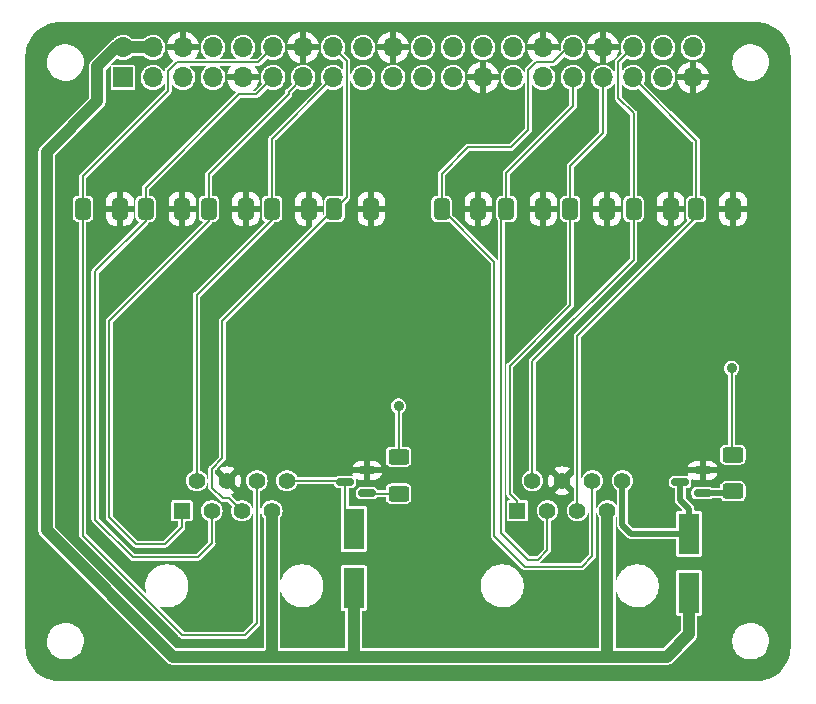
<source format=gtl>
G04 #@! TF.GenerationSoftware,KiCad,Pcbnew,6.0.11+dfsg-1*
G04 #@! TF.CreationDate,2025-03-22T20:51:54+01:00*
G04 #@! TF.ProjectId,shootingrangepcb,73686f6f-7469-46e6-9772-616e67657063,rev?*
G04 #@! TF.SameCoordinates,Original*
G04 #@! TF.FileFunction,Copper,L1,Top*
G04 #@! TF.FilePolarity,Positive*
%FSLAX46Y46*%
G04 Gerber Fmt 4.6, Leading zero omitted, Abs format (unit mm)*
G04 Created by KiCad (PCBNEW 6.0.11+dfsg-1) date 2025-03-22 20:51:54*
%MOMM*%
%LPD*%
G01*
G04 APERTURE LIST*
G04 Aperture macros list*
%AMRoundRect*
0 Rectangle with rounded corners*
0 $1 Rounding radius*
0 $2 $3 $4 $5 $6 $7 $8 $9 X,Y pos of 4 corners*
0 Add a 4 corners polygon primitive as box body*
4,1,4,$2,$3,$4,$5,$6,$7,$8,$9,$2,$3,0*
0 Add four circle primitives for the rounded corners*
1,1,$1+$1,$2,$3*
1,1,$1+$1,$4,$5*
1,1,$1+$1,$6,$7*
1,1,$1+$1,$8,$9*
0 Add four rect primitives between the rounded corners*
20,1,$1+$1,$2,$3,$4,$5,0*
20,1,$1+$1,$4,$5,$6,$7,0*
20,1,$1+$1,$6,$7,$8,$9,0*
20,1,$1+$1,$8,$9,$2,$3,0*%
G04 Aperture macros list end*
G04 #@! TA.AperFunction,ComponentPad*
%ADD10C,1.408000*%
G04 #@! TD*
G04 #@! TA.AperFunction,ComponentPad*
%ADD11R,1.408000X1.408000*%
G04 #@! TD*
G04 #@! TA.AperFunction,ComponentPad*
%ADD12R,1.700000X1.700000*%
G04 #@! TD*
G04 #@! TA.AperFunction,ComponentPad*
%ADD13O,1.700000X1.700000*%
G04 #@! TD*
G04 #@! TA.AperFunction,SMDPad,CuDef*
%ADD14RoundRect,0.250000X0.412500X0.650000X-0.412500X0.650000X-0.412500X-0.650000X0.412500X-0.650000X0*%
G04 #@! TD*
G04 #@! TA.AperFunction,SMDPad,CuDef*
%ADD15RoundRect,0.150000X0.587500X0.150000X-0.587500X0.150000X-0.587500X-0.150000X0.587500X-0.150000X0*%
G04 #@! TD*
G04 #@! TA.AperFunction,SMDPad,CuDef*
%ADD16RoundRect,0.250000X-0.625000X0.400000X-0.625000X-0.400000X0.625000X-0.400000X0.625000X0.400000X0*%
G04 #@! TD*
G04 #@! TA.AperFunction,SMDPad,CuDef*
%ADD17R,1.800000X3.500000*%
G04 #@! TD*
G04 #@! TA.AperFunction,ViaPad*
%ADD18C,0.900000*%
G04 #@! TD*
G04 #@! TA.AperFunction,Conductor*
%ADD19C,0.200000*%
G04 #@! TD*
G04 #@! TA.AperFunction,Conductor*
%ADD20C,0.500000*%
G04 #@! TD*
G04 #@! TA.AperFunction,Conductor*
%ADD21C,1.000000*%
G04 #@! TD*
G04 APERTURE END LIST*
D10*
X149375000Y-85460000D03*
X150645000Y-82920000D03*
X146835000Y-85460000D03*
X148105000Y-82920000D03*
X144295000Y-85460000D03*
X145565000Y-82920000D03*
D11*
X141755000Y-85460000D03*
D10*
X143025000Y-82920000D03*
D12*
X108370000Y-48770000D03*
D13*
X108370000Y-46230000D03*
X110910000Y-48770000D03*
X110910000Y-46230000D03*
X113450000Y-48770000D03*
X113450000Y-46230000D03*
X115990000Y-48770000D03*
X115990000Y-46230000D03*
X118530000Y-48770000D03*
X118530000Y-46230000D03*
X121070000Y-48770000D03*
X121070000Y-46230000D03*
X123610000Y-48770000D03*
X123610000Y-46230000D03*
X126150000Y-48770000D03*
X126150000Y-46230000D03*
X128690000Y-48770000D03*
X128690000Y-46230000D03*
X131230000Y-48770000D03*
X131230000Y-46230000D03*
X133770000Y-48770000D03*
X133770000Y-46230000D03*
X136310000Y-48770000D03*
X136310000Y-46230000D03*
X138850000Y-48770000D03*
X138850000Y-46230000D03*
X141390000Y-48770000D03*
X141390000Y-46230000D03*
X143930000Y-48770000D03*
X143930000Y-46230000D03*
X146470000Y-48770000D03*
X146470000Y-46230000D03*
X149010000Y-48770000D03*
X149010000Y-46230000D03*
X151550000Y-48770000D03*
X151550000Y-46230000D03*
X154090000Y-48770000D03*
X154090000Y-46230000D03*
X156630000Y-48770000D03*
X156630000Y-46230000D03*
D10*
X120975000Y-85460000D03*
X122245000Y-82920000D03*
X118435000Y-85460000D03*
X119705000Y-82920000D03*
X115895000Y-85460000D03*
X117165000Y-82920000D03*
D11*
X113355000Y-85460000D03*
D10*
X114625000Y-82920000D03*
D14*
X138462500Y-59900000D03*
X135337500Y-59900000D03*
X143962500Y-59900000D03*
X140837500Y-59900000D03*
X154725000Y-59900000D03*
X151600000Y-59900000D03*
D15*
X157437500Y-83950000D03*
X157437500Y-82050000D03*
X155562500Y-83000000D03*
D14*
X124100000Y-59900000D03*
X120975000Y-59900000D03*
D16*
X160000000Y-80700000D03*
X160000000Y-83800000D03*
D14*
X108100000Y-59900000D03*
X104975000Y-59900000D03*
D17*
X156300000Y-92400000D03*
X156300000Y-87400000D03*
D14*
X118762500Y-59900000D03*
X115637500Y-59900000D03*
X129400000Y-59900000D03*
X126275000Y-59900000D03*
D15*
X129037500Y-83950000D03*
X129037500Y-82050000D03*
X127162500Y-83000000D03*
D16*
X131700000Y-80900000D03*
X131700000Y-84000000D03*
D14*
X113400000Y-59900000D03*
X110275000Y-59900000D03*
X149362500Y-59900000D03*
X146237500Y-59900000D03*
D17*
X127900000Y-92000000D03*
X127900000Y-87000000D03*
D14*
X160025000Y-59900000D03*
X156900000Y-59900000D03*
D18*
X145200000Y-51300000D03*
X140700000Y-51700000D03*
X131700000Y-76600000D03*
X159900000Y-73400000D03*
X125200000Y-52700000D03*
D19*
X146470000Y-46230000D02*
X146070000Y-46230000D01*
X146070000Y-46230000D02*
X144800000Y-47500000D01*
X144800000Y-47500000D02*
X143300000Y-47500000D01*
X143300000Y-47500000D02*
X142700000Y-48100000D01*
X142700000Y-48100000D02*
X142700000Y-53200000D01*
X142700000Y-53200000D02*
X141200000Y-54700000D01*
X141200000Y-54700000D02*
X137600000Y-54700000D01*
X137600000Y-54700000D02*
X135337500Y-56962500D01*
X135337500Y-56962500D02*
X135337500Y-59900000D01*
X131700000Y-84000000D02*
X129087500Y-84000000D01*
X129087500Y-84000000D02*
X129037500Y-83950000D01*
X156900000Y-59900000D02*
X156900000Y-60600000D01*
X156900000Y-60600000D02*
X146835000Y-70665000D01*
X146835000Y-70665000D02*
X146835000Y-85460000D01*
X151600000Y-59900000D02*
X151600000Y-64200000D01*
X151600000Y-64200000D02*
X143025000Y-72775000D01*
X143025000Y-72775000D02*
X143025000Y-82920000D01*
X151550000Y-48770000D02*
X156900000Y-54120000D01*
X156900000Y-54120000D02*
X156900000Y-59900000D01*
X151600000Y-59900000D02*
X151600000Y-51800000D01*
X151600000Y-51800000D02*
X150300000Y-50500000D01*
X150300000Y-50500000D02*
X150300000Y-47480000D01*
X150300000Y-47480000D02*
X151550000Y-46230000D01*
X146237500Y-59900000D02*
X146237500Y-68062500D01*
X146237500Y-68062500D02*
X141100000Y-73200000D01*
X141100000Y-73200000D02*
X141100000Y-84000000D01*
X141100000Y-84000000D02*
X141755000Y-84655000D01*
X141755000Y-84655000D02*
X141755000Y-85460000D01*
X140837500Y-59900000D02*
X140400000Y-60337500D01*
X144295000Y-88805000D02*
X144295000Y-85460000D01*
X140400000Y-60337500D02*
X140400000Y-87300000D01*
X140400000Y-87300000D02*
X142700000Y-89600000D01*
X142700000Y-89600000D02*
X143500000Y-89600000D01*
X143500000Y-89600000D02*
X144295000Y-88805000D01*
X135337500Y-59900000D02*
X135337500Y-59937500D01*
X135337500Y-59937500D02*
X139800000Y-64400000D01*
X139800000Y-87600000D02*
X142400000Y-90200000D01*
X139800000Y-64400000D02*
X139800000Y-87600000D01*
X142400000Y-90200000D02*
X147200000Y-90200000D01*
X147200000Y-90200000D02*
X148105000Y-89295000D01*
X148105000Y-89295000D02*
X148105000Y-82920000D01*
X131700000Y-80900000D02*
X131700000Y-76600000D01*
X121070000Y-46230000D02*
X119800000Y-47500000D01*
X119800000Y-47500000D02*
X112900000Y-47500000D01*
X112200000Y-49900000D02*
X104975000Y-57125000D01*
X112900000Y-47500000D02*
X112200000Y-48200000D01*
X112200000Y-48200000D02*
X112200000Y-49900000D01*
X104975000Y-57125000D02*
X104975000Y-59900000D01*
D20*
X157437500Y-83950000D02*
X159850000Y-83950000D01*
D19*
X159850000Y-83950000D02*
X160000000Y-83800000D01*
D20*
X155562500Y-83000000D02*
X155562500Y-84562500D01*
X155562500Y-84562500D02*
X156300000Y-85300000D01*
X156300000Y-85300000D02*
X156300000Y-87400000D01*
X156300000Y-87400000D02*
X151400000Y-87400000D01*
X151400000Y-87400000D02*
X150645000Y-86645000D01*
X150645000Y-86645000D02*
X150645000Y-82920000D01*
D19*
X127162500Y-83000000D02*
X127082500Y-82920000D01*
X127082500Y-82920000D02*
X122245000Y-82920000D01*
X127900000Y-87000000D02*
X127900000Y-86900000D01*
X127162500Y-86162500D02*
X127162500Y-83000000D01*
X127900000Y-86900000D02*
X127162500Y-86162500D01*
X126275000Y-59900000D02*
X116775000Y-69400000D01*
X116775000Y-69400000D02*
X116775000Y-81025000D01*
X117375000Y-84400000D02*
X118435000Y-85460000D01*
X116775000Y-81025000D02*
X115900000Y-81900000D01*
X115900000Y-81900000D02*
X115900000Y-83500000D01*
X115900000Y-83500000D02*
X116800000Y-84400000D01*
X116800000Y-84400000D02*
X117375000Y-84400000D01*
X120975000Y-60825000D02*
X114600000Y-67200000D01*
X120975000Y-59900000D02*
X120975000Y-60825000D01*
X114600000Y-67200000D02*
X114625000Y-67225000D01*
X114625000Y-67225000D02*
X114625000Y-82920000D01*
X115637500Y-59900000D02*
X115637500Y-60962500D01*
X115637500Y-60962500D02*
X107200000Y-69400000D01*
X107200000Y-69400000D02*
X107200000Y-86000000D01*
X111900000Y-88300000D02*
X113355000Y-86845000D01*
X107200000Y-86000000D02*
X109500000Y-88300000D01*
X109500000Y-88300000D02*
X111900000Y-88300000D01*
X113355000Y-86845000D02*
X113355000Y-85460000D01*
X110275000Y-59900000D02*
X110275000Y-60925000D01*
X110275000Y-60925000D02*
X106000000Y-65200000D01*
X106000000Y-65200000D02*
X106000000Y-86200000D01*
X106000000Y-86200000D02*
X109200000Y-89400000D01*
X109200000Y-89400000D02*
X114700000Y-89400000D01*
X114700000Y-89400000D02*
X115900000Y-88200000D01*
X115900000Y-88200000D02*
X115895000Y-88195000D01*
X115895000Y-88195000D02*
X115895000Y-85460000D01*
X104975000Y-59900000D02*
X104975000Y-87575000D01*
X104975000Y-87575000D02*
X113400000Y-96000000D01*
X113400000Y-96000000D02*
X118700000Y-96000000D01*
X119705000Y-94995000D02*
X119705000Y-82920000D01*
X118700000Y-96000000D02*
X119705000Y-94995000D01*
X159900000Y-80600000D02*
X160000000Y-80700000D01*
X159900000Y-73400000D02*
X159900000Y-80600000D01*
X149010000Y-48770000D02*
X149010000Y-53490000D01*
X149010000Y-53490000D02*
X146237500Y-56262500D01*
X146237500Y-56262500D02*
X146237500Y-59900000D01*
X146470000Y-48770000D02*
X146470000Y-51230000D01*
X146470000Y-51230000D02*
X140837500Y-56862500D01*
X140837500Y-56862500D02*
X140837500Y-59900000D01*
D21*
X128200000Y-97800000D02*
X149600000Y-97800000D01*
X120600000Y-97800000D02*
X128200000Y-97800000D01*
X127900000Y-97500000D02*
X127900000Y-92000000D01*
X128200000Y-97800000D02*
X127900000Y-97500000D01*
X112600000Y-97800000D02*
X120600000Y-97800000D01*
X120600000Y-97800000D02*
X120975000Y-97425000D01*
X120975000Y-97425000D02*
X120975000Y-85460000D01*
X149600000Y-97800000D02*
X154400000Y-97800000D01*
X149600000Y-97800000D02*
X149375000Y-97575000D01*
X149375000Y-97575000D02*
X149375000Y-85460000D01*
X106200000Y-50800000D02*
X101900000Y-55100000D01*
X101900000Y-55100000D02*
X101900000Y-87100000D01*
X101900000Y-87100000D02*
X112600000Y-97800000D01*
X154400000Y-97800000D02*
X156300000Y-95900000D01*
X156300000Y-95900000D02*
X156300000Y-92400000D01*
D19*
X110275000Y-59900000D02*
X110275000Y-58125000D01*
X119640000Y-50200000D02*
X121070000Y-48770000D01*
X110275000Y-58125000D02*
X118200000Y-50200000D01*
X118200000Y-50200000D02*
X119640000Y-50200000D01*
X122400000Y-50200000D02*
X122400000Y-49980000D01*
X115637500Y-56962500D02*
X122400000Y-50200000D01*
X122400000Y-49980000D02*
X123610000Y-48770000D01*
X115637500Y-59900000D02*
X115637500Y-56962500D01*
X120975000Y-53945000D02*
X126150000Y-48770000D01*
X120975000Y-59900000D02*
X120975000Y-53945000D01*
X126275000Y-59900000D02*
X127300000Y-58875000D01*
X127300000Y-47380000D02*
X126150000Y-46230000D01*
X127300000Y-58875000D02*
X127300000Y-47380000D01*
D21*
X110910000Y-46230000D02*
X108370000Y-46230000D01*
X110910000Y-46230000D02*
X107810000Y-46230000D01*
X108370000Y-46230000D02*
X107810000Y-46230000D01*
X106200000Y-47840000D02*
X106200000Y-50800000D01*
X107810000Y-46230000D02*
X106200000Y-47840000D01*
G04 #@! TA.AperFunction,Conductor*
G36*
X161991463Y-44102898D02*
G01*
X162000000Y-44105672D01*
X162007380Y-44103274D01*
X162011197Y-44103274D01*
X162022734Y-44101777D01*
X162321890Y-44118577D01*
X162327351Y-44119192D01*
X162484920Y-44145964D01*
X162642498Y-44172738D01*
X162647836Y-44173957D01*
X162952821Y-44261820D01*
X162954999Y-44262448D01*
X162960186Y-44264263D01*
X163255506Y-44386589D01*
X163260456Y-44388973D01*
X163540220Y-44543593D01*
X163544873Y-44546517D01*
X163805565Y-44731488D01*
X163809861Y-44734914D01*
X164048204Y-44947911D01*
X164052089Y-44951796D01*
X164265086Y-45190139D01*
X164268512Y-45194435D01*
X164453483Y-45455127D01*
X164456407Y-45459780D01*
X164611027Y-45739544D01*
X164613411Y-45744494D01*
X164735737Y-46039814D01*
X164737552Y-46045001D01*
X164826043Y-46352164D01*
X164827262Y-46357502D01*
X164845334Y-46463863D01*
X164880808Y-46672649D01*
X164881423Y-46678110D01*
X164898223Y-46977266D01*
X164896726Y-46988803D01*
X164896726Y-46992620D01*
X164894328Y-47000000D01*
X164896726Y-47007380D01*
X164897102Y-47008537D01*
X164899500Y-47023680D01*
X164899500Y-96976320D01*
X164897102Y-96991463D01*
X164894328Y-97000000D01*
X164896726Y-97007380D01*
X164896726Y-97011197D01*
X164898223Y-97022734D01*
X164881423Y-97321890D01*
X164880808Y-97327351D01*
X164856047Y-97473085D01*
X164827262Y-97642498D01*
X164826043Y-97647836D01*
X164759361Y-97879297D01*
X164737552Y-97954999D01*
X164735737Y-97960186D01*
X164613411Y-98255506D01*
X164611027Y-98260456D01*
X164456407Y-98540220D01*
X164453483Y-98544873D01*
X164268512Y-98805565D01*
X164265086Y-98809861D01*
X164052089Y-99048204D01*
X164048204Y-99052089D01*
X163809861Y-99265086D01*
X163805565Y-99268512D01*
X163544873Y-99453483D01*
X163540220Y-99456407D01*
X163260456Y-99611027D01*
X163255506Y-99613411D01*
X162960186Y-99735737D01*
X162954999Y-99737552D01*
X162647836Y-99826043D01*
X162642498Y-99827262D01*
X162484920Y-99854036D01*
X162327351Y-99880808D01*
X162321890Y-99881423D01*
X162022734Y-99898223D01*
X162011197Y-99896726D01*
X162007380Y-99896726D01*
X162000000Y-99894328D01*
X161992620Y-99896726D01*
X161991463Y-99897102D01*
X161976320Y-99899500D01*
X103023680Y-99899500D01*
X103008537Y-99897102D01*
X103007380Y-99896726D01*
X103000000Y-99894328D01*
X102992620Y-99896726D01*
X102988803Y-99896726D01*
X102977266Y-99898223D01*
X102678110Y-99881423D01*
X102672649Y-99880808D01*
X102515080Y-99854036D01*
X102357502Y-99827262D01*
X102352164Y-99826043D01*
X102045001Y-99737552D01*
X102039814Y-99735737D01*
X101744494Y-99613411D01*
X101739544Y-99611027D01*
X101459780Y-99456407D01*
X101455127Y-99453483D01*
X101194435Y-99268512D01*
X101190139Y-99265086D01*
X100951796Y-99052089D01*
X100947911Y-99048204D01*
X100734914Y-98809861D01*
X100731488Y-98805565D01*
X100546517Y-98544873D01*
X100543593Y-98540220D01*
X100388973Y-98260456D01*
X100386589Y-98255506D01*
X100264263Y-97960186D01*
X100262448Y-97954999D01*
X100240639Y-97879297D01*
X100173957Y-97647836D01*
X100172738Y-97642498D01*
X100143953Y-97473085D01*
X100119192Y-97327351D01*
X100118577Y-97321890D01*
X100101777Y-97022734D01*
X100103274Y-97011197D01*
X100103274Y-97007380D01*
X100105672Y-97000000D01*
X100102898Y-96991463D01*
X100100500Y-96976320D01*
X100100500Y-96554288D01*
X101945404Y-96554288D01*
X101974081Y-96802140D01*
X102042017Y-97042219D01*
X102042849Y-97044003D01*
X102042850Y-97044006D01*
X102146629Y-97266562D01*
X102147462Y-97268348D01*
X102148569Y-97269976D01*
X102148569Y-97269977D01*
X102286601Y-97473085D01*
X102286605Y-97473090D01*
X102287706Y-97474710D01*
X102289055Y-97476137D01*
X102289057Y-97476139D01*
X102387815Y-97580572D01*
X102459138Y-97655994D01*
X102460709Y-97657195D01*
X102460710Y-97657196D01*
X102577676Y-97746623D01*
X102657349Y-97807538D01*
X102877239Y-97925443D01*
X103113152Y-98006674D01*
X103359017Y-98049142D01*
X103360546Y-98049211D01*
X103360551Y-98049212D01*
X103388364Y-98050475D01*
X103388379Y-98050475D01*
X103388922Y-98050500D01*
X103562691Y-98050500D01*
X103563658Y-98050422D01*
X103563663Y-98050422D01*
X103746743Y-98035692D01*
X103746748Y-98035691D01*
X103748702Y-98035534D01*
X103750606Y-98035066D01*
X103750608Y-98035066D01*
X103989097Y-97976487D01*
X103989098Y-97976487D01*
X103991006Y-97976018D01*
X103992813Y-97975251D01*
X103992816Y-97975250D01*
X104218869Y-97879297D01*
X104218875Y-97879294D01*
X104220677Y-97878529D01*
X104431808Y-97745573D01*
X104618965Y-97580572D01*
X104707256Y-97473085D01*
X104776091Y-97389284D01*
X104776094Y-97389279D01*
X104777334Y-97387770D01*
X104902840Y-97172128D01*
X104992255Y-96939195D01*
X105043278Y-96694961D01*
X105054596Y-96445712D01*
X105050896Y-96413729D01*
X105026146Y-96199822D01*
X105025919Y-96197860D01*
X104957983Y-95957781D01*
X104951701Y-95944308D01*
X104853371Y-95733438D01*
X104853370Y-95733436D01*
X104852538Y-95731652D01*
X104851431Y-95730023D01*
X104713399Y-95526915D01*
X104713395Y-95526910D01*
X104712294Y-95525290D01*
X104613624Y-95420949D01*
X104542221Y-95345443D01*
X104542220Y-95345442D01*
X104540862Y-95344006D01*
X104539290Y-95342804D01*
X104344221Y-95193662D01*
X104344218Y-95193660D01*
X104342651Y-95192462D01*
X104122761Y-95074557D01*
X104073477Y-95057587D01*
X103922050Y-95005447D01*
X103886848Y-94993326D01*
X103640983Y-94950858D01*
X103639454Y-94950789D01*
X103639449Y-94950788D01*
X103611636Y-94949525D01*
X103611621Y-94949525D01*
X103611078Y-94949500D01*
X103437309Y-94949500D01*
X103436342Y-94949578D01*
X103436337Y-94949578D01*
X103253257Y-94964308D01*
X103253252Y-94964309D01*
X103251298Y-94964466D01*
X103249394Y-94964934D01*
X103249392Y-94964934D01*
X103010903Y-95023513D01*
X103008994Y-95023982D01*
X103007187Y-95024749D01*
X103007184Y-95024750D01*
X102781131Y-95120703D01*
X102781125Y-95120706D01*
X102779323Y-95121471D01*
X102777658Y-95122519D01*
X102777657Y-95122520D01*
X102761112Y-95132939D01*
X102568192Y-95254427D01*
X102381035Y-95419428D01*
X102379786Y-95420949D01*
X102223909Y-95610716D01*
X102223906Y-95610721D01*
X102222666Y-95612230D01*
X102221682Y-95613920D01*
X102221681Y-95613922D01*
X102181432Y-95683077D01*
X102097160Y-95827872D01*
X102007745Y-96060805D01*
X101984274Y-96173154D01*
X101957304Y-96302255D01*
X101956722Y-96305039D01*
X101945404Y-96554288D01*
X100100500Y-96554288D01*
X100100500Y-87136930D01*
X101195322Y-87136930D01*
X101195831Y-87139844D01*
X101206522Y-87201100D01*
X101206897Y-87203635D01*
X101214724Y-87268320D01*
X101215769Y-87271085D01*
X101215769Y-87271086D01*
X101219646Y-87281347D01*
X101222079Y-87290240D01*
X101224473Y-87303954D01*
X101225659Y-87306655D01*
X101225659Y-87306656D01*
X101250658Y-87363606D01*
X101251626Y-87365979D01*
X101274655Y-87426923D01*
X101276325Y-87429353D01*
X101276326Y-87429355D01*
X101282541Y-87438398D01*
X101287024Y-87446452D01*
X101292621Y-87459202D01*
X101294422Y-87461549D01*
X101332276Y-87510881D01*
X101333784Y-87512956D01*
X101370688Y-87566651D01*
X101372893Y-87568616D01*
X101372896Y-87568619D01*
X101418308Y-87609079D01*
X101420360Y-87611016D01*
X112086272Y-98276929D01*
X112088549Y-98279366D01*
X112127831Y-98324396D01*
X112181151Y-98361870D01*
X112183170Y-98363369D01*
X112234457Y-98403583D01*
X112242864Y-98407379D01*
X112247143Y-98409311D01*
X112255151Y-98413879D01*
X112264127Y-98420187D01*
X112264131Y-98420189D01*
X112266547Y-98421887D01*
X112269299Y-98422960D01*
X112327244Y-98445552D01*
X112329609Y-98446546D01*
X112335802Y-98449342D01*
X112388984Y-98473355D01*
X112401432Y-98475662D01*
X112402671Y-98475892D01*
X112411536Y-98478417D01*
X112412306Y-98478717D01*
X112424513Y-98483476D01*
X112427445Y-98483862D01*
X112489118Y-98491981D01*
X112491653Y-98492383D01*
X112515074Y-98496724D01*
X112555692Y-98504252D01*
X112619364Y-98500581D01*
X112622184Y-98500500D01*
X120573971Y-98500500D01*
X120577303Y-98500613D01*
X120636930Y-98504678D01*
X120656686Y-98501230D01*
X120665110Y-98500500D01*
X128130948Y-98500500D01*
X128139877Y-98501321D01*
X128155692Y-98504252D01*
X128219364Y-98500581D01*
X128222184Y-98500500D01*
X149530948Y-98500500D01*
X149539877Y-98501321D01*
X149555692Y-98504252D01*
X149619364Y-98500581D01*
X149622184Y-98500500D01*
X154373971Y-98500500D01*
X154377303Y-98500613D01*
X154436930Y-98504678D01*
X154501099Y-98493478D01*
X154503635Y-98493103D01*
X154568320Y-98485276D01*
X154571086Y-98484231D01*
X154581347Y-98480354D01*
X154590240Y-98477921D01*
X154601045Y-98476035D01*
X154601047Y-98476034D01*
X154603954Y-98475527D01*
X154663607Y-98449342D01*
X154665981Y-98448373D01*
X154672211Y-98446019D01*
X154726923Y-98425345D01*
X154729353Y-98423675D01*
X154729355Y-98423674D01*
X154738398Y-98417459D01*
X154746452Y-98412976D01*
X154759202Y-98407379D01*
X154810881Y-98367724D01*
X154812956Y-98366216D01*
X154864214Y-98330987D01*
X154866651Y-98329312D01*
X154868616Y-98327107D01*
X154868619Y-98327104D01*
X154909079Y-98281692D01*
X154911016Y-98279640D01*
X156636369Y-96554288D01*
X159945404Y-96554288D01*
X159974081Y-96802140D01*
X160042017Y-97042219D01*
X160042849Y-97044003D01*
X160042850Y-97044006D01*
X160146629Y-97266562D01*
X160147462Y-97268348D01*
X160148569Y-97269976D01*
X160148569Y-97269977D01*
X160286601Y-97473085D01*
X160286605Y-97473090D01*
X160287706Y-97474710D01*
X160289055Y-97476137D01*
X160289057Y-97476139D01*
X160387815Y-97580572D01*
X160459138Y-97655994D01*
X160460709Y-97657195D01*
X160460710Y-97657196D01*
X160577676Y-97746623D01*
X160657349Y-97807538D01*
X160877239Y-97925443D01*
X161113152Y-98006674D01*
X161359017Y-98049142D01*
X161360546Y-98049211D01*
X161360551Y-98049212D01*
X161388364Y-98050475D01*
X161388379Y-98050475D01*
X161388922Y-98050500D01*
X161562691Y-98050500D01*
X161563658Y-98050422D01*
X161563663Y-98050422D01*
X161746743Y-98035692D01*
X161746748Y-98035691D01*
X161748702Y-98035534D01*
X161750606Y-98035066D01*
X161750608Y-98035066D01*
X161989097Y-97976487D01*
X161989098Y-97976487D01*
X161991006Y-97976018D01*
X161992813Y-97975251D01*
X161992816Y-97975250D01*
X162218869Y-97879297D01*
X162218875Y-97879294D01*
X162220677Y-97878529D01*
X162431808Y-97745573D01*
X162618965Y-97580572D01*
X162707256Y-97473085D01*
X162776091Y-97389284D01*
X162776094Y-97389279D01*
X162777334Y-97387770D01*
X162902840Y-97172128D01*
X162992255Y-96939195D01*
X163043278Y-96694961D01*
X163054596Y-96445712D01*
X163050896Y-96413729D01*
X163026146Y-96199822D01*
X163025919Y-96197860D01*
X162957983Y-95957781D01*
X162951701Y-95944308D01*
X162853371Y-95733438D01*
X162853370Y-95733436D01*
X162852538Y-95731652D01*
X162851431Y-95730023D01*
X162713399Y-95526915D01*
X162713395Y-95526910D01*
X162712294Y-95525290D01*
X162613624Y-95420949D01*
X162542221Y-95345443D01*
X162542220Y-95345442D01*
X162540862Y-95344006D01*
X162539290Y-95342804D01*
X162344221Y-95193662D01*
X162344218Y-95193660D01*
X162342651Y-95192462D01*
X162122761Y-95074557D01*
X162073477Y-95057587D01*
X161922050Y-95005447D01*
X161886848Y-94993326D01*
X161640983Y-94950858D01*
X161639454Y-94950789D01*
X161639449Y-94950788D01*
X161611636Y-94949525D01*
X161611621Y-94949525D01*
X161611078Y-94949500D01*
X161437309Y-94949500D01*
X161436342Y-94949578D01*
X161436337Y-94949578D01*
X161253257Y-94964308D01*
X161253252Y-94964309D01*
X161251298Y-94964466D01*
X161249394Y-94964934D01*
X161249392Y-94964934D01*
X161010903Y-95023513D01*
X161008994Y-95023982D01*
X161007187Y-95024749D01*
X161007184Y-95024750D01*
X160781131Y-95120703D01*
X160781125Y-95120706D01*
X160779323Y-95121471D01*
X160777658Y-95122519D01*
X160777657Y-95122520D01*
X160761112Y-95132939D01*
X160568192Y-95254427D01*
X160381035Y-95419428D01*
X160379786Y-95420949D01*
X160223909Y-95610716D01*
X160223906Y-95610721D01*
X160222666Y-95612230D01*
X160221682Y-95613920D01*
X160221681Y-95613922D01*
X160181432Y-95683077D01*
X160097160Y-95827872D01*
X160007745Y-96060805D01*
X159984274Y-96173154D01*
X159957304Y-96302255D01*
X159956722Y-96305039D01*
X159945404Y-96554288D01*
X156636369Y-96554288D01*
X156776928Y-96413729D01*
X156779365Y-96411452D01*
X156822171Y-96374110D01*
X156824396Y-96372169D01*
X156861866Y-96318855D01*
X156863371Y-96316828D01*
X156874665Y-96302425D01*
X156903584Y-96265543D01*
X156909315Y-96252850D01*
X156913882Y-96244844D01*
X156920189Y-96235870D01*
X156920191Y-96235865D01*
X156921887Y-96233453D01*
X156943279Y-96178587D01*
X156945553Y-96172755D01*
X156946547Y-96170391D01*
X156972141Y-96113705D01*
X156972141Y-96113704D01*
X156973355Y-96111016D01*
X156975892Y-96097329D01*
X156978417Y-96088464D01*
X156982402Y-96078242D01*
X156982402Y-96078241D01*
X156983476Y-96075487D01*
X156991981Y-96010882D01*
X156992383Y-96008347D01*
X157003713Y-95947214D01*
X157004252Y-95944308D01*
X157000581Y-95880636D01*
X157000500Y-95877816D01*
X157000500Y-94399500D01*
X157014852Y-94364852D01*
X157049500Y-94350500D01*
X157219748Y-94350500D01*
X157278231Y-94338867D01*
X157344552Y-94294552D01*
X157388867Y-94228231D01*
X157400500Y-94169748D01*
X157400500Y-90630252D01*
X157388867Y-90571769D01*
X157344552Y-90505448D01*
X157290467Y-90469309D01*
X157282245Y-90463815D01*
X157278231Y-90461133D01*
X157219748Y-90449500D01*
X155380252Y-90449500D01*
X155321769Y-90461133D01*
X155317755Y-90463815D01*
X155309533Y-90469309D01*
X155255448Y-90505448D01*
X155211133Y-90571769D01*
X155199500Y-90630252D01*
X155199500Y-94169748D01*
X155211133Y-94228231D01*
X155255448Y-94294552D01*
X155321769Y-94338867D01*
X155380252Y-94350500D01*
X155550500Y-94350500D01*
X155585148Y-94364852D01*
X155599500Y-94399500D01*
X155599500Y-95589548D01*
X155585148Y-95624196D01*
X154124195Y-97085148D01*
X154089547Y-97099500D01*
X150124500Y-97099500D01*
X150089852Y-97085148D01*
X150075500Y-97050500D01*
X150075500Y-92376110D01*
X150089852Y-92341462D01*
X150124500Y-92327110D01*
X150159148Y-92341462D01*
X150171542Y-92362398D01*
X150200310Y-92461096D01*
X150201069Y-92462743D01*
X150201070Y-92462745D01*
X150270571Y-92613505D01*
X150313905Y-92707502D01*
X150462672Y-92934410D01*
X150643345Y-93136837D01*
X150644747Y-93138003D01*
X150644748Y-93138004D01*
X150682827Y-93169674D01*
X150851954Y-93310335D01*
X151083916Y-93451093D01*
X151085590Y-93451795D01*
X151085594Y-93451797D01*
X151136034Y-93472948D01*
X151334136Y-93556019D01*
X151597116Y-93622808D01*
X151598930Y-93622991D01*
X151598932Y-93622991D01*
X151662249Y-93629367D01*
X151822470Y-93645500D01*
X151983884Y-93645500D01*
X151984779Y-93645433D01*
X151984792Y-93645433D01*
X152183772Y-93630646D01*
X152183778Y-93630645D01*
X152185583Y-93630511D01*
X152221610Y-93622359D01*
X152448441Y-93571033D01*
X152448444Y-93571032D01*
X152450221Y-93570630D01*
X152703102Y-93472290D01*
X152938669Y-93337652D01*
X153151748Y-93169674D01*
X153337658Y-92972046D01*
X153492315Y-92749109D01*
X153513648Y-92705851D01*
X153611513Y-92507398D01*
X153612320Y-92505762D01*
X153627866Y-92457199D01*
X153694485Y-92249081D01*
X153694485Y-92249080D01*
X153695039Y-92247350D01*
X153702946Y-92198803D01*
X153738360Y-91981348D01*
X153738653Y-91979549D01*
X153739303Y-91929944D01*
X153742181Y-91710056D01*
X153742205Y-91708243D01*
X153705616Y-91439393D01*
X153629690Y-91178904D01*
X153608345Y-91132602D01*
X153516856Y-90934149D01*
X153516095Y-90932498D01*
X153367328Y-90705590D01*
X153186655Y-90503163D01*
X153181168Y-90498599D01*
X153044994Y-90385345D01*
X152978046Y-90329665D01*
X152746084Y-90188907D01*
X152744410Y-90188205D01*
X152744406Y-90188203D01*
X152497545Y-90084686D01*
X152497546Y-90084686D01*
X152495864Y-90083981D01*
X152232884Y-90017192D01*
X152231070Y-90017009D01*
X152231068Y-90017009D01*
X152160358Y-90009889D01*
X152007530Y-89994500D01*
X151846116Y-89994500D01*
X151845221Y-89994567D01*
X151845208Y-89994567D01*
X151646228Y-90009354D01*
X151646222Y-90009355D01*
X151644417Y-90009489D01*
X151642650Y-90009889D01*
X151642649Y-90009889D01*
X151381559Y-90068967D01*
X151381556Y-90068968D01*
X151379779Y-90069370D01*
X151378074Y-90070033D01*
X151276690Y-90109459D01*
X151126898Y-90167710D01*
X150891331Y-90302348D01*
X150678252Y-90470326D01*
X150677013Y-90471643D01*
X150677012Y-90471644D01*
X150650130Y-90500221D01*
X150492342Y-90667954D01*
X150337685Y-90890891D01*
X150336881Y-90892521D01*
X150336880Y-90892523D01*
X150281673Y-91004472D01*
X150217680Y-91134238D01*
X150217124Y-91135976D01*
X150217122Y-91135980D01*
X150171167Y-91279543D01*
X150146936Y-91308167D01*
X150109562Y-91311272D01*
X150080938Y-91287041D01*
X150075500Y-91264605D01*
X150075500Y-86052578D01*
X150088086Y-86019791D01*
X150109086Y-85996468D01*
X150142935Y-85980322D01*
X150178287Y-85992841D01*
X150194500Y-86029255D01*
X150194500Y-86615327D01*
X150194160Y-86621085D01*
X150189636Y-86659310D01*
X150200401Y-86718253D01*
X150200642Y-86719708D01*
X150209551Y-86778962D01*
X150211137Y-86782264D01*
X150212155Y-86785574D01*
X150213316Y-86788966D01*
X150213975Y-86792573D01*
X150215666Y-86795828D01*
X150241566Y-86845688D01*
X150242254Y-86847065D01*
X150266182Y-86896895D01*
X150268191Y-86901079D01*
X150270677Y-86903768D01*
X150272736Y-86906798D01*
X150272447Y-86906994D01*
X150273286Y-86908187D01*
X150273573Y-86907994D01*
X150275135Y-86910312D01*
X150276421Y-86912788D01*
X150278233Y-86914909D01*
X150278233Y-86914910D01*
X150280107Y-86917105D01*
X150280115Y-86917113D01*
X150280725Y-86917828D01*
X150319033Y-86956136D01*
X150320367Y-86957523D01*
X150360146Y-87000556D01*
X150363313Y-87002395D01*
X150366173Y-87004687D01*
X150366143Y-87004724D01*
X150372554Y-87009657D01*
X151060462Y-87697565D01*
X151064294Y-87701877D01*
X151088128Y-87732110D01*
X151091142Y-87734193D01*
X151091144Y-87734195D01*
X151137393Y-87766160D01*
X151138646Y-87767055D01*
X151186816Y-87802634D01*
X151190271Y-87803847D01*
X151193372Y-87805489D01*
X151196559Y-87807050D01*
X151199569Y-87809131D01*
X151203060Y-87810235D01*
X151203062Y-87810236D01*
X151256667Y-87827189D01*
X151258085Y-87827662D01*
X151314631Y-87847519D01*
X151318291Y-87847663D01*
X151321890Y-87848349D01*
X151321825Y-87848688D01*
X151323260Y-87848938D01*
X151323325Y-87848603D01*
X151326065Y-87849137D01*
X151328730Y-87849980D01*
X151335337Y-87850500D01*
X151389537Y-87850500D01*
X151391461Y-87850538D01*
X151449994Y-87852838D01*
X151453536Y-87851899D01*
X151457176Y-87851497D01*
X151457181Y-87851544D01*
X151465197Y-87850500D01*
X155150500Y-87850500D01*
X155185148Y-87864852D01*
X155199500Y-87899500D01*
X155199500Y-89169748D01*
X155211133Y-89228231D01*
X155255448Y-89294552D01*
X155321769Y-89338867D01*
X155380252Y-89350500D01*
X157219748Y-89350500D01*
X157278231Y-89338867D01*
X157344552Y-89294552D01*
X157388867Y-89228231D01*
X157400500Y-89169748D01*
X157400500Y-85630252D01*
X157388867Y-85571769D01*
X157344552Y-85505448D01*
X157278231Y-85461133D01*
X157219748Y-85449500D01*
X156799500Y-85449500D01*
X156764852Y-85435148D01*
X156750500Y-85400500D01*
X156750500Y-85329673D01*
X156750840Y-85323914D01*
X156754933Y-85289329D01*
X156755364Y-85285690D01*
X156754706Y-85282086D01*
X156744604Y-85226768D01*
X156744352Y-85225251D01*
X156735994Y-85169663D01*
X156735449Y-85166038D01*
X156733862Y-85162734D01*
X156732819Y-85159342D01*
X156731683Y-85156026D01*
X156731026Y-85152427D01*
X156703415Y-85099273D01*
X156702728Y-85097897D01*
X156699654Y-85091494D01*
X156676809Y-85043921D01*
X156674320Y-85041229D01*
X156672262Y-85038201D01*
X156672549Y-85038006D01*
X156671711Y-85036815D01*
X156671427Y-85037006D01*
X156669868Y-85034692D01*
X156668580Y-85032212D01*
X156666689Y-85029997D01*
X156664894Y-85027895D01*
X156664886Y-85027887D01*
X156664276Y-85027172D01*
X156625956Y-84988852D01*
X156624622Y-84987465D01*
X156587339Y-84947132D01*
X156587338Y-84947131D01*
X156584854Y-84944444D01*
X156581687Y-84942605D01*
X156578829Y-84940315D01*
X156578859Y-84940278D01*
X156572452Y-84935348D01*
X156301832Y-84664728D01*
X156027352Y-84390249D01*
X156013000Y-84355601D01*
X156013000Y-84133218D01*
X156499500Y-84133218D01*
X156499759Y-84134975D01*
X156499759Y-84134980D01*
X156501972Y-84150009D01*
X156509642Y-84202112D01*
X156511319Y-84205527D01*
X156511319Y-84205528D01*
X156519120Y-84221417D01*
X156561068Y-84306855D01*
X156643650Y-84389293D01*
X156647290Y-84391072D01*
X156647291Y-84391073D01*
X156726797Y-84429936D01*
X156748482Y-84440536D01*
X156816782Y-84450500D01*
X158058218Y-84450500D01*
X158059975Y-84450241D01*
X158059980Y-84450241D01*
X158098361Y-84444590D01*
X158127112Y-84440358D01*
X158130528Y-84438681D01*
X158198080Y-84405515D01*
X158219675Y-84400500D01*
X158938273Y-84400500D01*
X158972921Y-84414852D01*
X158977687Y-84420388D01*
X159052850Y-84522150D01*
X159161816Y-84602634D01*
X159165277Y-84603849D01*
X159165278Y-84603850D01*
X159258122Y-84636454D01*
X159289631Y-84647519D01*
X159292603Y-84647800D01*
X159320020Y-84650392D01*
X159320027Y-84650392D01*
X159321166Y-84650500D01*
X160678834Y-84650500D01*
X160679973Y-84650392D01*
X160679980Y-84650392D01*
X160707397Y-84647800D01*
X160710369Y-84647519D01*
X160741878Y-84636454D01*
X160834722Y-84603850D01*
X160834723Y-84603849D01*
X160838184Y-84602634D01*
X160947150Y-84522150D01*
X161027634Y-84413184D01*
X161072519Y-84285369D01*
X161075500Y-84253834D01*
X161075500Y-83346166D01*
X161072519Y-83314631D01*
X161044503Y-83234852D01*
X161028850Y-83190278D01*
X161028849Y-83190277D01*
X161027634Y-83186816D01*
X160947150Y-83077850D01*
X160838184Y-82997366D01*
X160834723Y-82996151D01*
X160834722Y-82996150D01*
X160713188Y-82953471D01*
X160710369Y-82952481D01*
X160707397Y-82952200D01*
X160679980Y-82949608D01*
X160679973Y-82949608D01*
X160678834Y-82949500D01*
X159321166Y-82949500D01*
X159320027Y-82949608D01*
X159320020Y-82949608D01*
X159292603Y-82952200D01*
X159289631Y-82952481D01*
X159286812Y-82953471D01*
X159165278Y-82996150D01*
X159165277Y-82996151D01*
X159161816Y-82997366D01*
X159052850Y-83077850D01*
X158972366Y-83186816D01*
X158971151Y-83190277D01*
X158971150Y-83190278D01*
X158955497Y-83234852D01*
X158927481Y-83314631D01*
X158924500Y-83346166D01*
X158924500Y-83450500D01*
X158910148Y-83485148D01*
X158875500Y-83499500D01*
X158219758Y-83499500D01*
X158198239Y-83494522D01*
X158129937Y-83461135D01*
X158129936Y-83461135D01*
X158126518Y-83459464D01*
X158058218Y-83449500D01*
X156816782Y-83449500D01*
X156815025Y-83449759D01*
X156815020Y-83449759D01*
X156777098Y-83455342D01*
X156747888Y-83459642D01*
X156643145Y-83511068D01*
X156560707Y-83593650D01*
X156558928Y-83597290D01*
X156558927Y-83597291D01*
X156514831Y-83687503D01*
X156509464Y-83698482D01*
X156499500Y-83766782D01*
X156499500Y-84133218D01*
X156013000Y-84133218D01*
X156013000Y-83549500D01*
X156027352Y-83514852D01*
X156062000Y-83500500D01*
X156183218Y-83500500D01*
X156184975Y-83500241D01*
X156184980Y-83500241D01*
X156223826Y-83494522D01*
X156252112Y-83490358D01*
X156356855Y-83438932D01*
X156439293Y-83356350D01*
X156471765Y-83289920D01*
X156488865Y-83254937D01*
X156488865Y-83254936D01*
X156490536Y-83251518D01*
X156500500Y-83183218D01*
X156500500Y-82843669D01*
X156514852Y-82809021D01*
X156549500Y-82794669D01*
X156574444Y-82801493D01*
X156583949Y-82807115D01*
X156589558Y-82809541D01*
X156743845Y-82854367D01*
X156748741Y-82855261D01*
X156782591Y-82857925D01*
X156784499Y-82858000D01*
X157173753Y-82858000D01*
X157180645Y-82855145D01*
X157183500Y-82848253D01*
X157183500Y-82848252D01*
X157691500Y-82848252D01*
X157694355Y-82855144D01*
X157701247Y-82857999D01*
X158090499Y-82857999D01*
X158092411Y-82857924D01*
X158126251Y-82855262D01*
X158131163Y-82854365D01*
X158285435Y-82809543D01*
X158291058Y-82807110D01*
X158428838Y-82725628D01*
X158433683Y-82721870D01*
X158546870Y-82608683D01*
X158550628Y-82603838D01*
X158632110Y-82466058D01*
X158634543Y-82460435D01*
X158677274Y-82313360D01*
X158676455Y-82305945D01*
X158674027Y-82304000D01*
X157701247Y-82304000D01*
X157694355Y-82306855D01*
X157691500Y-82313747D01*
X157691500Y-82848252D01*
X157183500Y-82848252D01*
X157183500Y-82313747D01*
X157180645Y-82306855D01*
X157173753Y-82304000D01*
X156204754Y-82304000D01*
X156197862Y-82306855D01*
X156196671Y-82309729D01*
X156233670Y-82437075D01*
X156229555Y-82474352D01*
X156200287Y-82497800D01*
X156183628Y-82499560D01*
X156183218Y-82499500D01*
X154941782Y-82499500D01*
X154940025Y-82499759D01*
X154940020Y-82499759D01*
X154901639Y-82505410D01*
X154872888Y-82509642D01*
X154768145Y-82561068D01*
X154685707Y-82643650D01*
X154683928Y-82647290D01*
X154683927Y-82647291D01*
X154659167Y-82697946D01*
X154634464Y-82748482D01*
X154624500Y-82816782D01*
X154624500Y-83183218D01*
X154624759Y-83184975D01*
X154624759Y-83184980D01*
X154629988Y-83220500D01*
X154634642Y-83252112D01*
X154686068Y-83356855D01*
X154768650Y-83439293D01*
X154772290Y-83441072D01*
X154772291Y-83441073D01*
X154813334Y-83461135D01*
X154873482Y-83490536D01*
X154941782Y-83500500D01*
X155063000Y-83500500D01*
X155097648Y-83514852D01*
X155112000Y-83549500D01*
X155112000Y-84532827D01*
X155111660Y-84538585D01*
X155107136Y-84576810D01*
X155117901Y-84635753D01*
X155118142Y-84637208D01*
X155127051Y-84696462D01*
X155128637Y-84699764D01*
X155129655Y-84703074D01*
X155130816Y-84706466D01*
X155131475Y-84710073D01*
X155137749Y-84722150D01*
X155159066Y-84763188D01*
X155159747Y-84764551D01*
X155185691Y-84818579D01*
X155188177Y-84821268D01*
X155190236Y-84824298D01*
X155189947Y-84824494D01*
X155190786Y-84825687D01*
X155191073Y-84825494D01*
X155192635Y-84827812D01*
X155193921Y-84830288D01*
X155195733Y-84832409D01*
X155195733Y-84832410D01*
X155197607Y-84834605D01*
X155197615Y-84834613D01*
X155198225Y-84835328D01*
X155236533Y-84873636D01*
X155237867Y-84875023D01*
X155277646Y-84918056D01*
X155280816Y-84919897D01*
X155283674Y-84922187D01*
X155283644Y-84922225D01*
X155290053Y-84927156D01*
X155728748Y-85365852D01*
X155743100Y-85400500D01*
X155728748Y-85435148D01*
X155694100Y-85449500D01*
X155380252Y-85449500D01*
X155321769Y-85461133D01*
X155255448Y-85505448D01*
X155211133Y-85571769D01*
X155199500Y-85630252D01*
X155199500Y-86900500D01*
X155185148Y-86935148D01*
X155150500Y-86949500D01*
X151606899Y-86949500D01*
X151572251Y-86935148D01*
X151109852Y-86472749D01*
X151095500Y-86438101D01*
X151095500Y-83735684D01*
X151109852Y-83701036D01*
X151115698Y-83696042D01*
X151251491Y-83597382D01*
X151251493Y-83597380D01*
X151253562Y-83595877D01*
X151255274Y-83593976D01*
X151255278Y-83593972D01*
X151379063Y-83456494D01*
X151379065Y-83456492D01*
X151380786Y-83454580D01*
X151475853Y-83289920D01*
X151534608Y-83109092D01*
X151554482Y-82920000D01*
X151534608Y-82730908D01*
X151475853Y-82550080D01*
X151380786Y-82385420D01*
X151379063Y-82383506D01*
X151255278Y-82246028D01*
X151255274Y-82246024D01*
X151253562Y-82244123D01*
X151099741Y-82132365D01*
X150926045Y-82055031D01*
X150817091Y-82031872D01*
X150742576Y-82016033D01*
X150742573Y-82016033D01*
X150740067Y-82015500D01*
X150549933Y-82015500D01*
X150547427Y-82016033D01*
X150547424Y-82016033D01*
X150472909Y-82031872D01*
X150363955Y-82055031D01*
X150190259Y-82132365D01*
X150036438Y-82244123D01*
X150034726Y-82246024D01*
X150034722Y-82246028D01*
X149910937Y-82383506D01*
X149909214Y-82385420D01*
X149814147Y-82550080D01*
X149755392Y-82730908D01*
X149735518Y-82920000D01*
X149755392Y-83109092D01*
X149814147Y-83289920D01*
X149909214Y-83454580D01*
X149910935Y-83456492D01*
X149910937Y-83456494D01*
X150034722Y-83593972D01*
X150034726Y-83593976D01*
X150036438Y-83595877D01*
X150038507Y-83597380D01*
X150038509Y-83597382D01*
X150174302Y-83696042D01*
X150193897Y-83728019D01*
X150194500Y-83735684D01*
X150194500Y-84890745D01*
X150180148Y-84925393D01*
X150145500Y-84939745D01*
X150109086Y-84923532D01*
X149985278Y-84786028D01*
X149985274Y-84786024D01*
X149983562Y-84784123D01*
X149955687Y-84763870D01*
X149831817Y-84673873D01*
X149831815Y-84673872D01*
X149829741Y-84672365D01*
X149656045Y-84595031D01*
X149524796Y-84567133D01*
X149472576Y-84556033D01*
X149472573Y-84556033D01*
X149470067Y-84555500D01*
X149279933Y-84555500D01*
X149277427Y-84556033D01*
X149277424Y-84556033D01*
X149225204Y-84567133D01*
X149093955Y-84595031D01*
X148920259Y-84672365D01*
X148918185Y-84673872D01*
X148918183Y-84673873D01*
X148794314Y-84763870D01*
X148766438Y-84784123D01*
X148764726Y-84786024D01*
X148764722Y-84786028D01*
X148641719Y-84922638D01*
X148639214Y-84925420D01*
X148595866Y-85000500D01*
X148549518Y-85080778D01*
X148544147Y-85090080D01*
X148516065Y-85176506D01*
X148501102Y-85222558D01*
X148476745Y-85251075D01*
X148439358Y-85254018D01*
X148410841Y-85229661D01*
X148405500Y-85207416D01*
X148405500Y-83808128D01*
X148419852Y-83773480D01*
X148434569Y-83763365D01*
X148559741Y-83707635D01*
X148573157Y-83697888D01*
X148711491Y-83597382D01*
X148711493Y-83597380D01*
X148713562Y-83595877D01*
X148715274Y-83593976D01*
X148715278Y-83593972D01*
X148839063Y-83456494D01*
X148839065Y-83456492D01*
X148840786Y-83454580D01*
X148935853Y-83289920D01*
X148994608Y-83109092D01*
X149014482Y-82920000D01*
X148994608Y-82730908D01*
X148935853Y-82550080D01*
X148840786Y-82385420D01*
X148839063Y-82383506D01*
X148715278Y-82246028D01*
X148715274Y-82246024D01*
X148713562Y-82244123D01*
X148559741Y-82132365D01*
X148386045Y-82055031D01*
X148277091Y-82031872D01*
X148202576Y-82016033D01*
X148202573Y-82016033D01*
X148200067Y-82015500D01*
X148009933Y-82015500D01*
X148007427Y-82016033D01*
X148007424Y-82016033D01*
X147932909Y-82031872D01*
X147823955Y-82055031D01*
X147650259Y-82132365D01*
X147496438Y-82244123D01*
X147494726Y-82246024D01*
X147494722Y-82246028D01*
X147370937Y-82383506D01*
X147369214Y-82385420D01*
X147274147Y-82550080D01*
X147269646Y-82563934D01*
X147231102Y-82682558D01*
X147206745Y-82711075D01*
X147169358Y-82714018D01*
X147140841Y-82689661D01*
X147135500Y-82667416D01*
X147135500Y-81786640D01*
X156197726Y-81786640D01*
X156198545Y-81794055D01*
X156200973Y-81796000D01*
X157173753Y-81796000D01*
X157180645Y-81793145D01*
X157183500Y-81786253D01*
X157691500Y-81786253D01*
X157694355Y-81793145D01*
X157701247Y-81796000D01*
X158670246Y-81796000D01*
X158677138Y-81793145D01*
X158678329Y-81790271D01*
X158634543Y-81639565D01*
X158632110Y-81633942D01*
X158550628Y-81496162D01*
X158546870Y-81491317D01*
X158433683Y-81378130D01*
X158428838Y-81374372D01*
X158291058Y-81292890D01*
X158285435Y-81290457D01*
X158131155Y-81245633D01*
X158126259Y-81244739D01*
X158092409Y-81242075D01*
X158090501Y-81242000D01*
X157701247Y-81242000D01*
X157694355Y-81244855D01*
X157691500Y-81251747D01*
X157691500Y-81786253D01*
X157183500Y-81786253D01*
X157183500Y-81251748D01*
X157180645Y-81244856D01*
X157173753Y-81242001D01*
X156784501Y-81242001D01*
X156782589Y-81242076D01*
X156748749Y-81244738D01*
X156743837Y-81245635D01*
X156589565Y-81290457D01*
X156583942Y-81292890D01*
X156446162Y-81374372D01*
X156441317Y-81378130D01*
X156328130Y-81491317D01*
X156324372Y-81496162D01*
X156242890Y-81633942D01*
X156240457Y-81639565D01*
X156197726Y-81786640D01*
X147135500Y-81786640D01*
X147135500Y-81153834D01*
X158924500Y-81153834D01*
X158924608Y-81154973D01*
X158924608Y-81154980D01*
X158926264Y-81172498D01*
X158927481Y-81185369D01*
X158928471Y-81188188D01*
X158947395Y-81242075D01*
X158972366Y-81313184D01*
X159052850Y-81422150D01*
X159161816Y-81502634D01*
X159165277Y-81503849D01*
X159165278Y-81503850D01*
X159267098Y-81539606D01*
X159289631Y-81547519D01*
X159292603Y-81547800D01*
X159320020Y-81550392D01*
X159320027Y-81550392D01*
X159321166Y-81550500D01*
X160678834Y-81550500D01*
X160679973Y-81550392D01*
X160679980Y-81550392D01*
X160707397Y-81547800D01*
X160710369Y-81547519D01*
X160732902Y-81539606D01*
X160834722Y-81503850D01*
X160834723Y-81503849D01*
X160838184Y-81502634D01*
X160947150Y-81422150D01*
X161027634Y-81313184D01*
X161052606Y-81242075D01*
X161071529Y-81188188D01*
X161072519Y-81185369D01*
X161073736Y-81172498D01*
X161075392Y-81154980D01*
X161075392Y-81154973D01*
X161075500Y-81153834D01*
X161075500Y-80246166D01*
X161072519Y-80214631D01*
X161058838Y-80175674D01*
X161028850Y-80090278D01*
X161028849Y-80090277D01*
X161027634Y-80086816D01*
X160947150Y-79977850D01*
X160838184Y-79897366D01*
X160834723Y-79896151D01*
X160834722Y-79896150D01*
X160713188Y-79853471D01*
X160710369Y-79852481D01*
X160707397Y-79852200D01*
X160679980Y-79849608D01*
X160679973Y-79849608D01*
X160678834Y-79849500D01*
X160249500Y-79849500D01*
X160214852Y-79835148D01*
X160200500Y-79800500D01*
X160200500Y-74007245D01*
X160214852Y-73972597D01*
X160227483Y-73963470D01*
X160240790Y-73956777D01*
X160262625Y-73945795D01*
X160382348Y-73843542D01*
X160474224Y-73715683D01*
X160532950Y-73569598D01*
X160555134Y-73413723D01*
X160555278Y-73400000D01*
X160536363Y-73243694D01*
X160533849Y-73237039D01*
X160481755Y-73099177D01*
X160481754Y-73099176D01*
X160480710Y-73096412D01*
X160409089Y-72992204D01*
X160393206Y-72969094D01*
X160391531Y-72966657D01*
X160389326Y-72964692D01*
X160389323Y-72964689D01*
X160276186Y-72863888D01*
X160273976Y-72861919D01*
X160271364Y-72860536D01*
X160271361Y-72860534D01*
X160137445Y-72789629D01*
X160134831Y-72788245D01*
X159982128Y-72749889D01*
X159901700Y-72749468D01*
X159827637Y-72749080D01*
X159827633Y-72749080D01*
X159824684Y-72749065D01*
X159821815Y-72749754D01*
X159821813Y-72749754D01*
X159674462Y-72785130D01*
X159671588Y-72785820D01*
X159531679Y-72858032D01*
X159529459Y-72859969D01*
X159529457Y-72859970D01*
X159460911Y-72919767D01*
X159413034Y-72961533D01*
X159411336Y-72963948D01*
X159411335Y-72963950D01*
X159407720Y-72969094D01*
X159322501Y-73090348D01*
X159321430Y-73093096D01*
X159321428Y-73093099D01*
X159270414Y-73223946D01*
X159265309Y-73237039D01*
X159244758Y-73393138D01*
X159262035Y-73549633D01*
X159316143Y-73697490D01*
X159403958Y-73828172D01*
X159520410Y-73934135D01*
X159523003Y-73935543D01*
X159523006Y-73935545D01*
X159573881Y-73963168D01*
X159597482Y-73992314D01*
X159599500Y-74006230D01*
X159599500Y-79800500D01*
X159585148Y-79835148D01*
X159550500Y-79849500D01*
X159321166Y-79849500D01*
X159320027Y-79849608D01*
X159320020Y-79849608D01*
X159292603Y-79852200D01*
X159289631Y-79852481D01*
X159286812Y-79853471D01*
X159165278Y-79896150D01*
X159165277Y-79896151D01*
X159161816Y-79897366D01*
X159052850Y-79977850D01*
X158972366Y-80086816D01*
X158971151Y-80090277D01*
X158971150Y-80090278D01*
X158941162Y-80175674D01*
X158927481Y-80214631D01*
X158924500Y-80246166D01*
X158924500Y-81153834D01*
X147135500Y-81153834D01*
X147135500Y-70809767D01*
X147149852Y-70775119D01*
X156910119Y-61014852D01*
X156944767Y-61000500D01*
X157366334Y-61000500D01*
X157367473Y-61000392D01*
X157367480Y-61000392D01*
X157394897Y-60997800D01*
X157397869Y-60997519D01*
X157443323Y-60981557D01*
X157522222Y-60953850D01*
X157522223Y-60953849D01*
X157525684Y-60952634D01*
X157634650Y-60872150D01*
X157715134Y-60763184D01*
X157734298Y-60708614D01*
X157759029Y-60638188D01*
X157760019Y-60635369D01*
X157763000Y-60603834D01*
X157763000Y-60599101D01*
X158854501Y-60599101D01*
X158854632Y-60601620D01*
X158865191Y-60703389D01*
X158866319Y-60708614D01*
X158920503Y-60871026D01*
X158922906Y-60876156D01*
X159012918Y-61021612D01*
X159016435Y-61026049D01*
X159137495Y-61146899D01*
X159141931Y-61150403D01*
X159287548Y-61240162D01*
X159292682Y-61242556D01*
X159455198Y-61296460D01*
X159460404Y-61297577D01*
X159560899Y-61307873D01*
X159563383Y-61308000D01*
X159761253Y-61308000D01*
X159768145Y-61305145D01*
X159771000Y-61298253D01*
X159771000Y-61298252D01*
X160279000Y-61298252D01*
X160281855Y-61305144D01*
X160288747Y-61307999D01*
X160486601Y-61307999D01*
X160489120Y-61307868D01*
X160590889Y-61297309D01*
X160596114Y-61296181D01*
X160758526Y-61241997D01*
X160763656Y-61239594D01*
X160909112Y-61149582D01*
X160913549Y-61146065D01*
X161034399Y-61025005D01*
X161037903Y-61020569D01*
X161127662Y-60874952D01*
X161130056Y-60869818D01*
X161183960Y-60707302D01*
X161185077Y-60702096D01*
X161195373Y-60601601D01*
X161195500Y-60599117D01*
X161195500Y-60163747D01*
X161192645Y-60156855D01*
X161185753Y-60154000D01*
X160288747Y-60154000D01*
X160281855Y-60156855D01*
X160279000Y-60163747D01*
X160279000Y-61298252D01*
X159771000Y-61298252D01*
X159771000Y-60163747D01*
X159768145Y-60156855D01*
X159761253Y-60154000D01*
X158864248Y-60154000D01*
X158857356Y-60156855D01*
X158854501Y-60163747D01*
X158854501Y-60599101D01*
X157763000Y-60599101D01*
X157763000Y-59636253D01*
X158854500Y-59636253D01*
X158857355Y-59643145D01*
X158864247Y-59646000D01*
X159761253Y-59646000D01*
X159768145Y-59643145D01*
X159771000Y-59636253D01*
X160279000Y-59636253D01*
X160281855Y-59643145D01*
X160288747Y-59646000D01*
X161185752Y-59646000D01*
X161192644Y-59643145D01*
X161195499Y-59636253D01*
X161195499Y-59200899D01*
X161195368Y-59198380D01*
X161184809Y-59096611D01*
X161183681Y-59091386D01*
X161129497Y-58928974D01*
X161127094Y-58923844D01*
X161037082Y-58778388D01*
X161033565Y-58773951D01*
X160912505Y-58653101D01*
X160908069Y-58649597D01*
X160762452Y-58559838D01*
X160757318Y-58557444D01*
X160594802Y-58503540D01*
X160589596Y-58502423D01*
X160489101Y-58492127D01*
X160486617Y-58492000D01*
X160288747Y-58492000D01*
X160281855Y-58494855D01*
X160279000Y-58501747D01*
X160279000Y-59636253D01*
X159771000Y-59636253D01*
X159771000Y-58501748D01*
X159768145Y-58494856D01*
X159761253Y-58492001D01*
X159563399Y-58492001D01*
X159560880Y-58492132D01*
X159459111Y-58502691D01*
X159453886Y-58503819D01*
X159291474Y-58558003D01*
X159286344Y-58560406D01*
X159140888Y-58650418D01*
X159136451Y-58653935D01*
X159015601Y-58774995D01*
X159012097Y-58779431D01*
X158922338Y-58925048D01*
X158919944Y-58930182D01*
X158866040Y-59092698D01*
X158864923Y-59097904D01*
X158854627Y-59198399D01*
X158854500Y-59200883D01*
X158854500Y-59636253D01*
X157763000Y-59636253D01*
X157763000Y-59196166D01*
X157760019Y-59164631D01*
X157734758Y-59092698D01*
X157716350Y-59040278D01*
X157716349Y-59040277D01*
X157715134Y-59036816D01*
X157634650Y-58927850D01*
X157525684Y-58847366D01*
X157522223Y-58846151D01*
X157522222Y-58846150D01*
X157400688Y-58803471D01*
X157397869Y-58802481D01*
X157394897Y-58802200D01*
X157367480Y-58799608D01*
X157367473Y-58799608D01*
X157366334Y-58799500D01*
X157249500Y-58799500D01*
X157214852Y-58785148D01*
X157200500Y-58750500D01*
X157200500Y-54175632D01*
X157201002Y-54168807D01*
X157202426Y-54164658D01*
X157200534Y-54114264D01*
X157200500Y-54112427D01*
X157200500Y-54092052D01*
X157200087Y-54089832D01*
X157199948Y-54088331D01*
X157199363Y-54083076D01*
X157198396Y-54057311D01*
X157198396Y-54057309D01*
X157198226Y-54052792D01*
X157196442Y-54048639D01*
X157196441Y-54048636D01*
X157191487Y-54037106D01*
X157188336Y-54026736D01*
X157186037Y-54014394D01*
X157185209Y-54009947D01*
X157169306Y-53984147D01*
X157165998Y-53977779D01*
X157155401Y-53953114D01*
X157155400Y-53953112D01*
X157154036Y-53949938D01*
X157150023Y-53945051D01*
X157141522Y-53936550D01*
X157134458Y-53927614D01*
X157128843Y-53918504D01*
X157128841Y-53918502D01*
X157126468Y-53914652D01*
X157100544Y-53894939D01*
X157095555Y-53890583D01*
X154799624Y-51594652D01*
X152500865Y-49295894D01*
X152486513Y-49261246D01*
X152492907Y-49237044D01*
X152502154Y-49220766D01*
X152514323Y-49199344D01*
X152527882Y-49158586D01*
X152570552Y-49030313D01*
X152579351Y-49003863D01*
X152605171Y-48799474D01*
X152605583Y-48770000D01*
X152604138Y-48755262D01*
X153034520Y-48755262D01*
X153034720Y-48757644D01*
X153034720Y-48757648D01*
X153038346Y-48800828D01*
X153051759Y-48960553D01*
X153077544Y-49050475D01*
X153090540Y-49095797D01*
X153108544Y-49158586D01*
X153202712Y-49341818D01*
X153204198Y-49343693D01*
X153204200Y-49343696D01*
X153252024Y-49404035D01*
X153330677Y-49503270D01*
X153487564Y-49636791D01*
X153667398Y-49737297D01*
X153690662Y-49744856D01*
X153861047Y-49800218D01*
X153861051Y-49800219D01*
X153863329Y-49800959D01*
X154067894Y-49825351D01*
X154273300Y-49809546D01*
X154471725Y-49754145D01*
X154473854Y-49753070D01*
X154473858Y-49753068D01*
X154566588Y-49706226D01*
X154655610Y-49661258D01*
X154817951Y-49534424D01*
X154819519Y-49532608D01*
X154950993Y-49380293D01*
X154950997Y-49380288D01*
X154952564Y-49378472D01*
X155054323Y-49199344D01*
X155067882Y-49158586D01*
X155110552Y-49030313D01*
X155296533Y-49030313D01*
X155329259Y-49175528D01*
X155330457Y-49179351D01*
X155412958Y-49382528D01*
X155414766Y-49386107D01*
X155529339Y-49573072D01*
X155531710Y-49576312D01*
X155675289Y-49742064D01*
X155678140Y-49744856D01*
X155846873Y-49884942D01*
X155850147Y-49887234D01*
X156039482Y-49997872D01*
X156043093Y-49999602D01*
X156247950Y-50077829D01*
X156251807Y-50078950D01*
X156366447Y-50102273D01*
X156373772Y-50100850D01*
X156376000Y-50097547D01*
X156376000Y-50096885D01*
X156884000Y-50096885D01*
X156886855Y-50103777D01*
X156891445Y-50105678D01*
X156911315Y-50103133D01*
X156915243Y-50102298D01*
X157125276Y-50039284D01*
X157129007Y-50037822D01*
X157325931Y-49941350D01*
X157329372Y-49939299D01*
X157507900Y-49811957D01*
X157510957Y-49809374D01*
X157666293Y-49654578D01*
X157668884Y-49651534D01*
X157796853Y-49473445D01*
X157798909Y-49470025D01*
X157896074Y-49273427D01*
X157897549Y-49269701D01*
X157961297Y-49059882D01*
X157962142Y-49055974D01*
X157965079Y-49033663D01*
X157963148Y-49026458D01*
X157958891Y-49024000D01*
X156893747Y-49024000D01*
X156886855Y-49026855D01*
X156884000Y-49033747D01*
X156884000Y-50096885D01*
X156376000Y-50096885D01*
X156376000Y-49033747D01*
X156373145Y-49026855D01*
X156366253Y-49024000D01*
X155304857Y-49024000D01*
X155297965Y-49026855D01*
X155296533Y-49030313D01*
X155110552Y-49030313D01*
X155119351Y-49003863D01*
X155145171Y-48799474D01*
X155145583Y-48770000D01*
X155125480Y-48564970D01*
X155120433Y-48548251D01*
X155108521Y-48508798D01*
X155293109Y-48508798D01*
X155294482Y-48513466D01*
X155299128Y-48516000D01*
X156366253Y-48516000D01*
X156373145Y-48513145D01*
X156376000Y-48506253D01*
X156884000Y-48506253D01*
X156886855Y-48513145D01*
X156893747Y-48516000D01*
X157956712Y-48516000D01*
X157963604Y-48513145D01*
X157964935Y-48509932D01*
X157920445Y-48332813D01*
X157919153Y-48329019D01*
X157831714Y-48127922D01*
X157829818Y-48124386D01*
X157710709Y-47940270D01*
X157708266Y-47937098D01*
X157560679Y-47774903D01*
X157557751Y-47772172D01*
X157385660Y-47636264D01*
X157382322Y-47634046D01*
X157237842Y-47554288D01*
X159945404Y-47554288D01*
X159945630Y-47556240D01*
X159945630Y-47556244D01*
X159970064Y-47767419D01*
X159974081Y-47802140D01*
X160042017Y-48042219D01*
X160042849Y-48044003D01*
X160042850Y-48044006D01*
X160109981Y-48187970D01*
X160147462Y-48268348D01*
X160148569Y-48269976D01*
X160148569Y-48269977D01*
X160286601Y-48473085D01*
X160286605Y-48473090D01*
X160287706Y-48474710D01*
X160289055Y-48476137D01*
X160289057Y-48476139D01*
X160387815Y-48580572D01*
X160459138Y-48655994D01*
X160460709Y-48657195D01*
X160460710Y-48657196D01*
X160648573Y-48800828D01*
X160657349Y-48807538D01*
X160877239Y-48925443D01*
X161113152Y-49006674D01*
X161359017Y-49049142D01*
X161360546Y-49049211D01*
X161360551Y-49049212D01*
X161388364Y-49050475D01*
X161388379Y-49050475D01*
X161388922Y-49050500D01*
X161562691Y-49050500D01*
X161563658Y-49050422D01*
X161563663Y-49050422D01*
X161746743Y-49035692D01*
X161746748Y-49035691D01*
X161748702Y-49035534D01*
X161750606Y-49035066D01*
X161750608Y-49035066D01*
X161989097Y-48976487D01*
X161989098Y-48976487D01*
X161991006Y-48976018D01*
X161992813Y-48975251D01*
X161992816Y-48975250D01*
X162218869Y-48879297D01*
X162218875Y-48879294D01*
X162220677Y-48878529D01*
X162431808Y-48745573D01*
X162618965Y-48580572D01*
X162756078Y-48413648D01*
X162776091Y-48389284D01*
X162776094Y-48389279D01*
X162777334Y-48387770D01*
X162788987Y-48367749D01*
X162845891Y-48269977D01*
X162902840Y-48172128D01*
X162979503Y-47972416D01*
X162991548Y-47941037D01*
X162991548Y-47941036D01*
X162992255Y-47939195D01*
X163033551Y-47741524D01*
X163042876Y-47696886D01*
X163042876Y-47696884D01*
X163043278Y-47694961D01*
X163053396Y-47472135D01*
X163054507Y-47447675D01*
X163054507Y-47447673D01*
X163054596Y-47445712D01*
X163053686Y-47437842D01*
X163026146Y-47199822D01*
X163025919Y-47197860D01*
X162957983Y-46957781D01*
X162945041Y-46930025D01*
X162853371Y-46733438D01*
X162853370Y-46733436D01*
X162852538Y-46731652D01*
X162814281Y-46675359D01*
X162713399Y-46526915D01*
X162713395Y-46526910D01*
X162712294Y-46525290D01*
X162703485Y-46515974D01*
X162542221Y-46345443D01*
X162542220Y-46345442D01*
X162540862Y-46344006D01*
X162428507Y-46258104D01*
X162344221Y-46193662D01*
X162344218Y-46193660D01*
X162342651Y-46192462D01*
X162122761Y-46074557D01*
X161886848Y-45993326D01*
X161640983Y-45950858D01*
X161639454Y-45950789D01*
X161639449Y-45950788D01*
X161611636Y-45949525D01*
X161611621Y-45949525D01*
X161611078Y-45949500D01*
X161437309Y-45949500D01*
X161436342Y-45949578D01*
X161436337Y-45949578D01*
X161253257Y-45964308D01*
X161253252Y-45964309D01*
X161251298Y-45964466D01*
X161249394Y-45964934D01*
X161249392Y-45964934D01*
X161010903Y-46023513D01*
X161008994Y-46023982D01*
X161007187Y-46024749D01*
X161007184Y-46024750D01*
X160781131Y-46120703D01*
X160781125Y-46120706D01*
X160779323Y-46121471D01*
X160568192Y-46254427D01*
X160381035Y-46419428D01*
X160349686Y-46457593D01*
X160223909Y-46610716D01*
X160223906Y-46610721D01*
X160222666Y-46612230D01*
X160097160Y-46827872D01*
X160007745Y-47060805D01*
X159975936Y-47213068D01*
X159957336Y-47302102D01*
X159956722Y-47305039D01*
X159952752Y-47392473D01*
X159946745Y-47524767D01*
X159945404Y-47554288D01*
X157237842Y-47554288D01*
X157190343Y-47528067D01*
X157186685Y-47526424D01*
X156979978Y-47453225D01*
X156976109Y-47452202D01*
X156893596Y-47437504D01*
X156886310Y-47439106D01*
X156884000Y-47442719D01*
X156884000Y-48506253D01*
X156376000Y-48506253D01*
X156376000Y-47444734D01*
X156373145Y-47437842D01*
X156368882Y-47436076D01*
X156316202Y-47444138D01*
X156312290Y-47445070D01*
X156103857Y-47513196D01*
X156100175Y-47514743D01*
X155905657Y-47616003D01*
X155902267Y-47618138D01*
X155726903Y-47749805D01*
X155723907Y-47752465D01*
X155572407Y-47911001D01*
X155569889Y-47914110D01*
X155446311Y-48095268D01*
X155444332Y-48098752D01*
X155352007Y-48297650D01*
X155350621Y-48301418D01*
X155293109Y-48508798D01*
X155108521Y-48508798D01*
X155072437Y-48389284D01*
X155065935Y-48367749D01*
X155013083Y-48268348D01*
X154970342Y-48187962D01*
X154970339Y-48187958D01*
X154969218Y-48185849D01*
X154839011Y-48026200D01*
X154680275Y-47894882D01*
X154512260Y-47804037D01*
X154501160Y-47798035D01*
X154501159Y-47798034D01*
X154499055Y-47796897D01*
X154302254Y-47735977D01*
X154299879Y-47735727D01*
X154299877Y-47735727D01*
X154099752Y-47714693D01*
X154099747Y-47714693D01*
X154097369Y-47714443D01*
X154094984Y-47714660D01*
X154094979Y-47714660D01*
X153994786Y-47723778D01*
X153892203Y-47733114D01*
X153780466Y-47766000D01*
X153696875Y-47790602D01*
X153696873Y-47790603D01*
X153694572Y-47791280D01*
X153680494Y-47798640D01*
X153518454Y-47883353D01*
X153512002Y-47886726D01*
X153441807Y-47943164D01*
X153353312Y-48014315D01*
X153353309Y-48014318D01*
X153351447Y-48015815D01*
X153349908Y-48017649D01*
X153349907Y-48017650D01*
X153330631Y-48040622D01*
X153219024Y-48173630D01*
X153217869Y-48175731D01*
X153131513Y-48332813D01*
X153119776Y-48354162D01*
X153119052Y-48356443D01*
X153119052Y-48356444D01*
X153109652Y-48386078D01*
X153057484Y-48550532D01*
X153034520Y-48755262D01*
X152604138Y-48755262D01*
X152585480Y-48564970D01*
X152580433Y-48548251D01*
X152532437Y-48389284D01*
X152525935Y-48367749D01*
X152473083Y-48268348D01*
X152430342Y-48187962D01*
X152430339Y-48187958D01*
X152429218Y-48185849D01*
X152299011Y-48026200D01*
X152140275Y-47894882D01*
X151972260Y-47804037D01*
X151961160Y-47798035D01*
X151961159Y-47798034D01*
X151959055Y-47796897D01*
X151762254Y-47735977D01*
X151759879Y-47735727D01*
X151759877Y-47735727D01*
X151559752Y-47714693D01*
X151559747Y-47714693D01*
X151557369Y-47714443D01*
X151554984Y-47714660D01*
X151554979Y-47714660D01*
X151454786Y-47723778D01*
X151352203Y-47733114D01*
X151240466Y-47766000D01*
X151156875Y-47790602D01*
X151156873Y-47790603D01*
X151154572Y-47791280D01*
X151140494Y-47798640D01*
X150978454Y-47883353D01*
X150972002Y-47886726D01*
X150901807Y-47943164D01*
X150813312Y-48014315D01*
X150813309Y-48014318D01*
X150811447Y-48015815D01*
X150809908Y-48017649D01*
X150809907Y-48017650D01*
X150757034Y-48080662D01*
X150723497Y-48120630D01*
X150687036Y-48164082D01*
X150653771Y-48181399D01*
X150618003Y-48170121D01*
X150600686Y-48136856D01*
X150600500Y-48132585D01*
X150600500Y-47624767D01*
X150614852Y-47590119D01*
X151024393Y-47180578D01*
X151059041Y-47166226D01*
X151082944Y-47172452D01*
X151127398Y-47197297D01*
X151175936Y-47213068D01*
X151321047Y-47260218D01*
X151321051Y-47260219D01*
X151323329Y-47260959D01*
X151527894Y-47285351D01*
X151733300Y-47269546D01*
X151931725Y-47214145D01*
X151933854Y-47213070D01*
X151933858Y-47213068D01*
X152057556Y-47150583D01*
X152115610Y-47121258D01*
X152240505Y-47023680D01*
X152276062Y-46995900D01*
X152276063Y-46995899D01*
X152277951Y-46994424D01*
X152282803Y-46988803D01*
X152410993Y-46840293D01*
X152410997Y-46840288D01*
X152412564Y-46838472D01*
X152514323Y-46659344D01*
X152527882Y-46618586D01*
X152570552Y-46490313D01*
X152579351Y-46463863D01*
X152593169Y-46354485D01*
X152605000Y-46260828D01*
X152605000Y-46260827D01*
X152605171Y-46259474D01*
X152605583Y-46230000D01*
X152604138Y-46215262D01*
X153034520Y-46215262D01*
X153034720Y-46217644D01*
X153034720Y-46217648D01*
X153038346Y-46260828D01*
X153051759Y-46420553D01*
X153069952Y-46484000D01*
X153107207Y-46613922D01*
X153108544Y-46618586D01*
X153202712Y-46801818D01*
X153204198Y-46803693D01*
X153204200Y-46803696D01*
X153234978Y-46842528D01*
X153330677Y-46963270D01*
X153332503Y-46964824D01*
X153332504Y-46964825D01*
X153447544Y-47062731D01*
X153487564Y-47096791D01*
X153667398Y-47197297D01*
X153715936Y-47213068D01*
X153861047Y-47260218D01*
X153861051Y-47260219D01*
X153863329Y-47260959D01*
X154067894Y-47285351D01*
X154273300Y-47269546D01*
X154471725Y-47214145D01*
X154473854Y-47213070D01*
X154473858Y-47213068D01*
X154597556Y-47150583D01*
X154655610Y-47121258D01*
X154780505Y-47023680D01*
X154816062Y-46995900D01*
X154816063Y-46995899D01*
X154817951Y-46994424D01*
X154822803Y-46988803D01*
X154950993Y-46840293D01*
X154950997Y-46840288D01*
X154952564Y-46838472D01*
X155054323Y-46659344D01*
X155067882Y-46618586D01*
X155110552Y-46490313D01*
X155119351Y-46463863D01*
X155133169Y-46354485D01*
X155145000Y-46260828D01*
X155145000Y-46260827D01*
X155145171Y-46259474D01*
X155145583Y-46230000D01*
X155144138Y-46215262D01*
X155574520Y-46215262D01*
X155574720Y-46217644D01*
X155574720Y-46217648D01*
X155578346Y-46260828D01*
X155591759Y-46420553D01*
X155609952Y-46484000D01*
X155647207Y-46613922D01*
X155648544Y-46618586D01*
X155742712Y-46801818D01*
X155744198Y-46803693D01*
X155744200Y-46803696D01*
X155774978Y-46842528D01*
X155870677Y-46963270D01*
X155872503Y-46964824D01*
X155872504Y-46964825D01*
X155987544Y-47062731D01*
X156027564Y-47096791D01*
X156207398Y-47197297D01*
X156255936Y-47213068D01*
X156401047Y-47260218D01*
X156401051Y-47260219D01*
X156403329Y-47260959D01*
X156607894Y-47285351D01*
X156813300Y-47269546D01*
X157011725Y-47214145D01*
X157013854Y-47213070D01*
X157013858Y-47213068D01*
X157137556Y-47150583D01*
X157195610Y-47121258D01*
X157320505Y-47023680D01*
X157356062Y-46995900D01*
X157356063Y-46995899D01*
X157357951Y-46994424D01*
X157362803Y-46988803D01*
X157490993Y-46840293D01*
X157490997Y-46840288D01*
X157492564Y-46838472D01*
X157594323Y-46659344D01*
X157607882Y-46618586D01*
X157650552Y-46490313D01*
X157659351Y-46463863D01*
X157673169Y-46354485D01*
X157685000Y-46260828D01*
X157685000Y-46260827D01*
X157685171Y-46259474D01*
X157685583Y-46230000D01*
X157665480Y-46024970D01*
X157660433Y-46008251D01*
X157606626Y-45830039D01*
X157605935Y-45827749D01*
X157561668Y-45744494D01*
X157510342Y-45647962D01*
X157510339Y-45647958D01*
X157509218Y-45645849D01*
X157379011Y-45486200D01*
X157220275Y-45354882D01*
X157039055Y-45256897D01*
X156842254Y-45195977D01*
X156839879Y-45195727D01*
X156839877Y-45195727D01*
X156639752Y-45174693D01*
X156639747Y-45174693D01*
X156637369Y-45174443D01*
X156634984Y-45174660D01*
X156634979Y-45174660D01*
X156534786Y-45183779D01*
X156432203Y-45193114D01*
X156299495Y-45232172D01*
X156236875Y-45250602D01*
X156236873Y-45250603D01*
X156234572Y-45251280D01*
X156052002Y-45346726D01*
X155970206Y-45412491D01*
X155893312Y-45474315D01*
X155893309Y-45474318D01*
X155891447Y-45475815D01*
X155889908Y-45477649D01*
X155889907Y-45477650D01*
X155846556Y-45529314D01*
X155759024Y-45633630D01*
X155757869Y-45635731D01*
X155671513Y-45792813D01*
X155659776Y-45814162D01*
X155659052Y-45816443D01*
X155659052Y-45816444D01*
X155646616Y-45855649D01*
X155597484Y-46010532D01*
X155574520Y-46215262D01*
X155144138Y-46215262D01*
X155125480Y-46024970D01*
X155120433Y-46008251D01*
X155066626Y-45830039D01*
X155065935Y-45827749D01*
X155021668Y-45744494D01*
X154970342Y-45647962D01*
X154970339Y-45647958D01*
X154969218Y-45645849D01*
X154839011Y-45486200D01*
X154680275Y-45354882D01*
X154499055Y-45256897D01*
X154302254Y-45195977D01*
X154299879Y-45195727D01*
X154299877Y-45195727D01*
X154099752Y-45174693D01*
X154099747Y-45174693D01*
X154097369Y-45174443D01*
X154094984Y-45174660D01*
X154094979Y-45174660D01*
X153994786Y-45183779D01*
X153892203Y-45193114D01*
X153759495Y-45232172D01*
X153696875Y-45250602D01*
X153696873Y-45250603D01*
X153694572Y-45251280D01*
X153512002Y-45346726D01*
X153430206Y-45412491D01*
X153353312Y-45474315D01*
X153353309Y-45474318D01*
X153351447Y-45475815D01*
X153349908Y-45477649D01*
X153349907Y-45477650D01*
X153306556Y-45529314D01*
X153219024Y-45633630D01*
X153217869Y-45635731D01*
X153131513Y-45792813D01*
X153119776Y-45814162D01*
X153119052Y-45816443D01*
X153119052Y-45816444D01*
X153106616Y-45855649D01*
X153057484Y-46010532D01*
X153034520Y-46215262D01*
X152604138Y-46215262D01*
X152585480Y-46024970D01*
X152580433Y-46008251D01*
X152526626Y-45830039D01*
X152525935Y-45827749D01*
X152481668Y-45744494D01*
X152430342Y-45647962D01*
X152430339Y-45647958D01*
X152429218Y-45645849D01*
X152299011Y-45486200D01*
X152140275Y-45354882D01*
X151959055Y-45256897D01*
X151762254Y-45195977D01*
X151759879Y-45195727D01*
X151759877Y-45195727D01*
X151559752Y-45174693D01*
X151559747Y-45174693D01*
X151557369Y-45174443D01*
X151554984Y-45174660D01*
X151554979Y-45174660D01*
X151454786Y-45183779D01*
X151352203Y-45193114D01*
X151219495Y-45232172D01*
X151156875Y-45250602D01*
X151156873Y-45250603D01*
X151154572Y-45251280D01*
X150972002Y-45346726D01*
X150890206Y-45412491D01*
X150813312Y-45474315D01*
X150813309Y-45474318D01*
X150811447Y-45475815D01*
X150809908Y-45477649D01*
X150809907Y-45477650D01*
X150766556Y-45529314D01*
X150679024Y-45633630D01*
X150677869Y-45635731D01*
X150591513Y-45792813D01*
X150579776Y-45814162D01*
X150579052Y-45816443D01*
X150579052Y-45816444D01*
X150566616Y-45855649D01*
X150517484Y-46010532D01*
X150494520Y-46215262D01*
X150494720Y-46217644D01*
X150494720Y-46217648D01*
X150498346Y-46260828D01*
X150511759Y-46420553D01*
X150529952Y-46484000D01*
X150567207Y-46613922D01*
X150568544Y-46618586D01*
X150597721Y-46675359D01*
X150609208Y-46697710D01*
X150612280Y-46735086D01*
X150600274Y-46754755D01*
X150126850Y-47228179D01*
X150121673Y-47232648D01*
X150117731Y-47234575D01*
X150114655Y-47237891D01*
X150083440Y-47271541D01*
X150082164Y-47272865D01*
X150067752Y-47287277D01*
X150066478Y-47289134D01*
X150065533Y-47290271D01*
X150062210Y-47294427D01*
X150041599Y-47316646D01*
X150039925Y-47320841D01*
X150039921Y-47320848D01*
X150035269Y-47332509D01*
X150030166Y-47342067D01*
X150020508Y-47356146D01*
X150019463Y-47360548D01*
X150019463Y-47360549D01*
X150013512Y-47385628D01*
X150011347Y-47392473D01*
X150001401Y-47417403D01*
X150000117Y-47420622D01*
X149999500Y-47426915D01*
X149999500Y-47438936D01*
X149998176Y-47450250D01*
X149994660Y-47465066D01*
X149995271Y-47469553D01*
X149999052Y-47497338D01*
X149999500Y-47503946D01*
X149999500Y-48196730D01*
X149985148Y-48231378D01*
X149950500Y-48245730D01*
X149915852Y-48231378D01*
X149907236Y-48219734D01*
X149890347Y-48187970D01*
X149890341Y-48187961D01*
X149889218Y-48185849D01*
X149759011Y-48026200D01*
X149600275Y-47894882D01*
X149432260Y-47804037D01*
X149421160Y-47798035D01*
X149421159Y-47798034D01*
X149419055Y-47796897D01*
X149222254Y-47735977D01*
X149219879Y-47735727D01*
X149219877Y-47735727D01*
X149019752Y-47714693D01*
X149019747Y-47714693D01*
X149017369Y-47714443D01*
X149014984Y-47714660D01*
X149014979Y-47714660D01*
X148914786Y-47723778D01*
X148812203Y-47733114D01*
X148700466Y-47766000D01*
X148616875Y-47790602D01*
X148616873Y-47790603D01*
X148614572Y-47791280D01*
X148600494Y-47798640D01*
X148438454Y-47883353D01*
X148432002Y-47886726D01*
X148361807Y-47943164D01*
X148273312Y-48014315D01*
X148273309Y-48014318D01*
X148271447Y-48015815D01*
X148269908Y-48017649D01*
X148269907Y-48017650D01*
X148250631Y-48040622D01*
X148139024Y-48173630D01*
X148137869Y-48175731D01*
X148051513Y-48332813D01*
X148039776Y-48354162D01*
X148039052Y-48356443D01*
X148039052Y-48356444D01*
X148029652Y-48386078D01*
X147977484Y-48550532D01*
X147954520Y-48755262D01*
X147954720Y-48757644D01*
X147954720Y-48757648D01*
X147958346Y-48800828D01*
X147971759Y-48960553D01*
X147997544Y-49050475D01*
X148010540Y-49095797D01*
X148028544Y-49158586D01*
X148122712Y-49341818D01*
X148124198Y-49343693D01*
X148124200Y-49343696D01*
X148172024Y-49404035D01*
X148250677Y-49503270D01*
X148407564Y-49636791D01*
X148587398Y-49737297D01*
X148635937Y-49753068D01*
X148675642Y-49765969D01*
X148704159Y-49790325D01*
X148709500Y-49812571D01*
X148709500Y-53345233D01*
X148695148Y-53379881D01*
X146064350Y-56010679D01*
X146059173Y-56015148D01*
X146055231Y-56017075D01*
X146052155Y-56020391D01*
X146020940Y-56054041D01*
X146019664Y-56055365D01*
X146005252Y-56069777D01*
X146003978Y-56071634D01*
X146003033Y-56072771D01*
X145999710Y-56076927D01*
X145979099Y-56099146D01*
X145977425Y-56103341D01*
X145977421Y-56103348D01*
X145972769Y-56115009D01*
X145967666Y-56124567D01*
X145958008Y-56138646D01*
X145956963Y-56143048D01*
X145956963Y-56143049D01*
X145951012Y-56168128D01*
X145948847Y-56174973D01*
X145937617Y-56203122D01*
X145937000Y-56209415D01*
X145937000Y-56221436D01*
X145935676Y-56232750D01*
X145932160Y-56247566D01*
X145932771Y-56252053D01*
X145936552Y-56279838D01*
X145937000Y-56286446D01*
X145937000Y-58750500D01*
X145922648Y-58785148D01*
X145888000Y-58799500D01*
X145771166Y-58799500D01*
X145770027Y-58799608D01*
X145770020Y-58799608D01*
X145742603Y-58802200D01*
X145739631Y-58802481D01*
X145736812Y-58803471D01*
X145615278Y-58846150D01*
X145615277Y-58846151D01*
X145611816Y-58847366D01*
X145502850Y-58927850D01*
X145422366Y-59036816D01*
X145421151Y-59040277D01*
X145421150Y-59040278D01*
X145402742Y-59092698D01*
X145377481Y-59164631D01*
X145374500Y-59196166D01*
X145374500Y-60603834D01*
X145377481Y-60635369D01*
X145378471Y-60638188D01*
X145403203Y-60708614D01*
X145422366Y-60763184D01*
X145502850Y-60872150D01*
X145611816Y-60952634D01*
X145615277Y-60953849D01*
X145615278Y-60953850D01*
X145694177Y-60981557D01*
X145739631Y-60997519D01*
X145742603Y-60997800D01*
X145770020Y-61000392D01*
X145770027Y-61000392D01*
X145771166Y-61000500D01*
X145888000Y-61000500D01*
X145922648Y-61014852D01*
X145937000Y-61049500D01*
X145937000Y-67917733D01*
X145922648Y-67952381D01*
X140926850Y-72948179D01*
X140921673Y-72952648D01*
X140917731Y-72954575D01*
X140914655Y-72957891D01*
X140883440Y-72991541D01*
X140882164Y-72992865D01*
X140867752Y-73007277D01*
X140866478Y-73009134D01*
X140865533Y-73010271D01*
X140862210Y-73014427D01*
X140841599Y-73036646D01*
X140839925Y-73040841D01*
X140839921Y-73040848D01*
X140835269Y-73052509D01*
X140830166Y-73062067D01*
X140820508Y-73076146D01*
X140819463Y-73080548D01*
X140819463Y-73080549D01*
X140813512Y-73105628D01*
X140811347Y-73112473D01*
X140800117Y-73140622D01*
X140799500Y-73146915D01*
X140799500Y-73158936D01*
X140798176Y-73170250D01*
X140797176Y-73174464D01*
X140787249Y-73188203D01*
X140798052Y-73209990D01*
X140799052Y-73217338D01*
X140799500Y-73223946D01*
X140799500Y-83944374D01*
X140798999Y-83951195D01*
X140797575Y-83955342D01*
X140797703Y-83958757D01*
X140793016Y-83966589D01*
X140798466Y-83979079D01*
X140799466Y-84005720D01*
X140799500Y-84007558D01*
X140799500Y-84027948D01*
X140799914Y-84030169D01*
X140800049Y-84031638D01*
X140800637Y-84036926D01*
X140801774Y-84067208D01*
X140803561Y-84071367D01*
X140803561Y-84071368D01*
X140808513Y-84082894D01*
X140811664Y-84093264D01*
X140812826Y-84099500D01*
X140814791Y-84110053D01*
X140817163Y-84113902D01*
X140817165Y-84113906D01*
X140830691Y-84135849D01*
X140834000Y-84142217D01*
X140842590Y-84162209D01*
X140845964Y-84170063D01*
X140849978Y-84174949D01*
X140858476Y-84183447D01*
X140865540Y-84192383D01*
X140871157Y-84201496D01*
X140871159Y-84201498D01*
X140873532Y-84205348D01*
X140877134Y-84208087D01*
X140877135Y-84208088D01*
X140899460Y-84225064D01*
X140904449Y-84229420D01*
X141146881Y-84471852D01*
X141161233Y-84506500D01*
X141146881Y-84541148D01*
X141112233Y-84555500D01*
X141031252Y-84555500D01*
X140972769Y-84567133D01*
X140968755Y-84569815D01*
X140958086Y-84576944D01*
X140906448Y-84611448D01*
X140892550Y-84632248D01*
X140877131Y-84655324D01*
X140862133Y-84677769D01*
X140850500Y-84736252D01*
X140850500Y-86183748D01*
X140862133Y-86242231D01*
X140906448Y-86308552D01*
X140972769Y-86352867D01*
X141031252Y-86364500D01*
X142478748Y-86364500D01*
X142537231Y-86352867D01*
X142603552Y-86308552D01*
X142647867Y-86242231D01*
X142659500Y-86183748D01*
X142659500Y-84736252D01*
X142647867Y-84677769D01*
X142632870Y-84655324D01*
X142617450Y-84632248D01*
X142603552Y-84611448D01*
X142551914Y-84576944D01*
X142541245Y-84569815D01*
X142537231Y-84567133D01*
X142478748Y-84555500D01*
X142074071Y-84555500D01*
X142039423Y-84541148D01*
X142032358Y-84532211D01*
X142024308Y-84519151D01*
X142021000Y-84512783D01*
X142010399Y-84488109D01*
X142010398Y-84488108D01*
X142009036Y-84484937D01*
X142005022Y-84480051D01*
X141996524Y-84471553D01*
X141989460Y-84462617D01*
X141983843Y-84453504D01*
X141983841Y-84453502D01*
X141981468Y-84449652D01*
X141955540Y-84429936D01*
X141950551Y-84425580D01*
X141463141Y-83938170D01*
X144910078Y-83938170D01*
X144911727Y-83942152D01*
X144954934Y-83972406D01*
X144958621Y-83974535D01*
X145146950Y-84062354D01*
X145150955Y-84063812D01*
X145351662Y-84117592D01*
X145355866Y-84118333D01*
X145562874Y-84136444D01*
X145567126Y-84136444D01*
X145774134Y-84118333D01*
X145778338Y-84117592D01*
X145979045Y-84063812D01*
X145983050Y-84062354D01*
X146171379Y-83974535D01*
X146175066Y-83972406D01*
X146215974Y-83943762D01*
X146219984Y-83937468D01*
X146219051Y-83933261D01*
X145571893Y-83286103D01*
X145565000Y-83283248D01*
X145558107Y-83286103D01*
X144912933Y-83931277D01*
X144910078Y-83938170D01*
X141463141Y-83938170D01*
X141414852Y-83889881D01*
X141400500Y-83855233D01*
X141400500Y-73344767D01*
X141414852Y-73310119D01*
X146410650Y-68314321D01*
X146415827Y-68309852D01*
X146419769Y-68307925D01*
X146454060Y-68270959D01*
X146455336Y-68269635D01*
X146469748Y-68255223D01*
X146471022Y-68253366D01*
X146471967Y-68252229D01*
X146475291Y-68248072D01*
X146492827Y-68229168D01*
X146495901Y-68225854D01*
X146497575Y-68221659D01*
X146497579Y-68221652D01*
X146502231Y-68209991D01*
X146507335Y-68200431D01*
X146514433Y-68190084D01*
X146516992Y-68186354D01*
X146523989Y-68156869D01*
X146526153Y-68150027D01*
X146536099Y-68125097D01*
X146536099Y-68125095D01*
X146537383Y-68121878D01*
X146538000Y-68115585D01*
X146538000Y-68103564D01*
X146539324Y-68092250D01*
X146541795Y-68081838D01*
X146541795Y-68081837D01*
X146542840Y-68077434D01*
X146538448Y-68045162D01*
X146538000Y-68038554D01*
X146538000Y-61049500D01*
X146552352Y-61014852D01*
X146587000Y-61000500D01*
X146703834Y-61000500D01*
X146704973Y-61000392D01*
X146704980Y-61000392D01*
X146732397Y-60997800D01*
X146735369Y-60997519D01*
X146780823Y-60981557D01*
X146859722Y-60953850D01*
X146859723Y-60953849D01*
X146863184Y-60952634D01*
X146972150Y-60872150D01*
X147052634Y-60763184D01*
X147071798Y-60708614D01*
X147096529Y-60638188D01*
X147097519Y-60635369D01*
X147100500Y-60603834D01*
X147100500Y-60599101D01*
X148192001Y-60599101D01*
X148192132Y-60601620D01*
X148202691Y-60703389D01*
X148203819Y-60708614D01*
X148258003Y-60871026D01*
X148260406Y-60876156D01*
X148350418Y-61021612D01*
X148353935Y-61026049D01*
X148474995Y-61146899D01*
X148479431Y-61150403D01*
X148625048Y-61240162D01*
X148630182Y-61242556D01*
X148792698Y-61296460D01*
X148797904Y-61297577D01*
X148898399Y-61307873D01*
X148900883Y-61308000D01*
X149098753Y-61308000D01*
X149105645Y-61305145D01*
X149108500Y-61298253D01*
X149108500Y-61298252D01*
X149616500Y-61298252D01*
X149619355Y-61305144D01*
X149626247Y-61307999D01*
X149824101Y-61307999D01*
X149826620Y-61307868D01*
X149928389Y-61297309D01*
X149933614Y-61296181D01*
X150096026Y-61241997D01*
X150101156Y-61239594D01*
X150246612Y-61149582D01*
X150251049Y-61146065D01*
X150371899Y-61025005D01*
X150375403Y-61020569D01*
X150465162Y-60874952D01*
X150467556Y-60869818D01*
X150521460Y-60707302D01*
X150522577Y-60702096D01*
X150532873Y-60601601D01*
X150533000Y-60599117D01*
X150533000Y-60163747D01*
X150530145Y-60156855D01*
X150523253Y-60154000D01*
X149626247Y-60154000D01*
X149619355Y-60156855D01*
X149616500Y-60163747D01*
X149616500Y-61298252D01*
X149108500Y-61298252D01*
X149108500Y-60163747D01*
X149105645Y-60156855D01*
X149098753Y-60154000D01*
X148201748Y-60154000D01*
X148194856Y-60156855D01*
X148192001Y-60163747D01*
X148192001Y-60599101D01*
X147100500Y-60599101D01*
X147100500Y-59636253D01*
X148192000Y-59636253D01*
X148194855Y-59643145D01*
X148201747Y-59646000D01*
X149098753Y-59646000D01*
X149105645Y-59643145D01*
X149108500Y-59636253D01*
X149616500Y-59636253D01*
X149619355Y-59643145D01*
X149626247Y-59646000D01*
X150523252Y-59646000D01*
X150530144Y-59643145D01*
X150532999Y-59636253D01*
X150532999Y-59200899D01*
X150532868Y-59198380D01*
X150522309Y-59096611D01*
X150521181Y-59091386D01*
X150466997Y-58928974D01*
X150464594Y-58923844D01*
X150374582Y-58778388D01*
X150371065Y-58773951D01*
X150250005Y-58653101D01*
X150245569Y-58649597D01*
X150099952Y-58559838D01*
X150094818Y-58557444D01*
X149932302Y-58503540D01*
X149927096Y-58502423D01*
X149826601Y-58492127D01*
X149824117Y-58492000D01*
X149626247Y-58492000D01*
X149619355Y-58494855D01*
X149616500Y-58501747D01*
X149616500Y-59636253D01*
X149108500Y-59636253D01*
X149108500Y-58501748D01*
X149105645Y-58494856D01*
X149098753Y-58492001D01*
X148900899Y-58492001D01*
X148898380Y-58492132D01*
X148796611Y-58502691D01*
X148791386Y-58503819D01*
X148628974Y-58558003D01*
X148623844Y-58560406D01*
X148478388Y-58650418D01*
X148473951Y-58653935D01*
X148353101Y-58774995D01*
X148349597Y-58779431D01*
X148259838Y-58925048D01*
X148257444Y-58930182D01*
X148203540Y-59092698D01*
X148202423Y-59097904D01*
X148192127Y-59198399D01*
X148192000Y-59200883D01*
X148192000Y-59636253D01*
X147100500Y-59636253D01*
X147100500Y-59196166D01*
X147097519Y-59164631D01*
X147072258Y-59092698D01*
X147053850Y-59040278D01*
X147053849Y-59040277D01*
X147052634Y-59036816D01*
X146972150Y-58927850D01*
X146863184Y-58847366D01*
X146859723Y-58846151D01*
X146859722Y-58846150D01*
X146738188Y-58803471D01*
X146735369Y-58802481D01*
X146732397Y-58802200D01*
X146704980Y-58799608D01*
X146704973Y-58799608D01*
X146703834Y-58799500D01*
X146587000Y-58799500D01*
X146552352Y-58785148D01*
X146538000Y-58750500D01*
X146538000Y-56407267D01*
X146552352Y-56372619D01*
X149183150Y-53741821D01*
X149188327Y-53737352D01*
X149192269Y-53735425D01*
X149226560Y-53698459D01*
X149227836Y-53697135D01*
X149242248Y-53682723D01*
X149243522Y-53680866D01*
X149244467Y-53679729D01*
X149247791Y-53675572D01*
X149265327Y-53656668D01*
X149268401Y-53653354D01*
X149270075Y-53649159D01*
X149270079Y-53649152D01*
X149274731Y-53637491D01*
X149279835Y-53627931D01*
X149286933Y-53617584D01*
X149289492Y-53613854D01*
X149296489Y-53584369D01*
X149298653Y-53577527D01*
X149308599Y-53552597D01*
X149308599Y-53552595D01*
X149309883Y-53549378D01*
X149310500Y-53543085D01*
X149310500Y-53531064D01*
X149311824Y-53519750D01*
X149314295Y-53509338D01*
X149314295Y-53509337D01*
X149315340Y-53504934D01*
X149310948Y-53472662D01*
X149310500Y-53466054D01*
X149310500Y-49814016D01*
X149324852Y-49779368D01*
X149346322Y-49766821D01*
X149391725Y-49754145D01*
X149393854Y-49753070D01*
X149393858Y-49753068D01*
X149486588Y-49706226D01*
X149575610Y-49661258D01*
X149737951Y-49534424D01*
X149739519Y-49532608D01*
X149870993Y-49380293D01*
X149870997Y-49380288D01*
X149872564Y-49378472D01*
X149907895Y-49316278D01*
X149937488Y-49293240D01*
X149974703Y-49297876D01*
X149997741Y-49327469D01*
X149999500Y-49340481D01*
X149999500Y-50444374D01*
X149998999Y-50451195D01*
X149997575Y-50455342D01*
X149999270Y-50500500D01*
X149999466Y-50505720D01*
X149999500Y-50507558D01*
X149999500Y-50527948D01*
X149999914Y-50530169D01*
X150000049Y-50531638D01*
X150000637Y-50536926D01*
X150001774Y-50567208D01*
X150003561Y-50571367D01*
X150003561Y-50571368D01*
X150008513Y-50582894D01*
X150011664Y-50593264D01*
X150014791Y-50610053D01*
X150017163Y-50613902D01*
X150017165Y-50613906D01*
X150030691Y-50635849D01*
X150034000Y-50642217D01*
X150045964Y-50670063D01*
X150049978Y-50674949D01*
X150058476Y-50683447D01*
X150065540Y-50692383D01*
X150071157Y-50701496D01*
X150071159Y-50701498D01*
X150073532Y-50705348D01*
X150077134Y-50708087D01*
X150077135Y-50708088D01*
X150099460Y-50725064D01*
X150104449Y-50729420D01*
X151285148Y-51910119D01*
X151299500Y-51944767D01*
X151299500Y-58750500D01*
X151285148Y-58785148D01*
X151250500Y-58799500D01*
X151133666Y-58799500D01*
X151132527Y-58799608D01*
X151132520Y-58799608D01*
X151105103Y-58802200D01*
X151102131Y-58802481D01*
X151099312Y-58803471D01*
X150977778Y-58846150D01*
X150977777Y-58846151D01*
X150974316Y-58847366D01*
X150865350Y-58927850D01*
X150784866Y-59036816D01*
X150783651Y-59040277D01*
X150783650Y-59040278D01*
X150765242Y-59092698D01*
X150739981Y-59164631D01*
X150737000Y-59196166D01*
X150737000Y-60603834D01*
X150739981Y-60635369D01*
X150740971Y-60638188D01*
X150765703Y-60708614D01*
X150784866Y-60763184D01*
X150865350Y-60872150D01*
X150974316Y-60952634D01*
X150977777Y-60953849D01*
X150977778Y-60953850D01*
X151056677Y-60981557D01*
X151102131Y-60997519D01*
X151105103Y-60997800D01*
X151132520Y-61000392D01*
X151132527Y-61000392D01*
X151133666Y-61000500D01*
X151250500Y-61000500D01*
X151285148Y-61014852D01*
X151299500Y-61049500D01*
X151299500Y-64055233D01*
X151285148Y-64089881D01*
X142851850Y-72523179D01*
X142846673Y-72527648D01*
X142842731Y-72529575D01*
X142839655Y-72532891D01*
X142808440Y-72566541D01*
X142807164Y-72567865D01*
X142792752Y-72582277D01*
X142791478Y-72584134D01*
X142790533Y-72585271D01*
X142787210Y-72589427D01*
X142766599Y-72611646D01*
X142764925Y-72615841D01*
X142764921Y-72615848D01*
X142760269Y-72627509D01*
X142755166Y-72637067D01*
X142745508Y-72651146D01*
X142744463Y-72655548D01*
X142744463Y-72655549D01*
X142738512Y-72680628D01*
X142736347Y-72687473D01*
X142725117Y-72715622D01*
X142724500Y-72721915D01*
X142724500Y-72733936D01*
X142723176Y-72745250D01*
X142719660Y-72760066D01*
X142723397Y-72787525D01*
X142724052Y-72792338D01*
X142724500Y-72798946D01*
X142724500Y-82031872D01*
X142710148Y-82066520D01*
X142695431Y-82076635D01*
X142570259Y-82132365D01*
X142416438Y-82244123D01*
X142414726Y-82246024D01*
X142414722Y-82246028D01*
X142290937Y-82383506D01*
X142289214Y-82385420D01*
X142194147Y-82550080D01*
X142135392Y-82730908D01*
X142115518Y-82920000D01*
X142135392Y-83109092D01*
X142194147Y-83289920D01*
X142289214Y-83454580D01*
X142290935Y-83456492D01*
X142290937Y-83456494D01*
X142414722Y-83593972D01*
X142414726Y-83593976D01*
X142416438Y-83595877D01*
X142418507Y-83597380D01*
X142418509Y-83597382D01*
X142556843Y-83697888D01*
X142570259Y-83707635D01*
X142743955Y-83784969D01*
X142836944Y-83804735D01*
X142927424Y-83823967D01*
X142927427Y-83823967D01*
X142929933Y-83824500D01*
X143120067Y-83824500D01*
X143122573Y-83823967D01*
X143122576Y-83823967D01*
X143213056Y-83804735D01*
X143306045Y-83784969D01*
X143479741Y-83707635D01*
X143493157Y-83697888D01*
X143631491Y-83597382D01*
X143631493Y-83597380D01*
X143633562Y-83595877D01*
X143635274Y-83593976D01*
X143635278Y-83593972D01*
X143759063Y-83456494D01*
X143759065Y-83456492D01*
X143760786Y-83454580D01*
X143855853Y-83289920D01*
X143914608Y-83109092D01*
X143934259Y-82922126D01*
X144348556Y-82922126D01*
X144366667Y-83129134D01*
X144367408Y-83133338D01*
X144421188Y-83334045D01*
X144422646Y-83338050D01*
X144510465Y-83526379D01*
X144512594Y-83530066D01*
X144541238Y-83570974D01*
X144547532Y-83574984D01*
X144551739Y-83574051D01*
X145198897Y-82926893D01*
X145201752Y-82920000D01*
X145198897Y-82913107D01*
X144553723Y-82267933D01*
X144546830Y-82265078D01*
X144542848Y-82266727D01*
X144512594Y-82309934D01*
X144510465Y-82313621D01*
X144422646Y-82501950D01*
X144421188Y-82505955D01*
X144367408Y-82706662D01*
X144366667Y-82710866D01*
X144348556Y-82917874D01*
X144348556Y-82922126D01*
X143934259Y-82922126D01*
X143934482Y-82920000D01*
X143914608Y-82730908D01*
X143855853Y-82550080D01*
X143760786Y-82385420D01*
X143759063Y-82383506D01*
X143635278Y-82246028D01*
X143635274Y-82246024D01*
X143633562Y-82244123D01*
X143479741Y-82132365D01*
X143354570Y-82076635D01*
X143328755Y-82049432D01*
X143325500Y-82031872D01*
X143325500Y-81902532D01*
X144910016Y-81902532D01*
X144910949Y-81906739D01*
X145558107Y-82553897D01*
X145565000Y-82556752D01*
X145571893Y-82553897D01*
X146217067Y-81908723D01*
X146219922Y-81901830D01*
X146218273Y-81897848D01*
X146175066Y-81867594D01*
X146171379Y-81865465D01*
X145983050Y-81777646D01*
X145979045Y-81776188D01*
X145778338Y-81722408D01*
X145774134Y-81721667D01*
X145567126Y-81703556D01*
X145562874Y-81703556D01*
X145355866Y-81721667D01*
X145351662Y-81722408D01*
X145150955Y-81776188D01*
X145146950Y-81777646D01*
X144958621Y-81865465D01*
X144954934Y-81867594D01*
X144914026Y-81896238D01*
X144910016Y-81902532D01*
X143325500Y-81902532D01*
X143325500Y-72919767D01*
X143339852Y-72885119D01*
X151773154Y-64451818D01*
X151778328Y-64447351D01*
X151782269Y-64445425D01*
X151816547Y-64408473D01*
X151817823Y-64407149D01*
X151832248Y-64392724D01*
X151833521Y-64390868D01*
X151834457Y-64389742D01*
X151837789Y-64385574D01*
X151858401Y-64363354D01*
X151864728Y-64347495D01*
X151869833Y-64337934D01*
X151876933Y-64327584D01*
X151879492Y-64323854D01*
X151882283Y-64312095D01*
X151886488Y-64294372D01*
X151888653Y-64287527D01*
X151898599Y-64262597D01*
X151898599Y-64262595D01*
X151899883Y-64259378D01*
X151900500Y-64253085D01*
X151900500Y-64241064D01*
X151901824Y-64229750D01*
X151904295Y-64219338D01*
X151904295Y-64219337D01*
X151905340Y-64214934D01*
X151900948Y-64182662D01*
X151900500Y-64176054D01*
X151900500Y-61049500D01*
X151914852Y-61014852D01*
X151949500Y-61000500D01*
X152066334Y-61000500D01*
X152067473Y-61000392D01*
X152067480Y-61000392D01*
X152094897Y-60997800D01*
X152097869Y-60997519D01*
X152143323Y-60981557D01*
X152222222Y-60953850D01*
X152222223Y-60953849D01*
X152225684Y-60952634D01*
X152334650Y-60872150D01*
X152415134Y-60763184D01*
X152434298Y-60708614D01*
X152459029Y-60638188D01*
X152460019Y-60635369D01*
X152463000Y-60603834D01*
X152463000Y-60599101D01*
X153554501Y-60599101D01*
X153554632Y-60601620D01*
X153565191Y-60703389D01*
X153566319Y-60708614D01*
X153620503Y-60871026D01*
X153622906Y-60876156D01*
X153712918Y-61021612D01*
X153716435Y-61026049D01*
X153837495Y-61146899D01*
X153841931Y-61150403D01*
X153987548Y-61240162D01*
X153992682Y-61242556D01*
X154155198Y-61296460D01*
X154160404Y-61297577D01*
X154260899Y-61307873D01*
X154263383Y-61308000D01*
X154461253Y-61308000D01*
X154468145Y-61305145D01*
X154471000Y-61298253D01*
X154471000Y-61298252D01*
X154979000Y-61298252D01*
X154981855Y-61305144D01*
X154988747Y-61307999D01*
X155186601Y-61307999D01*
X155189120Y-61307868D01*
X155290889Y-61297309D01*
X155296114Y-61296181D01*
X155458526Y-61241997D01*
X155463656Y-61239594D01*
X155609112Y-61149582D01*
X155613549Y-61146065D01*
X155734399Y-61025005D01*
X155737903Y-61020569D01*
X155827662Y-60874952D01*
X155830056Y-60869818D01*
X155883960Y-60707302D01*
X155885077Y-60702096D01*
X155895373Y-60601601D01*
X155895500Y-60599117D01*
X155895500Y-60163747D01*
X155892645Y-60156855D01*
X155885753Y-60154000D01*
X154988747Y-60154000D01*
X154981855Y-60156855D01*
X154979000Y-60163747D01*
X154979000Y-61298252D01*
X154471000Y-61298252D01*
X154471000Y-60163747D01*
X154468145Y-60156855D01*
X154461253Y-60154000D01*
X153564248Y-60154000D01*
X153557356Y-60156855D01*
X153554501Y-60163747D01*
X153554501Y-60599101D01*
X152463000Y-60599101D01*
X152463000Y-59636253D01*
X153554500Y-59636253D01*
X153557355Y-59643145D01*
X153564247Y-59646000D01*
X154461253Y-59646000D01*
X154468145Y-59643145D01*
X154471000Y-59636253D01*
X154979000Y-59636253D01*
X154981855Y-59643145D01*
X154988747Y-59646000D01*
X155885752Y-59646000D01*
X155892644Y-59643145D01*
X155895499Y-59636253D01*
X155895499Y-59200899D01*
X155895368Y-59198380D01*
X155884809Y-59096611D01*
X155883681Y-59091386D01*
X155829497Y-58928974D01*
X155827094Y-58923844D01*
X155737082Y-58778388D01*
X155733565Y-58773951D01*
X155612505Y-58653101D01*
X155608069Y-58649597D01*
X155462452Y-58559838D01*
X155457318Y-58557444D01*
X155294802Y-58503540D01*
X155289596Y-58502423D01*
X155189101Y-58492127D01*
X155186617Y-58492000D01*
X154988747Y-58492000D01*
X154981855Y-58494855D01*
X154979000Y-58501747D01*
X154979000Y-59636253D01*
X154471000Y-59636253D01*
X154471000Y-58501748D01*
X154468145Y-58494856D01*
X154461253Y-58492001D01*
X154263399Y-58492001D01*
X154260880Y-58492132D01*
X154159111Y-58502691D01*
X154153886Y-58503819D01*
X153991474Y-58558003D01*
X153986344Y-58560406D01*
X153840888Y-58650418D01*
X153836451Y-58653935D01*
X153715601Y-58774995D01*
X153712097Y-58779431D01*
X153622338Y-58925048D01*
X153619944Y-58930182D01*
X153566040Y-59092698D01*
X153564923Y-59097904D01*
X153554627Y-59198399D01*
X153554500Y-59200883D01*
X153554500Y-59636253D01*
X152463000Y-59636253D01*
X152463000Y-59196166D01*
X152460019Y-59164631D01*
X152434758Y-59092698D01*
X152416350Y-59040278D01*
X152416349Y-59040277D01*
X152415134Y-59036816D01*
X152334650Y-58927850D01*
X152225684Y-58847366D01*
X152222223Y-58846151D01*
X152222222Y-58846150D01*
X152100688Y-58803471D01*
X152097869Y-58802481D01*
X152094897Y-58802200D01*
X152067480Y-58799608D01*
X152067473Y-58799608D01*
X152066334Y-58799500D01*
X151949500Y-58799500D01*
X151914852Y-58785148D01*
X151900500Y-58750500D01*
X151900500Y-51855632D01*
X151901002Y-51848807D01*
X151902426Y-51844658D01*
X151900534Y-51794264D01*
X151900500Y-51792427D01*
X151900500Y-51772052D01*
X151900087Y-51769832D01*
X151899948Y-51768331D01*
X151899363Y-51763076D01*
X151898396Y-51737311D01*
X151898396Y-51737309D01*
X151898226Y-51732792D01*
X151896442Y-51728639D01*
X151896441Y-51728636D01*
X151891487Y-51717106D01*
X151888336Y-51706736D01*
X151886037Y-51694394D01*
X151885209Y-51689947D01*
X151869306Y-51664147D01*
X151865998Y-51657779D01*
X151855401Y-51633114D01*
X151855400Y-51633112D01*
X151854036Y-51629938D01*
X151850023Y-51625051D01*
X151841522Y-51616550D01*
X151834458Y-51607614D01*
X151828843Y-51598504D01*
X151828841Y-51598502D01*
X151826468Y-51594652D01*
X151800544Y-51574939D01*
X151795555Y-51570583D01*
X151213436Y-50988464D01*
X150614852Y-50389881D01*
X150600500Y-50355233D01*
X150600500Y-49404035D01*
X150614852Y-49369387D01*
X150649500Y-49355035D01*
X150684148Y-49369387D01*
X150687901Y-49373599D01*
X150712024Y-49404035D01*
X150790677Y-49503270D01*
X150947564Y-49636791D01*
X151127398Y-49737297D01*
X151150662Y-49744856D01*
X151321047Y-49800218D01*
X151321051Y-49800219D01*
X151323329Y-49800959D01*
X151527894Y-49825351D01*
X151733300Y-49809546D01*
X151931725Y-49754145D01*
X151933854Y-49753069D01*
X151933858Y-49753068D01*
X151983129Y-49728179D01*
X152017962Y-49710584D01*
X152055358Y-49707772D01*
X152074702Y-49719673D01*
X156585148Y-54230119D01*
X156599500Y-54264767D01*
X156599500Y-58750500D01*
X156585148Y-58785148D01*
X156550500Y-58799500D01*
X156433666Y-58799500D01*
X156432527Y-58799608D01*
X156432520Y-58799608D01*
X156405103Y-58802200D01*
X156402131Y-58802481D01*
X156399312Y-58803471D01*
X156277778Y-58846150D01*
X156277777Y-58846151D01*
X156274316Y-58847366D01*
X156165350Y-58927850D01*
X156084866Y-59036816D01*
X156083651Y-59040277D01*
X156083650Y-59040278D01*
X156065242Y-59092698D01*
X156039981Y-59164631D01*
X156037000Y-59196166D01*
X156037000Y-60603834D01*
X156039981Y-60635369D01*
X156040971Y-60638188D01*
X156065703Y-60708614D01*
X156084866Y-60763184D01*
X156087046Y-60766135D01*
X156156231Y-60859804D01*
X156165272Y-60896201D01*
X156151465Y-60923564D01*
X146661850Y-70413179D01*
X146656673Y-70417648D01*
X146652731Y-70419575D01*
X146649655Y-70422891D01*
X146618440Y-70456541D01*
X146617164Y-70457865D01*
X146602752Y-70472277D01*
X146601478Y-70474134D01*
X146600533Y-70475271D01*
X146597210Y-70479427D01*
X146576599Y-70501646D01*
X146574925Y-70505841D01*
X146574921Y-70505848D01*
X146570269Y-70517509D01*
X146565166Y-70527067D01*
X146555508Y-70541146D01*
X146554463Y-70545548D01*
X146554463Y-70545549D01*
X146548512Y-70570628D01*
X146546347Y-70577473D01*
X146535117Y-70605622D01*
X146534500Y-70611915D01*
X146534500Y-70623936D01*
X146533176Y-70635250D01*
X146529660Y-70650066D01*
X146530271Y-70654553D01*
X146534052Y-70682338D01*
X146534500Y-70688946D01*
X146534500Y-82289414D01*
X146520148Y-82324062D01*
X145931103Y-82913107D01*
X145928248Y-82920000D01*
X145931103Y-82926893D01*
X146520148Y-83515938D01*
X146534500Y-83550586D01*
X146534500Y-84571872D01*
X146520148Y-84606520D01*
X146505431Y-84616635D01*
X146380259Y-84672365D01*
X146378185Y-84673872D01*
X146378183Y-84673873D01*
X146254314Y-84763870D01*
X146226438Y-84784123D01*
X146224726Y-84786024D01*
X146224722Y-84786028D01*
X146101719Y-84922638D01*
X146099214Y-84925420D01*
X146055866Y-85000500D01*
X146009518Y-85080778D01*
X146004147Y-85090080D01*
X145945392Y-85270908D01*
X145925518Y-85460000D01*
X145945392Y-85649092D01*
X146004147Y-85829920D01*
X146005431Y-85832145D01*
X146005432Y-85832146D01*
X146030480Y-85875529D01*
X146099214Y-85994580D01*
X146100935Y-85996492D01*
X146100937Y-85996494D01*
X146224722Y-86133972D01*
X146224726Y-86133976D01*
X146226438Y-86135877D01*
X146228507Y-86137380D01*
X146228509Y-86137382D01*
X146351958Y-86227073D01*
X146380259Y-86247635D01*
X146553955Y-86324969D01*
X146619561Y-86338914D01*
X146737424Y-86363967D01*
X146737427Y-86363967D01*
X146739933Y-86364500D01*
X146930067Y-86364500D01*
X146932573Y-86363967D01*
X146932576Y-86363967D01*
X147050439Y-86338914D01*
X147116045Y-86324969D01*
X147289741Y-86247635D01*
X147318042Y-86227073D01*
X147441491Y-86137382D01*
X147441493Y-86137380D01*
X147443562Y-86135877D01*
X147445274Y-86133976D01*
X147445278Y-86133972D01*
X147569063Y-85996494D01*
X147569065Y-85996492D01*
X147570786Y-85994580D01*
X147639520Y-85875529D01*
X147664568Y-85832146D01*
X147664569Y-85832145D01*
X147665853Y-85829920D01*
X147708898Y-85697442D01*
X147733255Y-85668925D01*
X147770642Y-85665982D01*
X147799159Y-85690339D01*
X147804500Y-85712584D01*
X147804500Y-89150233D01*
X147790148Y-89184881D01*
X147089881Y-89885148D01*
X147055233Y-89899500D01*
X143748631Y-89899500D01*
X143713983Y-89885148D01*
X143699631Y-89850500D01*
X143709627Y-89820841D01*
X143725064Y-89800540D01*
X143729420Y-89795551D01*
X144468150Y-89056821D01*
X144473327Y-89052352D01*
X144477269Y-89050425D01*
X144511560Y-89013459D01*
X144512836Y-89012135D01*
X144527248Y-88997723D01*
X144528522Y-88995866D01*
X144529467Y-88994729D01*
X144532791Y-88990572D01*
X144550324Y-88971671D01*
X144553401Y-88968354D01*
X144559728Y-88952497D01*
X144564831Y-88942939D01*
X144571934Y-88932584D01*
X144574493Y-88928854D01*
X144581491Y-88899365D01*
X144583655Y-88892522D01*
X144593603Y-88867587D01*
X144593603Y-88867585D01*
X144594883Y-88864378D01*
X144595500Y-88858085D01*
X144595500Y-88846065D01*
X144596824Y-88834752D01*
X144599295Y-88824340D01*
X144599295Y-88824337D01*
X144600340Y-88819934D01*
X144595948Y-88787662D01*
X144595500Y-88781054D01*
X144595500Y-86348128D01*
X144609852Y-86313480D01*
X144624569Y-86303365D01*
X144749741Y-86247635D01*
X144778042Y-86227073D01*
X144901491Y-86137382D01*
X144901493Y-86137380D01*
X144903562Y-86135877D01*
X144905274Y-86133976D01*
X144905278Y-86133972D01*
X145029063Y-85996494D01*
X145029065Y-85996492D01*
X145030786Y-85994580D01*
X145099520Y-85875529D01*
X145124568Y-85832146D01*
X145124569Y-85832145D01*
X145125853Y-85829920D01*
X145184608Y-85649092D01*
X145204482Y-85460000D01*
X145184608Y-85270908D01*
X145125853Y-85090080D01*
X145120483Y-85080778D01*
X145074134Y-85000500D01*
X145030786Y-84925420D01*
X145028281Y-84922638D01*
X144905278Y-84786028D01*
X144905274Y-84786024D01*
X144903562Y-84784123D01*
X144875687Y-84763870D01*
X144751817Y-84673873D01*
X144751815Y-84673872D01*
X144749741Y-84672365D01*
X144576045Y-84595031D01*
X144444796Y-84567133D01*
X144392576Y-84556033D01*
X144392573Y-84556033D01*
X144390067Y-84555500D01*
X144199933Y-84555500D01*
X144197427Y-84556033D01*
X144197424Y-84556033D01*
X144145204Y-84567133D01*
X144013955Y-84595031D01*
X143840259Y-84672365D01*
X143838185Y-84673872D01*
X143838183Y-84673873D01*
X143714314Y-84763870D01*
X143686438Y-84784123D01*
X143684726Y-84786024D01*
X143684722Y-84786028D01*
X143561719Y-84922638D01*
X143559214Y-84925420D01*
X143515866Y-85000500D01*
X143469518Y-85080778D01*
X143464147Y-85090080D01*
X143405392Y-85270908D01*
X143385518Y-85460000D01*
X143405392Y-85649092D01*
X143464147Y-85829920D01*
X143465431Y-85832145D01*
X143465432Y-85832146D01*
X143490480Y-85875529D01*
X143559214Y-85994580D01*
X143560935Y-85996492D01*
X143560937Y-85996494D01*
X143684722Y-86133972D01*
X143684726Y-86133976D01*
X143686438Y-86135877D01*
X143688507Y-86137380D01*
X143688509Y-86137382D01*
X143811958Y-86227073D01*
X143840259Y-86247635D01*
X143965430Y-86303365D01*
X143991245Y-86330568D01*
X143994500Y-86348128D01*
X143994500Y-88660232D01*
X143980148Y-88694880D01*
X143389881Y-89285148D01*
X143355233Y-89299500D01*
X142844767Y-89299500D01*
X142810119Y-89285148D01*
X140714852Y-87189881D01*
X140700500Y-87155233D01*
X140700500Y-83980917D01*
X140705975Y-83967700D01*
X140700500Y-83951146D01*
X140700500Y-73216598D01*
X140711021Y-73191198D01*
X140707788Y-73188862D01*
X140700500Y-73163150D01*
X140700500Y-61049500D01*
X140714852Y-61014852D01*
X140749500Y-61000500D01*
X141303834Y-61000500D01*
X141304973Y-61000392D01*
X141304980Y-61000392D01*
X141332397Y-60997800D01*
X141335369Y-60997519D01*
X141380823Y-60981557D01*
X141459722Y-60953850D01*
X141459723Y-60953849D01*
X141463184Y-60952634D01*
X141572150Y-60872150D01*
X141652634Y-60763184D01*
X141671798Y-60708614D01*
X141696529Y-60638188D01*
X141697519Y-60635369D01*
X141700500Y-60603834D01*
X141700500Y-60599101D01*
X142792001Y-60599101D01*
X142792132Y-60601620D01*
X142802691Y-60703389D01*
X142803819Y-60708614D01*
X142858003Y-60871026D01*
X142860406Y-60876156D01*
X142950418Y-61021612D01*
X142953935Y-61026049D01*
X143074995Y-61146899D01*
X143079431Y-61150403D01*
X143225048Y-61240162D01*
X143230182Y-61242556D01*
X143392698Y-61296460D01*
X143397904Y-61297577D01*
X143498399Y-61307873D01*
X143500883Y-61308000D01*
X143698753Y-61308000D01*
X143705645Y-61305145D01*
X143708500Y-61298253D01*
X143708500Y-61298252D01*
X144216500Y-61298252D01*
X144219355Y-61305144D01*
X144226247Y-61307999D01*
X144424101Y-61307999D01*
X144426620Y-61307868D01*
X144528389Y-61297309D01*
X144533614Y-61296181D01*
X144696026Y-61241997D01*
X144701156Y-61239594D01*
X144846612Y-61149582D01*
X144851049Y-61146065D01*
X144971899Y-61025005D01*
X144975403Y-61020569D01*
X145065162Y-60874952D01*
X145067556Y-60869818D01*
X145121460Y-60707302D01*
X145122577Y-60702096D01*
X145132873Y-60601601D01*
X145133000Y-60599117D01*
X145133000Y-60163747D01*
X145130145Y-60156855D01*
X145123253Y-60154000D01*
X144226247Y-60154000D01*
X144219355Y-60156855D01*
X144216500Y-60163747D01*
X144216500Y-61298252D01*
X143708500Y-61298252D01*
X143708500Y-60163747D01*
X143705645Y-60156855D01*
X143698753Y-60154000D01*
X142801748Y-60154000D01*
X142794856Y-60156855D01*
X142792001Y-60163747D01*
X142792001Y-60599101D01*
X141700500Y-60599101D01*
X141700500Y-59636253D01*
X142792000Y-59636253D01*
X142794855Y-59643145D01*
X142801747Y-59646000D01*
X143698753Y-59646000D01*
X143705645Y-59643145D01*
X143708500Y-59636253D01*
X144216500Y-59636253D01*
X144219355Y-59643145D01*
X144226247Y-59646000D01*
X145123252Y-59646000D01*
X145130144Y-59643145D01*
X145132999Y-59636253D01*
X145132999Y-59200899D01*
X145132868Y-59198380D01*
X145122309Y-59096611D01*
X145121181Y-59091386D01*
X145066997Y-58928974D01*
X145064594Y-58923844D01*
X144974582Y-58778388D01*
X144971065Y-58773951D01*
X144850005Y-58653101D01*
X144845569Y-58649597D01*
X144699952Y-58559838D01*
X144694818Y-58557444D01*
X144532302Y-58503540D01*
X144527096Y-58502423D01*
X144426601Y-58492127D01*
X144424117Y-58492000D01*
X144226247Y-58492000D01*
X144219355Y-58494855D01*
X144216500Y-58501747D01*
X144216500Y-59636253D01*
X143708500Y-59636253D01*
X143708500Y-58501748D01*
X143705645Y-58494856D01*
X143698753Y-58492001D01*
X143500899Y-58492001D01*
X143498380Y-58492132D01*
X143396611Y-58502691D01*
X143391386Y-58503819D01*
X143228974Y-58558003D01*
X143223844Y-58560406D01*
X143078388Y-58650418D01*
X143073951Y-58653935D01*
X142953101Y-58774995D01*
X142949597Y-58779431D01*
X142859838Y-58925048D01*
X142857444Y-58930182D01*
X142803540Y-59092698D01*
X142802423Y-59097904D01*
X142792127Y-59198399D01*
X142792000Y-59200883D01*
X142792000Y-59636253D01*
X141700500Y-59636253D01*
X141700500Y-59196166D01*
X141697519Y-59164631D01*
X141672258Y-59092698D01*
X141653850Y-59040278D01*
X141653849Y-59040277D01*
X141652634Y-59036816D01*
X141572150Y-58927850D01*
X141463184Y-58847366D01*
X141459723Y-58846151D01*
X141459722Y-58846150D01*
X141338188Y-58803471D01*
X141335369Y-58802481D01*
X141332397Y-58802200D01*
X141304980Y-58799608D01*
X141304973Y-58799608D01*
X141303834Y-58799500D01*
X141187000Y-58799500D01*
X141152352Y-58785148D01*
X141138000Y-58750500D01*
X141138000Y-57007267D01*
X141152352Y-56972619D01*
X146643150Y-51481821D01*
X146648327Y-51477352D01*
X146652269Y-51475425D01*
X146686560Y-51438459D01*
X146687836Y-51437135D01*
X146702248Y-51422723D01*
X146703522Y-51420866D01*
X146704467Y-51419729D01*
X146707791Y-51415572D01*
X146725324Y-51396671D01*
X146728401Y-51393354D01*
X146734728Y-51377497D01*
X146739831Y-51367939D01*
X146746934Y-51357584D01*
X146749493Y-51353854D01*
X146756491Y-51324365D01*
X146758655Y-51317522D01*
X146768603Y-51292587D01*
X146768603Y-51292585D01*
X146769883Y-51289378D01*
X146770500Y-51283085D01*
X146770500Y-51271065D01*
X146771824Y-51259752D01*
X146774295Y-51249340D01*
X146774295Y-51249337D01*
X146775340Y-51244934D01*
X146770948Y-51212662D01*
X146770500Y-51206054D01*
X146770500Y-49814016D01*
X146784852Y-49779368D01*
X146806322Y-49766821D01*
X146851725Y-49754145D01*
X146853854Y-49753070D01*
X146853858Y-49753068D01*
X146946588Y-49706226D01*
X147035610Y-49661258D01*
X147197951Y-49534424D01*
X147199519Y-49532608D01*
X147330993Y-49380293D01*
X147330997Y-49380288D01*
X147332564Y-49378472D01*
X147434323Y-49199344D01*
X147447882Y-49158586D01*
X147490552Y-49030313D01*
X147499351Y-49003863D01*
X147525171Y-48799474D01*
X147525583Y-48770000D01*
X147505480Y-48564970D01*
X147500433Y-48548251D01*
X147452437Y-48389284D01*
X147445935Y-48367749D01*
X147393083Y-48268348D01*
X147350342Y-48187962D01*
X147350339Y-48187958D01*
X147349218Y-48185849D01*
X147219011Y-48026200D01*
X147060275Y-47894882D01*
X146892260Y-47804037D01*
X146881160Y-47798035D01*
X146881159Y-47798034D01*
X146879055Y-47796897D01*
X146682254Y-47735977D01*
X146679879Y-47735727D01*
X146679877Y-47735727D01*
X146479752Y-47714693D01*
X146479747Y-47714693D01*
X146477369Y-47714443D01*
X146474984Y-47714660D01*
X146474979Y-47714660D01*
X146374786Y-47723778D01*
X146272203Y-47733114D01*
X146160466Y-47766000D01*
X146076875Y-47790602D01*
X146076873Y-47790603D01*
X146074572Y-47791280D01*
X146060494Y-47798640D01*
X145898454Y-47883353D01*
X145892002Y-47886726D01*
X145821807Y-47943164D01*
X145733312Y-48014315D01*
X145733309Y-48014318D01*
X145731447Y-48015815D01*
X145729908Y-48017649D01*
X145729907Y-48017650D01*
X145710631Y-48040622D01*
X145599024Y-48173630D01*
X145597869Y-48175731D01*
X145511513Y-48332813D01*
X145499776Y-48354162D01*
X145499052Y-48356443D01*
X145499052Y-48356444D01*
X145489652Y-48386078D01*
X145437484Y-48550532D01*
X145414520Y-48755262D01*
X145414720Y-48757644D01*
X145414720Y-48757648D01*
X145418346Y-48800828D01*
X145431759Y-48960553D01*
X145457544Y-49050475D01*
X145470540Y-49095797D01*
X145488544Y-49158586D01*
X145582712Y-49341818D01*
X145584198Y-49343693D01*
X145584200Y-49343696D01*
X145632024Y-49404035D01*
X145710677Y-49503270D01*
X145867564Y-49636791D01*
X146047398Y-49737297D01*
X146095937Y-49753068D01*
X146135642Y-49765969D01*
X146164159Y-49790325D01*
X146169500Y-49812571D01*
X146169500Y-51085233D01*
X146155148Y-51119881D01*
X140664350Y-56610679D01*
X140659173Y-56615148D01*
X140655231Y-56617075D01*
X140652155Y-56620391D01*
X140620940Y-56654041D01*
X140619664Y-56655365D01*
X140605252Y-56669777D01*
X140603978Y-56671634D01*
X140603033Y-56672771D01*
X140599710Y-56676927D01*
X140579099Y-56699146D01*
X140577425Y-56703341D01*
X140577421Y-56703348D01*
X140572769Y-56715009D01*
X140567666Y-56724567D01*
X140558008Y-56738646D01*
X140554041Y-56755365D01*
X140551012Y-56768128D01*
X140548847Y-56774973D01*
X140537617Y-56803122D01*
X140537000Y-56809415D01*
X140537000Y-56821436D01*
X140535676Y-56832750D01*
X140532160Y-56847566D01*
X140532771Y-56852053D01*
X140536552Y-56879838D01*
X140537000Y-56886446D01*
X140537000Y-58750500D01*
X140522648Y-58785148D01*
X140488000Y-58799500D01*
X140371166Y-58799500D01*
X140370027Y-58799608D01*
X140370020Y-58799608D01*
X140342603Y-58802200D01*
X140339631Y-58802481D01*
X140336812Y-58803471D01*
X140215278Y-58846150D01*
X140215277Y-58846151D01*
X140211816Y-58847366D01*
X140102850Y-58927850D01*
X140022366Y-59036816D01*
X140021151Y-59040277D01*
X140021150Y-59040278D01*
X140002742Y-59092698D01*
X139977481Y-59164631D01*
X139974500Y-59196166D01*
X139974500Y-60603834D01*
X139977481Y-60635369D01*
X139978471Y-60638188D01*
X140003203Y-60708614D01*
X140022366Y-60763184D01*
X140024546Y-60766135D01*
X140089914Y-60854636D01*
X140099500Y-60883748D01*
X140099500Y-64151369D01*
X140085148Y-64186017D01*
X140050500Y-64200369D01*
X140020841Y-64190373D01*
X140000540Y-64174936D01*
X139995551Y-64170580D01*
X136424072Y-60599101D01*
X137292001Y-60599101D01*
X137292132Y-60601620D01*
X137302691Y-60703389D01*
X137303819Y-60708614D01*
X137358003Y-60871026D01*
X137360406Y-60876156D01*
X137450418Y-61021612D01*
X137453935Y-61026049D01*
X137574995Y-61146899D01*
X137579431Y-61150403D01*
X137725048Y-61240162D01*
X137730182Y-61242556D01*
X137892698Y-61296460D01*
X137897904Y-61297577D01*
X137998399Y-61307873D01*
X138000883Y-61308000D01*
X138198753Y-61308000D01*
X138205645Y-61305145D01*
X138208500Y-61298253D01*
X138208500Y-61298252D01*
X138716500Y-61298252D01*
X138719355Y-61305144D01*
X138726247Y-61307999D01*
X138924101Y-61307999D01*
X138926620Y-61307868D01*
X139028389Y-61297309D01*
X139033614Y-61296181D01*
X139196026Y-61241997D01*
X139201156Y-61239594D01*
X139346612Y-61149582D01*
X139351049Y-61146065D01*
X139471899Y-61025005D01*
X139475403Y-61020569D01*
X139565162Y-60874952D01*
X139567556Y-60869818D01*
X139621460Y-60707302D01*
X139622577Y-60702096D01*
X139632873Y-60601601D01*
X139633000Y-60599117D01*
X139633000Y-60163747D01*
X139630145Y-60156855D01*
X139623253Y-60154000D01*
X138726247Y-60154000D01*
X138719355Y-60156855D01*
X138716500Y-60163747D01*
X138716500Y-61298252D01*
X138208500Y-61298252D01*
X138208500Y-60163747D01*
X138205645Y-60156855D01*
X138198753Y-60154000D01*
X137301748Y-60154000D01*
X137294856Y-60156855D01*
X137292001Y-60163747D01*
X137292001Y-60599101D01*
X136424072Y-60599101D01*
X136214852Y-60389881D01*
X136200500Y-60355233D01*
X136200500Y-59636253D01*
X137292000Y-59636253D01*
X137294855Y-59643145D01*
X137301747Y-59646000D01*
X138198753Y-59646000D01*
X138205645Y-59643145D01*
X138208500Y-59636253D01*
X138716500Y-59636253D01*
X138719355Y-59643145D01*
X138726247Y-59646000D01*
X139623252Y-59646000D01*
X139630144Y-59643145D01*
X139632999Y-59636253D01*
X139632999Y-59200899D01*
X139632868Y-59198380D01*
X139622309Y-59096611D01*
X139621181Y-59091386D01*
X139566997Y-58928974D01*
X139564594Y-58923844D01*
X139474582Y-58778388D01*
X139471065Y-58773951D01*
X139350005Y-58653101D01*
X139345569Y-58649597D01*
X139199952Y-58559838D01*
X139194818Y-58557444D01*
X139032302Y-58503540D01*
X139027096Y-58502423D01*
X138926601Y-58492127D01*
X138924117Y-58492000D01*
X138726247Y-58492000D01*
X138719355Y-58494855D01*
X138716500Y-58501747D01*
X138716500Y-59636253D01*
X138208500Y-59636253D01*
X138208500Y-58501748D01*
X138205645Y-58494856D01*
X138198753Y-58492001D01*
X138000899Y-58492001D01*
X137998380Y-58492132D01*
X137896611Y-58502691D01*
X137891386Y-58503819D01*
X137728974Y-58558003D01*
X137723844Y-58560406D01*
X137578388Y-58650418D01*
X137573951Y-58653935D01*
X137453101Y-58774995D01*
X137449597Y-58779431D01*
X137359838Y-58925048D01*
X137357444Y-58930182D01*
X137303540Y-59092698D01*
X137302423Y-59097904D01*
X137292127Y-59198399D01*
X137292000Y-59200883D01*
X137292000Y-59636253D01*
X136200500Y-59636253D01*
X136200500Y-59196166D01*
X136197519Y-59164631D01*
X136172258Y-59092698D01*
X136153850Y-59040278D01*
X136153849Y-59040277D01*
X136152634Y-59036816D01*
X136072150Y-58927850D01*
X135963184Y-58847366D01*
X135959723Y-58846151D01*
X135959722Y-58846150D01*
X135838188Y-58803471D01*
X135835369Y-58802481D01*
X135832397Y-58802200D01*
X135804980Y-58799608D01*
X135804973Y-58799608D01*
X135803834Y-58799500D01*
X135687000Y-58799500D01*
X135652352Y-58785148D01*
X135638000Y-58750500D01*
X135638000Y-57107267D01*
X135652352Y-57072619D01*
X137710119Y-55014852D01*
X137744767Y-55000500D01*
X141144374Y-55000500D01*
X141151195Y-55001001D01*
X141155342Y-55002425D01*
X141205720Y-55000534D01*
X141207558Y-55000500D01*
X141227948Y-55000500D01*
X141230169Y-55000086D01*
X141231638Y-54999951D01*
X141236926Y-54999363D01*
X141262683Y-54998396D01*
X141262684Y-54998396D01*
X141267208Y-54998226D01*
X141271367Y-54996439D01*
X141271368Y-54996439D01*
X141282894Y-54991487D01*
X141293264Y-54988336D01*
X141305608Y-54986037D01*
X141305609Y-54986037D01*
X141310053Y-54985209D01*
X141313902Y-54982837D01*
X141313906Y-54982835D01*
X141335849Y-54969309D01*
X141342217Y-54966000D01*
X141366891Y-54955399D01*
X141366892Y-54955398D01*
X141370063Y-54954036D01*
X141374949Y-54950022D01*
X141383447Y-54941524D01*
X141392383Y-54934460D01*
X141401496Y-54928843D01*
X141401498Y-54928841D01*
X141405348Y-54926468D01*
X141416703Y-54911536D01*
X141425064Y-54900540D01*
X141429420Y-54895551D01*
X142873154Y-53451818D01*
X142878328Y-53447351D01*
X142882269Y-53445425D01*
X142916547Y-53408473D01*
X142917823Y-53407149D01*
X142932248Y-53392724D01*
X142933521Y-53390868D01*
X142934457Y-53389742D01*
X142937789Y-53385574D01*
X142958401Y-53363354D01*
X142964728Y-53347495D01*
X142969833Y-53337934D01*
X142976933Y-53327584D01*
X142979492Y-53323854D01*
X142986489Y-53294369D01*
X142988653Y-53287527D01*
X142998599Y-53262597D01*
X142998599Y-53262595D01*
X142999883Y-53259378D01*
X143000500Y-53253085D01*
X143000500Y-53241064D01*
X143001824Y-53229750D01*
X143004295Y-53219338D01*
X143004295Y-53219337D01*
X143005340Y-53214934D01*
X143000948Y-53182662D01*
X143000500Y-53176054D01*
X143000500Y-49429268D01*
X143014852Y-49394620D01*
X143049500Y-49380268D01*
X143084148Y-49394620D01*
X143087898Y-49398828D01*
X143170677Y-49503270D01*
X143327564Y-49636791D01*
X143507398Y-49737297D01*
X143530662Y-49744856D01*
X143701047Y-49800218D01*
X143701051Y-49800219D01*
X143703329Y-49800959D01*
X143907894Y-49825351D01*
X144113300Y-49809546D01*
X144311725Y-49754145D01*
X144313854Y-49753070D01*
X144313858Y-49753068D01*
X144406588Y-49706226D01*
X144495610Y-49661258D01*
X144657951Y-49534424D01*
X144659519Y-49532608D01*
X144790993Y-49380293D01*
X144790997Y-49380288D01*
X144792564Y-49378472D01*
X144894323Y-49199344D01*
X144907882Y-49158586D01*
X144950552Y-49030313D01*
X144959351Y-49003863D01*
X144985171Y-48799474D01*
X144985583Y-48770000D01*
X144965480Y-48564970D01*
X144960433Y-48548251D01*
X144912437Y-48389284D01*
X144905935Y-48367749D01*
X144853083Y-48268348D01*
X144810342Y-48187962D01*
X144810339Y-48187958D01*
X144809218Y-48185849D01*
X144679011Y-48026200D01*
X144520275Y-47894882D01*
X144518168Y-47893743D01*
X144518164Y-47893740D01*
X144516061Y-47892603D01*
X144492408Y-47863499D01*
X144496263Y-47826195D01*
X144525367Y-47802542D01*
X144539366Y-47800500D01*
X144744374Y-47800500D01*
X144751195Y-47801001D01*
X144755342Y-47802425D01*
X144805720Y-47800534D01*
X144807558Y-47800500D01*
X144827948Y-47800500D01*
X144830169Y-47800086D01*
X144831638Y-47799951D01*
X144836926Y-47799363D01*
X144862683Y-47798396D01*
X144862684Y-47798396D01*
X144867208Y-47798226D01*
X144871367Y-47796439D01*
X144871368Y-47796439D01*
X144882894Y-47791487D01*
X144893264Y-47788336D01*
X144905608Y-47786037D01*
X144905609Y-47786037D01*
X144910053Y-47785209D01*
X144913902Y-47782837D01*
X144913906Y-47782835D01*
X144935849Y-47769309D01*
X144942217Y-47766000D01*
X144966891Y-47755399D01*
X144966892Y-47755398D01*
X144970063Y-47754036D01*
X144974949Y-47750022D01*
X144983447Y-47741524D01*
X144992383Y-47734460D01*
X145001496Y-47728843D01*
X145001498Y-47728841D01*
X145005348Y-47726468D01*
X145010289Y-47719971D01*
X145025064Y-47700540D01*
X145029420Y-47695551D01*
X145706270Y-47018702D01*
X145740918Y-47004350D01*
X145772675Y-47016035D01*
X145867564Y-47096791D01*
X146047398Y-47197297D01*
X146095936Y-47213068D01*
X146241047Y-47260218D01*
X146241051Y-47260219D01*
X146243329Y-47260959D01*
X146447894Y-47285351D01*
X146653300Y-47269546D01*
X146851725Y-47214145D01*
X146853854Y-47213070D01*
X146853858Y-47213068D01*
X146977556Y-47150583D01*
X147035610Y-47121258D01*
X147160505Y-47023680D01*
X147196062Y-46995900D01*
X147196063Y-46995899D01*
X147197951Y-46994424D01*
X147202803Y-46988803D01*
X147330993Y-46840293D01*
X147330997Y-46840288D01*
X147332564Y-46838472D01*
X147434323Y-46659344D01*
X147447882Y-46618586D01*
X147490552Y-46490313D01*
X147676533Y-46490313D01*
X147709259Y-46635528D01*
X147710457Y-46639351D01*
X147792958Y-46842528D01*
X147794766Y-46846107D01*
X147909339Y-47033072D01*
X147911710Y-47036312D01*
X148055289Y-47202064D01*
X148058140Y-47204856D01*
X148226873Y-47344942D01*
X148230147Y-47347234D01*
X148419482Y-47457872D01*
X148423093Y-47459602D01*
X148627950Y-47537829D01*
X148631807Y-47538950D01*
X148746447Y-47562273D01*
X148753772Y-47560850D01*
X148756000Y-47557547D01*
X148756000Y-47556885D01*
X149264000Y-47556885D01*
X149266855Y-47563777D01*
X149271445Y-47565678D01*
X149291315Y-47563133D01*
X149295243Y-47562298D01*
X149505276Y-47499284D01*
X149509007Y-47497822D01*
X149705931Y-47401350D01*
X149709372Y-47399299D01*
X149887900Y-47271957D01*
X149890957Y-47269374D01*
X150046293Y-47114578D01*
X150048884Y-47111534D01*
X150176853Y-46933445D01*
X150178909Y-46930025D01*
X150276074Y-46733427D01*
X150277549Y-46729701D01*
X150341297Y-46519882D01*
X150342142Y-46515974D01*
X150345079Y-46493663D01*
X150343148Y-46486458D01*
X150338891Y-46484000D01*
X149273747Y-46484000D01*
X149266855Y-46486855D01*
X149264000Y-46493747D01*
X149264000Y-47556885D01*
X148756000Y-47556885D01*
X148756000Y-46493747D01*
X148753145Y-46486855D01*
X148746253Y-46484000D01*
X147684857Y-46484000D01*
X147677965Y-46486855D01*
X147676533Y-46490313D01*
X147490552Y-46490313D01*
X147499351Y-46463863D01*
X147513169Y-46354485D01*
X147525000Y-46260828D01*
X147525000Y-46260827D01*
X147525171Y-46259474D01*
X147525583Y-46230000D01*
X147505480Y-46024970D01*
X147500433Y-46008251D01*
X147488521Y-45968798D01*
X147673109Y-45968798D01*
X147674482Y-45973466D01*
X147679128Y-45976000D01*
X148746253Y-45976000D01*
X148753145Y-45973145D01*
X148756000Y-45966253D01*
X149264000Y-45966253D01*
X149266855Y-45973145D01*
X149273747Y-45976000D01*
X150336712Y-45976000D01*
X150343604Y-45973145D01*
X150344935Y-45969932D01*
X150300445Y-45792813D01*
X150299153Y-45789019D01*
X150211714Y-45587922D01*
X150209818Y-45584386D01*
X150090709Y-45400270D01*
X150088266Y-45397098D01*
X149940679Y-45234903D01*
X149937751Y-45232172D01*
X149765660Y-45096264D01*
X149762322Y-45094046D01*
X149570343Y-44988067D01*
X149566685Y-44986424D01*
X149359978Y-44913225D01*
X149356109Y-44912202D01*
X149273596Y-44897504D01*
X149266310Y-44899106D01*
X149264000Y-44902719D01*
X149264000Y-45966253D01*
X148756000Y-45966253D01*
X148756000Y-44904734D01*
X148753145Y-44897842D01*
X148748882Y-44896076D01*
X148696202Y-44904138D01*
X148692290Y-44905070D01*
X148483857Y-44973196D01*
X148480175Y-44974743D01*
X148285657Y-45076003D01*
X148282267Y-45078138D01*
X148106903Y-45209805D01*
X148103907Y-45212465D01*
X147952407Y-45371001D01*
X147949889Y-45374110D01*
X147826311Y-45555268D01*
X147824332Y-45558752D01*
X147732007Y-45757650D01*
X147730621Y-45761418D01*
X147673109Y-45968798D01*
X147488521Y-45968798D01*
X147446626Y-45830039D01*
X147445935Y-45827749D01*
X147401668Y-45744494D01*
X147350342Y-45647962D01*
X147350339Y-45647958D01*
X147349218Y-45645849D01*
X147219011Y-45486200D01*
X147060275Y-45354882D01*
X146879055Y-45256897D01*
X146682254Y-45195977D01*
X146679879Y-45195727D01*
X146679877Y-45195727D01*
X146479752Y-45174693D01*
X146479747Y-45174693D01*
X146477369Y-45174443D01*
X146474984Y-45174660D01*
X146474979Y-45174660D01*
X146374786Y-45183779D01*
X146272203Y-45193114D01*
X146139495Y-45232172D01*
X146076875Y-45250602D01*
X146076873Y-45250603D01*
X146074572Y-45251280D01*
X145892002Y-45346726D01*
X145810206Y-45412491D01*
X145733312Y-45474315D01*
X145733309Y-45474318D01*
X145731447Y-45475815D01*
X145729908Y-45477649D01*
X145729907Y-45477650D01*
X145686556Y-45529314D01*
X145599024Y-45633630D01*
X145597869Y-45635731D01*
X145511513Y-45792813D01*
X145499776Y-45814162D01*
X145499052Y-45816443D01*
X145499052Y-45816444D01*
X145486616Y-45855649D01*
X145437484Y-46010532D01*
X145414520Y-46215262D01*
X145414720Y-46217644D01*
X145414720Y-46217647D01*
X145431616Y-46418845D01*
X145420214Y-46454572D01*
X145417436Y-46457593D01*
X145349518Y-46525511D01*
X145314870Y-46539863D01*
X145280222Y-46525511D01*
X145270597Y-46502275D01*
X145267602Y-46503078D01*
X145263148Y-46486458D01*
X145258891Y-46484000D01*
X142604857Y-46484000D01*
X142597965Y-46486855D01*
X142596533Y-46490313D01*
X142629259Y-46635528D01*
X142630457Y-46639351D01*
X142712958Y-46842528D01*
X142714766Y-46846107D01*
X142829339Y-47033072D01*
X142831710Y-47036312D01*
X142975289Y-47202064D01*
X142978145Y-47204862D01*
X143041703Y-47257628D01*
X143059194Y-47290803D01*
X143048105Y-47326628D01*
X143045052Y-47329977D01*
X142526850Y-47848179D01*
X142521673Y-47852648D01*
X142517731Y-47854575D01*
X142514655Y-47857891D01*
X142483440Y-47891541D01*
X142482164Y-47892865D01*
X142467752Y-47907277D01*
X142466478Y-47909134D01*
X142465533Y-47910271D01*
X142462210Y-47914427D01*
X142441599Y-47936646D01*
X142439925Y-47940841D01*
X142439921Y-47940848D01*
X142435269Y-47952509D01*
X142430166Y-47962067D01*
X142420508Y-47976146D01*
X142416541Y-47992865D01*
X142413512Y-48005628D01*
X142411347Y-48012473D01*
X142410567Y-48014428D01*
X142400117Y-48040622D01*
X142399500Y-48046915D01*
X142399500Y-48058936D01*
X142398176Y-48070250D01*
X142394660Y-48085066D01*
X142396523Y-48098752D01*
X142399052Y-48117338D01*
X142399500Y-48123946D01*
X142399500Y-48234345D01*
X142385148Y-48268993D01*
X142350500Y-48283345D01*
X142315852Y-48268993D01*
X142307236Y-48257349D01*
X142270347Y-48187970D01*
X142270341Y-48187961D01*
X142269218Y-48185849D01*
X142139011Y-48026200D01*
X141980275Y-47894882D01*
X141812260Y-47804037D01*
X141801160Y-47798035D01*
X141801159Y-47798034D01*
X141799055Y-47796897D01*
X141602254Y-47735977D01*
X141599879Y-47735727D01*
X141599877Y-47735727D01*
X141399752Y-47714693D01*
X141399747Y-47714693D01*
X141397369Y-47714443D01*
X141394984Y-47714660D01*
X141394979Y-47714660D01*
X141294786Y-47723778D01*
X141192203Y-47733114D01*
X141080466Y-47766000D01*
X140996875Y-47790602D01*
X140996873Y-47790603D01*
X140994572Y-47791280D01*
X140980494Y-47798640D01*
X140818454Y-47883353D01*
X140812002Y-47886726D01*
X140741807Y-47943164D01*
X140653312Y-48014315D01*
X140653309Y-48014318D01*
X140651447Y-48015815D01*
X140649908Y-48017649D01*
X140649907Y-48017650D01*
X140630631Y-48040622D01*
X140519024Y-48173630D01*
X140517869Y-48175731D01*
X140431513Y-48332813D01*
X140419776Y-48354162D01*
X140419052Y-48356443D01*
X140419052Y-48356444D01*
X140409652Y-48386078D01*
X140357484Y-48550532D01*
X140334520Y-48755262D01*
X140334720Y-48757644D01*
X140334720Y-48757648D01*
X140338346Y-48800828D01*
X140351759Y-48960553D01*
X140377544Y-49050475D01*
X140390540Y-49095797D01*
X140408544Y-49158586D01*
X140502712Y-49341818D01*
X140504198Y-49343693D01*
X140504200Y-49343696D01*
X140552024Y-49404035D01*
X140630677Y-49503270D01*
X140787564Y-49636791D01*
X140967398Y-49737297D01*
X140990662Y-49744856D01*
X141161047Y-49800218D01*
X141161051Y-49800219D01*
X141163329Y-49800959D01*
X141367894Y-49825351D01*
X141573300Y-49809546D01*
X141771725Y-49754145D01*
X141773854Y-49753070D01*
X141773858Y-49753068D01*
X141866588Y-49706226D01*
X141955610Y-49661258D01*
X142117951Y-49534424D01*
X142119519Y-49532608D01*
X142250993Y-49380293D01*
X142250997Y-49380288D01*
X142252564Y-49378472D01*
X142307895Y-49281072D01*
X142337488Y-49258034D01*
X142374703Y-49262670D01*
X142397741Y-49292263D01*
X142399500Y-49305275D01*
X142399500Y-53055233D01*
X142385148Y-53089881D01*
X141089881Y-54385148D01*
X141055233Y-54399500D01*
X137655626Y-54399500D01*
X137648805Y-54398999D01*
X137644658Y-54397575D01*
X137594279Y-54399466D01*
X137592441Y-54399500D01*
X137572052Y-54399500D01*
X137569831Y-54399914D01*
X137568362Y-54400049D01*
X137563074Y-54400637D01*
X137537315Y-54401604D01*
X137537314Y-54401604D01*
X137532791Y-54401774D01*
X137517102Y-54408515D01*
X137506734Y-54411665D01*
X137494396Y-54413962D01*
X137494393Y-54413963D01*
X137489947Y-54414791D01*
X137486095Y-54417166D01*
X137486091Y-54417167D01*
X137464151Y-54430691D01*
X137457783Y-54434000D01*
X137429937Y-54445964D01*
X137425051Y-54449978D01*
X137416553Y-54458476D01*
X137407617Y-54465540D01*
X137398504Y-54471157D01*
X137398502Y-54471159D01*
X137394652Y-54473532D01*
X137391913Y-54477134D01*
X137391912Y-54477135D01*
X137374936Y-54499460D01*
X137370580Y-54504449D01*
X135164350Y-56710679D01*
X135159173Y-56715148D01*
X135155231Y-56717075D01*
X135152155Y-56720391D01*
X135120940Y-56754041D01*
X135119664Y-56755365D01*
X135105252Y-56769777D01*
X135103979Y-56771633D01*
X135103033Y-56772771D01*
X135099710Y-56776927D01*
X135079099Y-56799146D01*
X135077425Y-56803341D01*
X135077421Y-56803348D01*
X135072769Y-56815009D01*
X135067666Y-56824567D01*
X135058008Y-56838646D01*
X135056963Y-56843048D01*
X135056963Y-56843049D01*
X135051012Y-56868128D01*
X135048847Y-56874973D01*
X135037617Y-56903122D01*
X135037000Y-56909415D01*
X135037000Y-56921436D01*
X135035676Y-56932750D01*
X135032160Y-56947566D01*
X135032771Y-56952053D01*
X135036552Y-56979838D01*
X135037000Y-56986446D01*
X135037000Y-58750500D01*
X135022648Y-58785148D01*
X134988000Y-58799500D01*
X134871166Y-58799500D01*
X134870027Y-58799608D01*
X134870020Y-58799608D01*
X134842603Y-58802200D01*
X134839631Y-58802481D01*
X134836812Y-58803471D01*
X134715278Y-58846150D01*
X134715277Y-58846151D01*
X134711816Y-58847366D01*
X134602850Y-58927850D01*
X134522366Y-59036816D01*
X134521151Y-59040277D01*
X134521150Y-59040278D01*
X134502742Y-59092698D01*
X134477481Y-59164631D01*
X134474500Y-59196166D01*
X134474500Y-60603834D01*
X134477481Y-60635369D01*
X134478471Y-60638188D01*
X134503203Y-60708614D01*
X134522366Y-60763184D01*
X134602850Y-60872150D01*
X134711816Y-60952634D01*
X134715277Y-60953849D01*
X134715278Y-60953850D01*
X134794177Y-60981557D01*
X134839631Y-60997519D01*
X134842603Y-60997800D01*
X134870020Y-61000392D01*
X134870027Y-61000392D01*
X134871166Y-61000500D01*
X135803834Y-61000500D01*
X135804973Y-61000392D01*
X135804980Y-61000392D01*
X135832397Y-60997800D01*
X135835369Y-60997519D01*
X135902576Y-60973918D01*
X135907810Y-60972080D01*
X135945256Y-60974141D01*
X135958693Y-60983664D01*
X139485148Y-64510119D01*
X139499500Y-64544767D01*
X139499500Y-87544374D01*
X139498999Y-87551195D01*
X139497575Y-87555342D01*
X139498528Y-87580720D01*
X139499466Y-87605720D01*
X139499500Y-87607558D01*
X139499500Y-87627948D01*
X139499914Y-87630169D01*
X139500049Y-87631638D01*
X139500637Y-87636926D01*
X139500992Y-87646368D01*
X139501774Y-87667208D01*
X139503561Y-87671367D01*
X139503561Y-87671368D01*
X139508513Y-87682894D01*
X139511664Y-87693264D01*
X139514791Y-87710053D01*
X139517163Y-87713902D01*
X139517165Y-87713906D01*
X139530691Y-87735849D01*
X139534000Y-87742217D01*
X139545964Y-87770063D01*
X139549978Y-87774949D01*
X139558476Y-87783447D01*
X139565540Y-87792383D01*
X139571157Y-87801496D01*
X139571159Y-87801498D01*
X139573532Y-87805348D01*
X139577134Y-87808087D01*
X139577135Y-87808088D01*
X139599460Y-87825064D01*
X139604449Y-87829420D01*
X142148182Y-90373154D01*
X142152649Y-90378328D01*
X142154575Y-90382269D01*
X142157891Y-90385345D01*
X142191527Y-90416547D01*
X142192851Y-90417823D01*
X142207276Y-90432248D01*
X142209132Y-90433521D01*
X142210258Y-90434457D01*
X142214426Y-90437789D01*
X142236646Y-90458401D01*
X142240848Y-90460077D01*
X142240849Y-90460078D01*
X142252505Y-90464728D01*
X142262066Y-90469833D01*
X142276146Y-90479492D01*
X142280548Y-90480537D01*
X142280549Y-90480537D01*
X142289837Y-90482741D01*
X142305631Y-90486489D01*
X142312473Y-90488653D01*
X142337403Y-90498599D01*
X142337405Y-90498599D01*
X142340622Y-90499883D01*
X142344067Y-90500221D01*
X142344068Y-90500221D01*
X142345729Y-90500384D01*
X142345735Y-90500384D01*
X142346915Y-90500500D01*
X142358936Y-90500500D01*
X142370250Y-90501824D01*
X142380662Y-90504295D01*
X142380663Y-90504295D01*
X142385066Y-90505340D01*
X142417338Y-90500948D01*
X142423946Y-90500500D01*
X147144374Y-90500500D01*
X147151195Y-90501001D01*
X147155342Y-90502425D01*
X147205720Y-90500534D01*
X147207558Y-90500500D01*
X147227948Y-90500500D01*
X147230169Y-90500086D01*
X147231638Y-90499951D01*
X147236926Y-90499363D01*
X147262683Y-90498396D01*
X147262684Y-90498396D01*
X147267208Y-90498226D01*
X147271367Y-90496439D01*
X147271368Y-90496439D01*
X147282894Y-90491487D01*
X147293264Y-90488336D01*
X147305608Y-90486037D01*
X147305609Y-90486037D01*
X147310053Y-90485209D01*
X147313902Y-90482837D01*
X147313906Y-90482835D01*
X147335849Y-90469309D01*
X147342217Y-90466000D01*
X147366891Y-90455399D01*
X147366892Y-90455398D01*
X147370063Y-90454036D01*
X147374949Y-90450022D01*
X147383447Y-90441524D01*
X147392383Y-90434460D01*
X147401496Y-90428843D01*
X147401498Y-90428841D01*
X147405348Y-90426468D01*
X147412425Y-90417162D01*
X147425064Y-90400540D01*
X147429420Y-90395551D01*
X148278154Y-89546818D01*
X148283328Y-89542351D01*
X148287269Y-89540425D01*
X148321548Y-89503472D01*
X148322824Y-89502148D01*
X148337248Y-89487724D01*
X148338521Y-89485868D01*
X148339457Y-89484742D01*
X148342789Y-89480574D01*
X148363401Y-89458354D01*
X148369728Y-89442495D01*
X148374833Y-89432934D01*
X148381933Y-89422584D01*
X148384492Y-89418854D01*
X148391489Y-89389369D01*
X148393653Y-89382527D01*
X148403599Y-89357597D01*
X148403599Y-89357595D01*
X148404883Y-89354378D01*
X148405263Y-89350500D01*
X148405384Y-89349271D01*
X148405384Y-89349265D01*
X148405500Y-89348085D01*
X148405500Y-89336064D01*
X148406824Y-89324750D01*
X148409295Y-89314338D01*
X148409295Y-89314337D01*
X148410340Y-89309934D01*
X148405948Y-89277662D01*
X148405500Y-89271054D01*
X148405500Y-85712584D01*
X148419852Y-85677936D01*
X148454500Y-85663584D01*
X148489148Y-85677936D01*
X148501102Y-85697442D01*
X148544147Y-85829920D01*
X148545431Y-85832145D01*
X148545432Y-85832146D01*
X148570480Y-85875529D01*
X148639214Y-85994580D01*
X148640935Y-85996492D01*
X148640937Y-85996494D01*
X148661914Y-86019791D01*
X148674500Y-86052578D01*
X148674500Y-97050500D01*
X148660148Y-97085148D01*
X148625500Y-97099500D01*
X128649500Y-97099500D01*
X128614852Y-97085148D01*
X128600500Y-97050500D01*
X128600500Y-93999500D01*
X128614852Y-93964852D01*
X128649500Y-93950500D01*
X128819748Y-93950500D01*
X128878231Y-93938867D01*
X128944552Y-93894552D01*
X128988867Y-93828231D01*
X129000500Y-93769748D01*
X129000500Y-91931757D01*
X138657795Y-91931757D01*
X138694384Y-92200607D01*
X138770310Y-92461096D01*
X138771069Y-92462743D01*
X138771070Y-92462745D01*
X138840571Y-92613505D01*
X138883905Y-92707502D01*
X139032672Y-92934410D01*
X139213345Y-93136837D01*
X139214747Y-93138003D01*
X139214748Y-93138004D01*
X139252827Y-93169674D01*
X139421954Y-93310335D01*
X139653916Y-93451093D01*
X139655590Y-93451795D01*
X139655594Y-93451797D01*
X139706034Y-93472948D01*
X139904136Y-93556019D01*
X140167116Y-93622808D01*
X140168930Y-93622991D01*
X140168932Y-93622991D01*
X140232249Y-93629367D01*
X140392470Y-93645500D01*
X140553884Y-93645500D01*
X140554779Y-93645433D01*
X140554792Y-93645433D01*
X140753772Y-93630646D01*
X140753778Y-93630645D01*
X140755583Y-93630511D01*
X140791610Y-93622359D01*
X141018441Y-93571033D01*
X141018444Y-93571032D01*
X141020221Y-93570630D01*
X141273102Y-93472290D01*
X141508669Y-93337652D01*
X141721748Y-93169674D01*
X141907658Y-92972046D01*
X142062315Y-92749109D01*
X142083648Y-92705851D01*
X142181513Y-92507398D01*
X142182320Y-92505762D01*
X142197866Y-92457199D01*
X142264485Y-92249081D01*
X142264485Y-92249080D01*
X142265039Y-92247350D01*
X142272946Y-92198803D01*
X142308360Y-91981348D01*
X142308653Y-91979549D01*
X142309303Y-91929944D01*
X142312181Y-91710056D01*
X142312205Y-91708243D01*
X142275616Y-91439393D01*
X142199690Y-91178904D01*
X142178345Y-91132602D01*
X142086856Y-90934149D01*
X142086095Y-90932498D01*
X141937328Y-90705590D01*
X141756655Y-90503163D01*
X141751168Y-90498599D01*
X141614994Y-90385345D01*
X141548046Y-90329665D01*
X141316084Y-90188907D01*
X141314410Y-90188205D01*
X141314406Y-90188203D01*
X141067545Y-90084686D01*
X141067546Y-90084686D01*
X141065864Y-90083981D01*
X140802884Y-90017192D01*
X140801070Y-90017009D01*
X140801068Y-90017009D01*
X140730358Y-90009889D01*
X140577530Y-89994500D01*
X140416116Y-89994500D01*
X140415221Y-89994567D01*
X140415208Y-89994567D01*
X140216228Y-90009354D01*
X140216222Y-90009355D01*
X140214417Y-90009489D01*
X140212650Y-90009889D01*
X140212649Y-90009889D01*
X139951559Y-90068967D01*
X139951556Y-90068968D01*
X139949779Y-90069370D01*
X139948074Y-90070033D01*
X139846690Y-90109459D01*
X139696898Y-90167710D01*
X139461331Y-90302348D01*
X139248252Y-90470326D01*
X139247013Y-90471643D01*
X139247012Y-90471644D01*
X139220130Y-90500221D01*
X139062342Y-90667954D01*
X138907685Y-90890891D01*
X138906881Y-90892521D01*
X138906880Y-90892523D01*
X138851673Y-91004472D01*
X138787680Y-91134238D01*
X138787124Y-91135976D01*
X138787122Y-91135980D01*
X138705515Y-91390919D01*
X138704961Y-91392650D01*
X138704670Y-91394437D01*
X138704669Y-91394441D01*
X138663618Y-91646504D01*
X138661347Y-91660451D01*
X138661323Y-91662272D01*
X138661323Y-91662274D01*
X138660149Y-91751935D01*
X138657795Y-91931757D01*
X129000500Y-91931757D01*
X129000500Y-90230252D01*
X128988867Y-90171769D01*
X128944552Y-90105448D01*
X128878231Y-90061133D01*
X128819748Y-90049500D01*
X126980252Y-90049500D01*
X126921769Y-90061133D01*
X126855448Y-90105448D01*
X126811133Y-90171769D01*
X126799500Y-90230252D01*
X126799500Y-93769748D01*
X126811133Y-93828231D01*
X126855448Y-93894552D01*
X126921769Y-93938867D01*
X126980252Y-93950500D01*
X127150500Y-93950500D01*
X127185148Y-93964852D01*
X127199500Y-93999500D01*
X127199500Y-97050500D01*
X127185148Y-97085148D01*
X127150500Y-97099500D01*
X121724500Y-97099500D01*
X121689852Y-97085148D01*
X121675500Y-97050500D01*
X121675500Y-92376110D01*
X121689852Y-92341462D01*
X121724500Y-92327110D01*
X121759148Y-92341462D01*
X121771542Y-92362398D01*
X121800310Y-92461096D01*
X121801069Y-92462743D01*
X121801070Y-92462745D01*
X121870571Y-92613505D01*
X121913905Y-92707502D01*
X122062672Y-92934410D01*
X122243345Y-93136837D01*
X122244747Y-93138003D01*
X122244748Y-93138004D01*
X122282827Y-93169674D01*
X122451954Y-93310335D01*
X122683916Y-93451093D01*
X122685590Y-93451795D01*
X122685594Y-93451797D01*
X122736034Y-93472948D01*
X122934136Y-93556019D01*
X123197116Y-93622808D01*
X123198930Y-93622991D01*
X123198932Y-93622991D01*
X123262249Y-93629367D01*
X123422470Y-93645500D01*
X123583884Y-93645500D01*
X123584779Y-93645433D01*
X123584792Y-93645433D01*
X123783772Y-93630646D01*
X123783778Y-93630645D01*
X123785583Y-93630511D01*
X123821610Y-93622359D01*
X124048441Y-93571033D01*
X124048444Y-93571032D01*
X124050221Y-93570630D01*
X124303102Y-93472290D01*
X124538669Y-93337652D01*
X124751748Y-93169674D01*
X124937658Y-92972046D01*
X125092315Y-92749109D01*
X125113648Y-92705851D01*
X125211513Y-92507398D01*
X125212320Y-92505762D01*
X125227866Y-92457199D01*
X125294485Y-92249081D01*
X125294485Y-92249080D01*
X125295039Y-92247350D01*
X125302946Y-92198803D01*
X125338360Y-91981348D01*
X125338653Y-91979549D01*
X125339303Y-91929944D01*
X125342181Y-91710056D01*
X125342205Y-91708243D01*
X125305616Y-91439393D01*
X125229690Y-91178904D01*
X125208345Y-91132602D01*
X125116856Y-90934149D01*
X125116095Y-90932498D01*
X124967328Y-90705590D01*
X124786655Y-90503163D01*
X124781168Y-90498599D01*
X124644994Y-90385345D01*
X124578046Y-90329665D01*
X124346084Y-90188907D01*
X124344410Y-90188205D01*
X124344406Y-90188203D01*
X124097545Y-90084686D01*
X124097546Y-90084686D01*
X124095864Y-90083981D01*
X123832884Y-90017192D01*
X123831070Y-90017009D01*
X123831068Y-90017009D01*
X123760358Y-90009889D01*
X123607530Y-89994500D01*
X123446116Y-89994500D01*
X123445221Y-89994567D01*
X123445208Y-89994567D01*
X123246228Y-90009354D01*
X123246222Y-90009355D01*
X123244417Y-90009489D01*
X123242650Y-90009889D01*
X123242649Y-90009889D01*
X122981559Y-90068967D01*
X122981556Y-90068968D01*
X122979779Y-90069370D01*
X122978074Y-90070033D01*
X122876690Y-90109459D01*
X122726898Y-90167710D01*
X122491331Y-90302348D01*
X122278252Y-90470326D01*
X122277013Y-90471643D01*
X122277012Y-90471644D01*
X122250130Y-90500221D01*
X122092342Y-90667954D01*
X121937685Y-90890891D01*
X121936881Y-90892521D01*
X121936880Y-90892523D01*
X121881673Y-91004472D01*
X121817680Y-91134238D01*
X121817124Y-91135976D01*
X121817122Y-91135980D01*
X121771167Y-91279543D01*
X121746936Y-91308167D01*
X121709562Y-91311272D01*
X121680938Y-91287041D01*
X121675500Y-91264605D01*
X121675500Y-86052578D01*
X121688086Y-86019791D01*
X121709063Y-85996494D01*
X121709065Y-85996492D01*
X121710786Y-85994580D01*
X121779520Y-85875529D01*
X121804568Y-85832146D01*
X121804569Y-85832145D01*
X121805853Y-85829920D01*
X121864608Y-85649092D01*
X121884482Y-85460000D01*
X121864608Y-85270908D01*
X121805853Y-85090080D01*
X121800483Y-85080778D01*
X121754134Y-85000500D01*
X121710786Y-84925420D01*
X121708281Y-84922638D01*
X121585278Y-84786028D01*
X121585274Y-84786024D01*
X121583562Y-84784123D01*
X121555687Y-84763870D01*
X121431817Y-84673873D01*
X121431815Y-84673872D01*
X121429741Y-84672365D01*
X121256045Y-84595031D01*
X121124796Y-84567133D01*
X121072576Y-84556033D01*
X121072573Y-84556033D01*
X121070067Y-84555500D01*
X120879933Y-84555500D01*
X120877427Y-84556033D01*
X120877424Y-84556033D01*
X120825204Y-84567133D01*
X120693955Y-84595031D01*
X120520259Y-84672365D01*
X120518185Y-84673872D01*
X120518183Y-84673873D01*
X120394314Y-84763870D01*
X120366438Y-84784123D01*
X120364726Y-84786024D01*
X120364722Y-84786028D01*
X120241719Y-84922638D01*
X120239214Y-84925420D01*
X120195866Y-85000500D01*
X120149518Y-85080778D01*
X120144147Y-85090080D01*
X120116065Y-85176506D01*
X120101102Y-85222558D01*
X120076745Y-85251075D01*
X120039358Y-85254018D01*
X120010841Y-85229661D01*
X120005500Y-85207416D01*
X120005500Y-83808128D01*
X120019852Y-83773480D01*
X120034569Y-83763365D01*
X120159741Y-83707635D01*
X120173157Y-83697888D01*
X120311491Y-83597382D01*
X120311493Y-83597380D01*
X120313562Y-83595877D01*
X120315274Y-83593976D01*
X120315278Y-83593972D01*
X120439063Y-83456494D01*
X120439065Y-83456492D01*
X120440786Y-83454580D01*
X120535853Y-83289920D01*
X120594608Y-83109092D01*
X120614482Y-82920000D01*
X121335518Y-82920000D01*
X121355392Y-83109092D01*
X121414147Y-83289920D01*
X121509214Y-83454580D01*
X121510935Y-83456492D01*
X121510937Y-83456494D01*
X121634722Y-83593972D01*
X121634726Y-83593976D01*
X121636438Y-83595877D01*
X121638507Y-83597380D01*
X121638509Y-83597382D01*
X121776843Y-83697888D01*
X121790259Y-83707635D01*
X121963955Y-83784969D01*
X122056944Y-83804735D01*
X122147424Y-83823967D01*
X122147427Y-83823967D01*
X122149933Y-83824500D01*
X122340067Y-83824500D01*
X122342573Y-83823967D01*
X122342576Y-83823967D01*
X122433056Y-83804735D01*
X122526045Y-83784969D01*
X122699741Y-83707635D01*
X122713157Y-83697888D01*
X122851491Y-83597382D01*
X122851493Y-83597380D01*
X122853562Y-83595877D01*
X122855274Y-83593976D01*
X122855278Y-83593972D01*
X122979063Y-83456494D01*
X122979065Y-83456492D01*
X122980786Y-83454580D01*
X123075853Y-83289920D01*
X123084519Y-83263248D01*
X123087408Y-83254358D01*
X123111765Y-83225841D01*
X123134010Y-83220500D01*
X126189350Y-83220500D01*
X126223998Y-83234852D01*
X126234473Y-83252195D01*
X126234642Y-83252112D01*
X126286068Y-83356855D01*
X126368650Y-83439293D01*
X126372290Y-83441072D01*
X126372291Y-83441073D01*
X126413334Y-83461135D01*
X126473482Y-83490536D01*
X126541782Y-83500500D01*
X126813000Y-83500500D01*
X126847648Y-83514852D01*
X126862000Y-83549500D01*
X126862000Y-85080778D01*
X126853742Y-85108001D01*
X126819437Y-85159342D01*
X126811133Y-85171769D01*
X126799500Y-85230252D01*
X126799500Y-88769748D01*
X126811133Y-88828231D01*
X126855448Y-88894552D01*
X126921769Y-88938867D01*
X126980252Y-88950500D01*
X128819748Y-88950500D01*
X128878231Y-88938867D01*
X128944552Y-88894552D01*
X128988867Y-88828231D01*
X129000500Y-88769748D01*
X129000500Y-85230252D01*
X128988867Y-85171769D01*
X128944552Y-85105448D01*
X128907631Y-85080778D01*
X128882245Y-85063815D01*
X128878231Y-85061133D01*
X128819748Y-85049500D01*
X127512000Y-85049500D01*
X127477352Y-85035148D01*
X127463000Y-85000500D01*
X127463000Y-84133218D01*
X128099500Y-84133218D01*
X128099759Y-84134975D01*
X128099759Y-84134980D01*
X128101972Y-84150009D01*
X128109642Y-84202112D01*
X128111319Y-84205527D01*
X128111319Y-84205528D01*
X128119120Y-84221417D01*
X128161068Y-84306855D01*
X128243650Y-84389293D01*
X128247290Y-84391072D01*
X128247291Y-84391073D01*
X128326797Y-84429936D01*
X128348482Y-84440536D01*
X128416782Y-84450500D01*
X129658218Y-84450500D01*
X129659975Y-84450241D01*
X129659980Y-84450241D01*
X129698361Y-84444590D01*
X129727112Y-84440358D01*
X129757212Y-84425580D01*
X129782459Y-84413184D01*
X129831855Y-84388932D01*
X129905776Y-84314882D01*
X129940454Y-84300500D01*
X130575500Y-84300500D01*
X130610148Y-84314852D01*
X130624500Y-84349500D01*
X130624500Y-84453834D01*
X130624608Y-84454973D01*
X130624608Y-84454980D01*
X130626175Y-84471553D01*
X130627481Y-84485369D01*
X130628471Y-84488188D01*
X130667896Y-84600454D01*
X130672366Y-84613184D01*
X130752850Y-84722150D01*
X130861816Y-84802634D01*
X130865277Y-84803849D01*
X130865278Y-84803850D01*
X130926912Y-84825494D01*
X130989631Y-84847519D01*
X130992603Y-84847800D01*
X131020020Y-84850392D01*
X131020027Y-84850392D01*
X131021166Y-84850500D01*
X132378834Y-84850500D01*
X132379973Y-84850392D01*
X132379980Y-84850392D01*
X132407397Y-84847800D01*
X132410369Y-84847519D01*
X132473088Y-84825494D01*
X132534722Y-84803850D01*
X132534723Y-84803849D01*
X132538184Y-84802634D01*
X132647150Y-84722150D01*
X132727634Y-84613184D01*
X132732105Y-84600454D01*
X132771529Y-84488188D01*
X132772519Y-84485369D01*
X132773825Y-84471553D01*
X132775392Y-84454980D01*
X132775392Y-84454973D01*
X132775500Y-84453834D01*
X132775500Y-83546166D01*
X132772519Y-83514631D01*
X132753284Y-83459858D01*
X132728850Y-83390278D01*
X132728849Y-83390277D01*
X132727634Y-83386816D01*
X132647150Y-83277850D01*
X132538184Y-83197366D01*
X132534723Y-83196151D01*
X132534722Y-83196150D01*
X132413188Y-83153471D01*
X132410369Y-83152481D01*
X132407397Y-83152200D01*
X132379980Y-83149608D01*
X132379973Y-83149608D01*
X132378834Y-83149500D01*
X131021166Y-83149500D01*
X131020027Y-83149608D01*
X131020020Y-83149608D01*
X130992603Y-83152200D01*
X130989631Y-83152481D01*
X130986812Y-83153471D01*
X130865278Y-83196150D01*
X130865277Y-83196151D01*
X130861816Y-83197366D01*
X130752850Y-83277850D01*
X130672366Y-83386816D01*
X130671151Y-83390277D01*
X130671150Y-83390278D01*
X130646716Y-83459858D01*
X130627481Y-83514631D01*
X130624500Y-83546166D01*
X130624500Y-83650500D01*
X130610148Y-83685148D01*
X130575500Y-83699500D01*
X129996679Y-83699500D01*
X129962031Y-83685148D01*
X129952694Y-83672095D01*
X129951697Y-83670063D01*
X129913932Y-83593145D01*
X129831350Y-83510707D01*
X129824908Y-83507558D01*
X129729937Y-83461135D01*
X129729936Y-83461135D01*
X129726518Y-83459464D01*
X129658218Y-83449500D01*
X128416782Y-83449500D01*
X128415025Y-83449759D01*
X128415020Y-83449759D01*
X128377098Y-83455342D01*
X128347888Y-83459642D01*
X128243145Y-83511068D01*
X128160707Y-83593650D01*
X128158928Y-83597290D01*
X128158927Y-83597291D01*
X128114831Y-83687503D01*
X128109464Y-83698482D01*
X128099500Y-83766782D01*
X128099500Y-84133218D01*
X127463000Y-84133218D01*
X127463000Y-83549500D01*
X127477352Y-83514852D01*
X127512000Y-83500500D01*
X127783218Y-83500500D01*
X127784975Y-83500241D01*
X127784980Y-83500241D01*
X127823826Y-83494522D01*
X127852112Y-83490358D01*
X127956855Y-83438932D01*
X128039293Y-83356350D01*
X128071765Y-83289920D01*
X128088865Y-83254937D01*
X128088865Y-83254936D01*
X128090536Y-83251518D01*
X128100500Y-83183218D01*
X128100500Y-82843669D01*
X128114852Y-82809021D01*
X128149500Y-82794669D01*
X128174444Y-82801493D01*
X128183949Y-82807115D01*
X128189558Y-82809541D01*
X128343845Y-82854367D01*
X128348741Y-82855261D01*
X128382591Y-82857925D01*
X128384499Y-82858000D01*
X128773753Y-82858000D01*
X128780645Y-82855145D01*
X128783500Y-82848253D01*
X128783500Y-82848252D01*
X129291500Y-82848252D01*
X129294355Y-82855144D01*
X129301247Y-82857999D01*
X129690499Y-82857999D01*
X129692411Y-82857924D01*
X129726251Y-82855262D01*
X129731163Y-82854365D01*
X129885435Y-82809543D01*
X129891058Y-82807110D01*
X130028838Y-82725628D01*
X130033683Y-82721870D01*
X130146870Y-82608683D01*
X130150628Y-82603838D01*
X130232110Y-82466058D01*
X130234543Y-82460435D01*
X130277274Y-82313360D01*
X130276455Y-82305945D01*
X130274027Y-82304000D01*
X129301247Y-82304000D01*
X129294355Y-82306855D01*
X129291500Y-82313747D01*
X129291500Y-82848252D01*
X128783500Y-82848252D01*
X128783500Y-82313747D01*
X128780645Y-82306855D01*
X128773753Y-82304000D01*
X127804754Y-82304000D01*
X127797862Y-82306855D01*
X127796671Y-82309729D01*
X127833670Y-82437075D01*
X127829555Y-82474352D01*
X127800287Y-82497800D01*
X127783628Y-82499560D01*
X127783218Y-82499500D01*
X126541782Y-82499500D01*
X126540025Y-82499759D01*
X126540020Y-82499759D01*
X126501639Y-82505410D01*
X126472888Y-82509642D01*
X126368145Y-82561068D01*
X126324171Y-82605119D01*
X126289494Y-82619500D01*
X123134010Y-82619500D01*
X123099362Y-82605148D01*
X123087408Y-82585642D01*
X123079306Y-82560707D01*
X123075853Y-82550080D01*
X122980786Y-82385420D01*
X122979063Y-82383506D01*
X122855278Y-82246028D01*
X122855274Y-82246024D01*
X122853562Y-82244123D01*
X122699741Y-82132365D01*
X122526045Y-82055031D01*
X122417091Y-82031872D01*
X122342576Y-82016033D01*
X122342573Y-82016033D01*
X122340067Y-82015500D01*
X122149933Y-82015500D01*
X122147427Y-82016033D01*
X122147424Y-82016033D01*
X122072909Y-82031872D01*
X121963955Y-82055031D01*
X121790259Y-82132365D01*
X121636438Y-82244123D01*
X121634726Y-82246024D01*
X121634722Y-82246028D01*
X121510937Y-82383506D01*
X121509214Y-82385420D01*
X121414147Y-82550080D01*
X121355392Y-82730908D01*
X121335518Y-82920000D01*
X120614482Y-82920000D01*
X120594608Y-82730908D01*
X120535853Y-82550080D01*
X120440786Y-82385420D01*
X120439063Y-82383506D01*
X120315278Y-82246028D01*
X120315274Y-82246024D01*
X120313562Y-82244123D01*
X120159741Y-82132365D01*
X119986045Y-82055031D01*
X119877091Y-82031872D01*
X119802576Y-82016033D01*
X119802573Y-82016033D01*
X119800067Y-82015500D01*
X119609933Y-82015500D01*
X119607427Y-82016033D01*
X119607424Y-82016033D01*
X119532909Y-82031872D01*
X119423955Y-82055031D01*
X119250259Y-82132365D01*
X119096438Y-82244123D01*
X119094726Y-82246024D01*
X119094722Y-82246028D01*
X118970937Y-82383506D01*
X118969214Y-82385420D01*
X118874147Y-82550080D01*
X118815392Y-82730908D01*
X118795518Y-82920000D01*
X118815392Y-83109092D01*
X118874147Y-83289920D01*
X118969214Y-83454580D01*
X118970935Y-83456492D01*
X118970937Y-83456494D01*
X119094722Y-83593972D01*
X119094726Y-83593976D01*
X119096438Y-83595877D01*
X119098507Y-83597380D01*
X119098509Y-83597382D01*
X119236843Y-83697888D01*
X119250259Y-83707635D01*
X119375430Y-83763365D01*
X119401245Y-83790568D01*
X119404500Y-83808128D01*
X119404500Y-85207416D01*
X119390148Y-85242064D01*
X119355500Y-85256416D01*
X119320852Y-85242064D01*
X119308898Y-85222558D01*
X119293935Y-85176506D01*
X119265853Y-85090080D01*
X119260483Y-85080778D01*
X119214134Y-85000500D01*
X119170786Y-84925420D01*
X119168281Y-84922638D01*
X119045278Y-84786028D01*
X119045274Y-84786024D01*
X119043562Y-84784123D01*
X119015687Y-84763870D01*
X118891817Y-84673873D01*
X118891815Y-84673872D01*
X118889741Y-84672365D01*
X118716045Y-84595031D01*
X118584796Y-84567133D01*
X118532576Y-84556033D01*
X118532573Y-84556033D01*
X118530067Y-84555500D01*
X118339933Y-84555500D01*
X118337427Y-84556033D01*
X118337424Y-84556033D01*
X118285204Y-84567133D01*
X118153955Y-84595031D01*
X118074734Y-84630302D01*
X118037245Y-84631283D01*
X118020157Y-84620186D01*
X117626821Y-84226850D01*
X117622352Y-84221673D01*
X117620425Y-84217731D01*
X117583459Y-84183440D01*
X117582135Y-84182164D01*
X117567723Y-84167752D01*
X117565866Y-84166478D01*
X117564729Y-84165533D01*
X117560572Y-84162209D01*
X117547420Y-84150009D01*
X117531779Y-84115924D01*
X117544820Y-84080761D01*
X117568061Y-84066755D01*
X117579047Y-84063811D01*
X117583050Y-84062354D01*
X117771379Y-83974535D01*
X117775066Y-83972406D01*
X117815974Y-83943762D01*
X117819984Y-83937468D01*
X117819051Y-83933261D01*
X116805790Y-82920000D01*
X117528248Y-82920000D01*
X117531103Y-82926893D01*
X118176277Y-83572067D01*
X118183170Y-83574922D01*
X118187152Y-83573273D01*
X118217406Y-83530066D01*
X118219535Y-83526379D01*
X118307354Y-83338050D01*
X118308812Y-83334045D01*
X118362592Y-83133338D01*
X118363333Y-83129134D01*
X118381444Y-82922126D01*
X118381444Y-82917874D01*
X118363333Y-82710866D01*
X118362592Y-82706662D01*
X118308812Y-82505955D01*
X118307354Y-82501950D01*
X118219535Y-82313621D01*
X118217406Y-82309934D01*
X118188762Y-82269026D01*
X118182468Y-82265016D01*
X118178261Y-82265949D01*
X117531103Y-82913107D01*
X117528248Y-82920000D01*
X116805790Y-82920000D01*
X116214852Y-82329062D01*
X116200500Y-82294414D01*
X116200500Y-82044767D01*
X116214852Y-82010119D01*
X116322439Y-81902532D01*
X116510016Y-81902532D01*
X116510949Y-81906739D01*
X117158107Y-82553897D01*
X117165000Y-82556752D01*
X117171893Y-82553897D01*
X117817067Y-81908723D01*
X117819922Y-81901830D01*
X117818273Y-81897848D01*
X117775066Y-81867594D01*
X117771379Y-81865465D01*
X117602338Y-81786640D01*
X127797726Y-81786640D01*
X127798545Y-81794055D01*
X127800973Y-81796000D01*
X128773753Y-81796000D01*
X128780645Y-81793145D01*
X128783500Y-81786253D01*
X129291500Y-81786253D01*
X129294355Y-81793145D01*
X129301247Y-81796000D01*
X130270246Y-81796000D01*
X130277138Y-81793145D01*
X130278329Y-81790271D01*
X130234543Y-81639565D01*
X130232110Y-81633942D01*
X130150628Y-81496162D01*
X130146870Y-81491317D01*
X130033683Y-81378130D01*
X130028838Y-81374372D01*
X129994110Y-81353834D01*
X130624500Y-81353834D01*
X130627481Y-81385369D01*
X130628471Y-81388188D01*
X130667896Y-81500454D01*
X130672366Y-81513184D01*
X130752850Y-81622150D01*
X130861816Y-81702634D01*
X130865277Y-81703849D01*
X130865278Y-81703850D01*
X130949232Y-81733332D01*
X130989631Y-81747519D01*
X130992603Y-81747800D01*
X131020020Y-81750392D01*
X131020027Y-81750392D01*
X131021166Y-81750500D01*
X132378834Y-81750500D01*
X132379973Y-81750392D01*
X132379980Y-81750392D01*
X132407397Y-81747800D01*
X132410369Y-81747519D01*
X132450768Y-81733332D01*
X132534722Y-81703850D01*
X132534723Y-81703849D01*
X132538184Y-81702634D01*
X132647150Y-81622150D01*
X132727634Y-81513184D01*
X132732105Y-81500454D01*
X132771529Y-81388188D01*
X132772519Y-81385369D01*
X132775500Y-81353834D01*
X132775500Y-80446166D01*
X132772519Y-80414631D01*
X132727634Y-80286816D01*
X132647150Y-80177850D01*
X132538184Y-80097366D01*
X132534723Y-80096151D01*
X132534722Y-80096150D01*
X132413188Y-80053471D01*
X132410369Y-80052481D01*
X132407397Y-80052200D01*
X132379980Y-80049608D01*
X132379973Y-80049608D01*
X132378834Y-80049500D01*
X132049500Y-80049500D01*
X132014852Y-80035148D01*
X132000500Y-80000500D01*
X132000500Y-77207245D01*
X132014852Y-77172597D01*
X132027483Y-77163470D01*
X132040790Y-77156777D01*
X132062625Y-77145795D01*
X132182348Y-77043542D01*
X132274224Y-76915683D01*
X132332950Y-76769598D01*
X132355134Y-76613723D01*
X132355278Y-76600000D01*
X132336363Y-76443694D01*
X132333849Y-76437039D01*
X132281755Y-76299177D01*
X132281754Y-76299176D01*
X132280710Y-76296412D01*
X132191531Y-76166657D01*
X132189326Y-76164692D01*
X132189323Y-76164689D01*
X132076186Y-76063888D01*
X132073976Y-76061919D01*
X132071364Y-76060536D01*
X132071361Y-76060534D01*
X131937445Y-75989629D01*
X131934831Y-75988245D01*
X131782128Y-75949889D01*
X131701700Y-75949468D01*
X131627637Y-75949080D01*
X131627633Y-75949080D01*
X131624684Y-75949065D01*
X131621815Y-75949754D01*
X131621813Y-75949754D01*
X131474462Y-75985130D01*
X131471588Y-75985820D01*
X131331679Y-76058032D01*
X131329459Y-76059969D01*
X131329457Y-76059970D01*
X131327223Y-76061919D01*
X131213034Y-76161533D01*
X131211336Y-76163948D01*
X131211335Y-76163950D01*
X131207720Y-76169094D01*
X131122501Y-76290348D01*
X131121430Y-76293096D01*
X131121428Y-76293099D01*
X131066381Y-76434289D01*
X131065309Y-76437039D01*
X131044758Y-76593138D01*
X131062035Y-76749633D01*
X131116143Y-76897490D01*
X131203958Y-77028172D01*
X131320410Y-77134135D01*
X131323003Y-77135543D01*
X131323006Y-77135545D01*
X131373881Y-77163168D01*
X131397482Y-77192314D01*
X131399500Y-77206230D01*
X131399500Y-80000500D01*
X131385148Y-80035148D01*
X131350500Y-80049500D01*
X131021166Y-80049500D01*
X131020027Y-80049608D01*
X131020020Y-80049608D01*
X130992603Y-80052200D01*
X130989631Y-80052481D01*
X130986812Y-80053471D01*
X130865278Y-80096150D01*
X130865277Y-80096151D01*
X130861816Y-80097366D01*
X130752850Y-80177850D01*
X130672366Y-80286816D01*
X130627481Y-80414631D01*
X130624500Y-80446166D01*
X130624500Y-81353834D01*
X129994110Y-81353834D01*
X129891058Y-81292890D01*
X129885435Y-81290457D01*
X129731155Y-81245633D01*
X129726259Y-81244739D01*
X129692409Y-81242075D01*
X129690501Y-81242000D01*
X129301247Y-81242000D01*
X129294355Y-81244855D01*
X129291500Y-81251747D01*
X129291500Y-81786253D01*
X128783500Y-81786253D01*
X128783500Y-81251748D01*
X128780645Y-81244856D01*
X128773753Y-81242001D01*
X128384501Y-81242001D01*
X128382589Y-81242076D01*
X128348749Y-81244738D01*
X128343837Y-81245635D01*
X128189565Y-81290457D01*
X128183942Y-81292890D01*
X128046162Y-81374372D01*
X128041317Y-81378130D01*
X127928130Y-81491317D01*
X127924372Y-81496162D01*
X127842890Y-81633942D01*
X127840457Y-81639565D01*
X127797726Y-81786640D01*
X117602338Y-81786640D01*
X117583050Y-81777646D01*
X117579045Y-81776188D01*
X117378338Y-81722408D01*
X117374134Y-81721667D01*
X117167126Y-81703556D01*
X117162874Y-81703556D01*
X116955866Y-81721667D01*
X116951662Y-81722408D01*
X116750955Y-81776188D01*
X116746950Y-81777646D01*
X116558621Y-81865465D01*
X116554934Y-81867594D01*
X116514026Y-81896238D01*
X116510016Y-81902532D01*
X116322439Y-81902532D01*
X116948150Y-81276821D01*
X116953327Y-81272352D01*
X116957269Y-81270425D01*
X116991560Y-81233459D01*
X116992836Y-81232135D01*
X117007248Y-81217723D01*
X117008522Y-81215866D01*
X117009467Y-81214729D01*
X117012791Y-81210572D01*
X117030324Y-81191671D01*
X117033401Y-81188354D01*
X117039728Y-81172497D01*
X117044831Y-81162939D01*
X117047574Y-81158940D01*
X117054493Y-81148854D01*
X117061491Y-81119365D01*
X117063655Y-81112522D01*
X117073603Y-81087587D01*
X117073603Y-81087585D01*
X117074883Y-81084378D01*
X117075500Y-81078085D01*
X117075500Y-81066065D01*
X117076824Y-81054752D01*
X117079295Y-81044340D01*
X117079295Y-81044337D01*
X117080340Y-81039934D01*
X117075948Y-81007662D01*
X117075500Y-81001054D01*
X117075500Y-69544767D01*
X117089852Y-69510119D01*
X125626053Y-60973918D01*
X125660701Y-60959566D01*
X125676936Y-60962334D01*
X125737677Y-60983664D01*
X125777131Y-60997519D01*
X125780103Y-60997800D01*
X125807520Y-61000392D01*
X125807527Y-61000392D01*
X125808666Y-61000500D01*
X126741334Y-61000500D01*
X126742473Y-61000392D01*
X126742480Y-61000392D01*
X126769897Y-60997800D01*
X126772869Y-60997519D01*
X126818323Y-60981557D01*
X126897222Y-60953850D01*
X126897223Y-60953849D01*
X126900684Y-60952634D01*
X127009650Y-60872150D01*
X127090134Y-60763184D01*
X127109298Y-60708614D01*
X127134029Y-60638188D01*
X127135019Y-60635369D01*
X127138000Y-60603834D01*
X127138000Y-60599101D01*
X128229501Y-60599101D01*
X128229632Y-60601620D01*
X128240191Y-60703389D01*
X128241319Y-60708614D01*
X128295503Y-60871026D01*
X128297906Y-60876156D01*
X128387918Y-61021612D01*
X128391435Y-61026049D01*
X128512495Y-61146899D01*
X128516931Y-61150403D01*
X128662548Y-61240162D01*
X128667682Y-61242556D01*
X128830198Y-61296460D01*
X128835404Y-61297577D01*
X128935899Y-61307873D01*
X128938383Y-61308000D01*
X129136253Y-61308000D01*
X129143145Y-61305145D01*
X129146000Y-61298253D01*
X129146000Y-61298252D01*
X129654000Y-61298252D01*
X129656855Y-61305144D01*
X129663747Y-61307999D01*
X129861601Y-61307999D01*
X129864120Y-61307868D01*
X129965889Y-61297309D01*
X129971114Y-61296181D01*
X130133526Y-61241997D01*
X130138656Y-61239594D01*
X130284112Y-61149582D01*
X130288549Y-61146065D01*
X130409399Y-61025005D01*
X130412903Y-61020569D01*
X130502662Y-60874952D01*
X130505056Y-60869818D01*
X130558960Y-60707302D01*
X130560077Y-60702096D01*
X130570373Y-60601601D01*
X130570500Y-60599117D01*
X130570500Y-60163747D01*
X130567645Y-60156855D01*
X130560753Y-60154000D01*
X129663747Y-60154000D01*
X129656855Y-60156855D01*
X129654000Y-60163747D01*
X129654000Y-61298252D01*
X129146000Y-61298252D01*
X129146000Y-60163747D01*
X129143145Y-60156855D01*
X129136253Y-60154000D01*
X128239248Y-60154000D01*
X128232356Y-60156855D01*
X128229501Y-60163747D01*
X128229501Y-60599101D01*
X127138000Y-60599101D01*
X127138000Y-59636253D01*
X128229500Y-59636253D01*
X128232355Y-59643145D01*
X128239247Y-59646000D01*
X129136253Y-59646000D01*
X129143145Y-59643145D01*
X129146000Y-59636253D01*
X129654000Y-59636253D01*
X129656855Y-59643145D01*
X129663747Y-59646000D01*
X130560752Y-59646000D01*
X130567644Y-59643145D01*
X130570499Y-59636253D01*
X130570499Y-59200899D01*
X130570368Y-59198380D01*
X130559809Y-59096611D01*
X130558681Y-59091386D01*
X130504497Y-58928974D01*
X130502094Y-58923844D01*
X130412082Y-58778388D01*
X130408565Y-58773951D01*
X130287505Y-58653101D01*
X130283069Y-58649597D01*
X130137452Y-58559838D01*
X130132318Y-58557444D01*
X129969802Y-58503540D01*
X129964596Y-58502423D01*
X129864101Y-58492127D01*
X129861617Y-58492000D01*
X129663747Y-58492000D01*
X129656855Y-58494855D01*
X129654000Y-58501747D01*
X129654000Y-59636253D01*
X129146000Y-59636253D01*
X129146000Y-58501748D01*
X129143145Y-58494856D01*
X129136253Y-58492001D01*
X128938399Y-58492001D01*
X128935880Y-58492132D01*
X128834111Y-58502691D01*
X128828886Y-58503819D01*
X128666474Y-58558003D01*
X128661344Y-58560406D01*
X128515888Y-58650418D01*
X128511451Y-58653935D01*
X128390601Y-58774995D01*
X128387097Y-58779431D01*
X128297338Y-58925048D01*
X128294944Y-58930182D01*
X128241040Y-59092698D01*
X128239923Y-59097904D01*
X128229627Y-59198399D01*
X128229500Y-59200883D01*
X128229500Y-59636253D01*
X127138000Y-59636253D01*
X127138000Y-59482267D01*
X127152352Y-59447619D01*
X127473150Y-59126821D01*
X127478327Y-59122352D01*
X127482269Y-59120425D01*
X127516560Y-59083459D01*
X127517836Y-59082135D01*
X127532248Y-59067723D01*
X127533522Y-59065866D01*
X127534467Y-59064729D01*
X127537791Y-59060572D01*
X127555324Y-59041671D01*
X127558401Y-59038354D01*
X127564728Y-59022497D01*
X127569831Y-59012939D01*
X127576934Y-59002584D01*
X127579493Y-58998854D01*
X127586491Y-58969365D01*
X127588655Y-58962522D01*
X127598603Y-58937587D01*
X127598603Y-58937585D01*
X127599883Y-58934378D01*
X127600500Y-58928085D01*
X127600500Y-58916065D01*
X127601824Y-58904752D01*
X127604295Y-58894340D01*
X127604295Y-58894337D01*
X127605340Y-58889934D01*
X127600948Y-58857662D01*
X127600500Y-58851054D01*
X127600500Y-49130445D01*
X127614852Y-49095797D01*
X127649500Y-49081445D01*
X127684148Y-49095797D01*
X127696602Y-49116939D01*
X127708544Y-49158586D01*
X127802712Y-49341818D01*
X127804198Y-49343693D01*
X127804200Y-49343696D01*
X127852024Y-49404035D01*
X127930677Y-49503270D01*
X128087564Y-49636791D01*
X128267398Y-49737297D01*
X128290662Y-49744856D01*
X128461047Y-49800218D01*
X128461051Y-49800219D01*
X128463329Y-49800959D01*
X128667894Y-49825351D01*
X128873300Y-49809546D01*
X129071725Y-49754145D01*
X129073854Y-49753070D01*
X129073858Y-49753068D01*
X129166588Y-49706226D01*
X129255610Y-49661258D01*
X129417951Y-49534424D01*
X129419519Y-49532608D01*
X129550993Y-49380293D01*
X129550997Y-49380288D01*
X129552564Y-49378472D01*
X129654323Y-49199344D01*
X129667882Y-49158586D01*
X129710552Y-49030313D01*
X129719351Y-49003863D01*
X129745171Y-48799474D01*
X129745583Y-48770000D01*
X129744138Y-48755262D01*
X130174520Y-48755262D01*
X130174720Y-48757644D01*
X130174720Y-48757648D01*
X130178346Y-48800828D01*
X130191759Y-48960553D01*
X130217544Y-49050475D01*
X130230540Y-49095797D01*
X130248544Y-49158586D01*
X130342712Y-49341818D01*
X130344198Y-49343693D01*
X130344200Y-49343696D01*
X130392024Y-49404035D01*
X130470677Y-49503270D01*
X130627564Y-49636791D01*
X130807398Y-49737297D01*
X130830662Y-49744856D01*
X131001047Y-49800218D01*
X131001051Y-49800219D01*
X131003329Y-49800959D01*
X131207894Y-49825351D01*
X131413300Y-49809546D01*
X131611725Y-49754145D01*
X131613854Y-49753070D01*
X131613858Y-49753068D01*
X131706588Y-49706226D01*
X131795610Y-49661258D01*
X131957951Y-49534424D01*
X131959519Y-49532608D01*
X132090993Y-49380293D01*
X132090997Y-49380288D01*
X132092564Y-49378472D01*
X132194323Y-49199344D01*
X132207882Y-49158586D01*
X132250552Y-49030313D01*
X132259351Y-49003863D01*
X132285171Y-48799474D01*
X132285583Y-48770000D01*
X132284138Y-48755262D01*
X132714520Y-48755262D01*
X132714720Y-48757644D01*
X132714720Y-48757648D01*
X132718346Y-48800828D01*
X132731759Y-48960553D01*
X132757544Y-49050475D01*
X132770540Y-49095797D01*
X132788544Y-49158586D01*
X132882712Y-49341818D01*
X132884198Y-49343693D01*
X132884200Y-49343696D01*
X132932024Y-49404035D01*
X133010677Y-49503270D01*
X133167564Y-49636791D01*
X133347398Y-49737297D01*
X133370662Y-49744856D01*
X133541047Y-49800218D01*
X133541051Y-49800219D01*
X133543329Y-49800959D01*
X133747894Y-49825351D01*
X133953300Y-49809546D01*
X134151725Y-49754145D01*
X134153854Y-49753070D01*
X134153858Y-49753068D01*
X134246588Y-49706226D01*
X134335610Y-49661258D01*
X134497951Y-49534424D01*
X134499519Y-49532608D01*
X134630993Y-49380293D01*
X134630997Y-49380288D01*
X134632564Y-49378472D01*
X134734323Y-49199344D01*
X134747882Y-49158586D01*
X134790552Y-49030313D01*
X134799351Y-49003863D01*
X134825171Y-48799474D01*
X134825583Y-48770000D01*
X134824138Y-48755262D01*
X135254520Y-48755262D01*
X135254720Y-48757644D01*
X135254720Y-48757648D01*
X135258346Y-48800828D01*
X135271759Y-48960553D01*
X135297544Y-49050475D01*
X135310540Y-49095797D01*
X135328544Y-49158586D01*
X135422712Y-49341818D01*
X135424198Y-49343693D01*
X135424200Y-49343696D01*
X135472024Y-49404035D01*
X135550677Y-49503270D01*
X135707564Y-49636791D01*
X135887398Y-49737297D01*
X135910662Y-49744856D01*
X136081047Y-49800218D01*
X136081051Y-49800219D01*
X136083329Y-49800959D01*
X136287894Y-49825351D01*
X136493300Y-49809546D01*
X136691725Y-49754145D01*
X136693854Y-49753070D01*
X136693858Y-49753068D01*
X136786588Y-49706226D01*
X136875610Y-49661258D01*
X137037951Y-49534424D01*
X137039519Y-49532608D01*
X137170993Y-49380293D01*
X137170997Y-49380288D01*
X137172564Y-49378472D01*
X137274323Y-49199344D01*
X137287882Y-49158586D01*
X137330552Y-49030313D01*
X137516533Y-49030313D01*
X137549259Y-49175528D01*
X137550457Y-49179351D01*
X137632958Y-49382528D01*
X137634766Y-49386107D01*
X137749339Y-49573072D01*
X137751710Y-49576312D01*
X137895289Y-49742064D01*
X137898140Y-49744856D01*
X138066873Y-49884942D01*
X138070147Y-49887234D01*
X138259482Y-49997872D01*
X138263093Y-49999602D01*
X138467950Y-50077829D01*
X138471807Y-50078950D01*
X138586447Y-50102273D01*
X138593772Y-50100850D01*
X138596000Y-50097547D01*
X138596000Y-50096885D01*
X139104000Y-50096885D01*
X139106855Y-50103777D01*
X139111445Y-50105678D01*
X139131315Y-50103133D01*
X139135243Y-50102298D01*
X139345276Y-50039284D01*
X139349007Y-50037822D01*
X139545931Y-49941350D01*
X139549372Y-49939299D01*
X139727900Y-49811957D01*
X139730957Y-49809374D01*
X139886293Y-49654578D01*
X139888884Y-49651534D01*
X140016853Y-49473445D01*
X140018909Y-49470025D01*
X140116074Y-49273427D01*
X140117549Y-49269701D01*
X140181297Y-49059882D01*
X140182142Y-49055974D01*
X140185079Y-49033663D01*
X140183148Y-49026458D01*
X140178891Y-49024000D01*
X139113747Y-49024000D01*
X139106855Y-49026855D01*
X139104000Y-49033747D01*
X139104000Y-50096885D01*
X138596000Y-50096885D01*
X138596000Y-49033747D01*
X138593145Y-49026855D01*
X138586253Y-49024000D01*
X137524857Y-49024000D01*
X137517965Y-49026855D01*
X137516533Y-49030313D01*
X137330552Y-49030313D01*
X137339351Y-49003863D01*
X137365171Y-48799474D01*
X137365583Y-48770000D01*
X137345480Y-48564970D01*
X137340433Y-48548251D01*
X137328521Y-48508798D01*
X137513109Y-48508798D01*
X137514482Y-48513466D01*
X137519128Y-48516000D01*
X138586253Y-48516000D01*
X138593145Y-48513145D01*
X138596000Y-48506253D01*
X139104000Y-48506253D01*
X139106855Y-48513145D01*
X139113747Y-48516000D01*
X140176712Y-48516000D01*
X140183604Y-48513145D01*
X140184935Y-48509932D01*
X140140445Y-48332813D01*
X140139153Y-48329019D01*
X140051714Y-48127922D01*
X140049818Y-48124386D01*
X139930709Y-47940270D01*
X139928266Y-47937098D01*
X139780679Y-47774903D01*
X139777751Y-47772172D01*
X139605660Y-47636264D01*
X139602322Y-47634046D01*
X139410343Y-47528067D01*
X139406685Y-47526424D01*
X139199978Y-47453225D01*
X139196109Y-47452202D01*
X139113596Y-47437504D01*
X139106310Y-47439106D01*
X139104000Y-47442719D01*
X139104000Y-48506253D01*
X138596000Y-48506253D01*
X138596000Y-47444734D01*
X138593145Y-47437842D01*
X138588882Y-47436076D01*
X138536202Y-47444138D01*
X138532290Y-47445070D01*
X138323857Y-47513196D01*
X138320175Y-47514743D01*
X138125657Y-47616003D01*
X138122267Y-47618138D01*
X137946903Y-47749805D01*
X137943907Y-47752465D01*
X137792407Y-47911001D01*
X137789889Y-47914110D01*
X137666311Y-48095268D01*
X137664332Y-48098752D01*
X137572007Y-48297650D01*
X137570621Y-48301418D01*
X137513109Y-48508798D01*
X137328521Y-48508798D01*
X137292437Y-48389284D01*
X137285935Y-48367749D01*
X137233083Y-48268348D01*
X137190342Y-48187962D01*
X137190339Y-48187958D01*
X137189218Y-48185849D01*
X137059011Y-48026200D01*
X136900275Y-47894882D01*
X136732260Y-47804037D01*
X136721160Y-47798035D01*
X136721159Y-47798034D01*
X136719055Y-47796897D01*
X136522254Y-47735977D01*
X136519879Y-47735727D01*
X136519877Y-47735727D01*
X136319752Y-47714693D01*
X136319747Y-47714693D01*
X136317369Y-47714443D01*
X136314984Y-47714660D01*
X136314979Y-47714660D01*
X136214786Y-47723778D01*
X136112203Y-47733114D01*
X136000466Y-47766000D01*
X135916875Y-47790602D01*
X135916873Y-47790603D01*
X135914572Y-47791280D01*
X135900494Y-47798640D01*
X135738454Y-47883353D01*
X135732002Y-47886726D01*
X135661807Y-47943164D01*
X135573312Y-48014315D01*
X135573309Y-48014318D01*
X135571447Y-48015815D01*
X135569908Y-48017649D01*
X135569907Y-48017650D01*
X135550631Y-48040622D01*
X135439024Y-48173630D01*
X135437869Y-48175731D01*
X135351513Y-48332813D01*
X135339776Y-48354162D01*
X135339052Y-48356443D01*
X135339052Y-48356444D01*
X135329652Y-48386078D01*
X135277484Y-48550532D01*
X135254520Y-48755262D01*
X134824138Y-48755262D01*
X134805480Y-48564970D01*
X134800433Y-48548251D01*
X134752437Y-48389284D01*
X134745935Y-48367749D01*
X134693083Y-48268348D01*
X134650342Y-48187962D01*
X134650339Y-48187958D01*
X134649218Y-48185849D01*
X134519011Y-48026200D01*
X134360275Y-47894882D01*
X134192260Y-47804037D01*
X134181160Y-47798035D01*
X134181159Y-47798034D01*
X134179055Y-47796897D01*
X133982254Y-47735977D01*
X133979879Y-47735727D01*
X133979877Y-47735727D01*
X133779752Y-47714693D01*
X133779747Y-47714693D01*
X133777369Y-47714443D01*
X133774984Y-47714660D01*
X133774979Y-47714660D01*
X133674786Y-47723778D01*
X133572203Y-47733114D01*
X133460466Y-47766000D01*
X133376875Y-47790602D01*
X133376873Y-47790603D01*
X133374572Y-47791280D01*
X133360494Y-47798640D01*
X133198454Y-47883353D01*
X133192002Y-47886726D01*
X133121807Y-47943164D01*
X133033312Y-48014315D01*
X133033309Y-48014318D01*
X133031447Y-48015815D01*
X133029908Y-48017649D01*
X133029907Y-48017650D01*
X133010631Y-48040622D01*
X132899024Y-48173630D01*
X132897869Y-48175731D01*
X132811513Y-48332813D01*
X132799776Y-48354162D01*
X132799052Y-48356443D01*
X132799052Y-48356444D01*
X132789652Y-48386078D01*
X132737484Y-48550532D01*
X132714520Y-48755262D01*
X132284138Y-48755262D01*
X132265480Y-48564970D01*
X132260433Y-48548251D01*
X132212437Y-48389284D01*
X132205935Y-48367749D01*
X132153083Y-48268348D01*
X132110342Y-48187962D01*
X132110339Y-48187958D01*
X132109218Y-48185849D01*
X131979011Y-48026200D01*
X131820275Y-47894882D01*
X131652260Y-47804037D01*
X131641160Y-47798035D01*
X131641159Y-47798034D01*
X131639055Y-47796897D01*
X131442254Y-47735977D01*
X131439879Y-47735727D01*
X131439877Y-47735727D01*
X131239752Y-47714693D01*
X131239747Y-47714693D01*
X131237369Y-47714443D01*
X131234984Y-47714660D01*
X131234979Y-47714660D01*
X131134786Y-47723778D01*
X131032203Y-47733114D01*
X130920466Y-47766000D01*
X130836875Y-47790602D01*
X130836873Y-47790603D01*
X130834572Y-47791280D01*
X130820494Y-47798640D01*
X130658454Y-47883353D01*
X130652002Y-47886726D01*
X130581807Y-47943164D01*
X130493312Y-48014315D01*
X130493309Y-48014318D01*
X130491447Y-48015815D01*
X130489908Y-48017649D01*
X130489907Y-48017650D01*
X130470631Y-48040622D01*
X130359024Y-48173630D01*
X130357869Y-48175731D01*
X130271513Y-48332813D01*
X130259776Y-48354162D01*
X130259052Y-48356443D01*
X130259052Y-48356444D01*
X130249652Y-48386078D01*
X130197484Y-48550532D01*
X130174520Y-48755262D01*
X129744138Y-48755262D01*
X129725480Y-48564970D01*
X129720433Y-48548251D01*
X129672437Y-48389284D01*
X129665935Y-48367749D01*
X129613083Y-48268348D01*
X129570342Y-48187962D01*
X129570339Y-48187958D01*
X129569218Y-48185849D01*
X129439011Y-48026200D01*
X129280275Y-47894882D01*
X129112260Y-47804037D01*
X129101160Y-47798035D01*
X129101159Y-47798034D01*
X129099055Y-47796897D01*
X128902254Y-47735977D01*
X128899879Y-47735727D01*
X128899877Y-47735727D01*
X128699752Y-47714693D01*
X128699747Y-47714693D01*
X128697369Y-47714443D01*
X128694984Y-47714660D01*
X128694979Y-47714660D01*
X128594786Y-47723778D01*
X128492203Y-47733114D01*
X128380466Y-47766000D01*
X128296875Y-47790602D01*
X128296873Y-47790603D01*
X128294572Y-47791280D01*
X128280494Y-47798640D01*
X128118454Y-47883353D01*
X128112002Y-47886726D01*
X128041807Y-47943164D01*
X127953312Y-48014315D01*
X127953309Y-48014318D01*
X127951447Y-48015815D01*
X127949908Y-48017649D01*
X127949907Y-48017650D01*
X127930631Y-48040622D01*
X127819024Y-48173630D01*
X127817869Y-48175731D01*
X127731513Y-48332813D01*
X127719776Y-48354162D01*
X127719052Y-48356443D01*
X127719052Y-48356444D01*
X127696206Y-48428464D01*
X127672050Y-48457151D01*
X127634684Y-48460354D01*
X127605997Y-48436198D01*
X127600500Y-48413648D01*
X127600500Y-47435632D01*
X127601002Y-47428807D01*
X127602426Y-47424658D01*
X127600534Y-47374255D01*
X127600500Y-47372417D01*
X127600500Y-47352052D01*
X127600087Y-47349832D01*
X127599948Y-47348331D01*
X127599363Y-47343076D01*
X127598396Y-47317311D01*
X127598396Y-47317309D01*
X127598226Y-47312792D01*
X127596442Y-47308639D01*
X127596441Y-47308636D01*
X127591487Y-47297106D01*
X127588336Y-47286736D01*
X127586037Y-47274394D01*
X127585209Y-47269947D01*
X127569306Y-47244147D01*
X127565998Y-47237779D01*
X127555401Y-47213114D01*
X127555400Y-47213112D01*
X127554036Y-47209938D01*
X127550023Y-47205051D01*
X127541522Y-47196550D01*
X127534458Y-47187614D01*
X127528843Y-47178504D01*
X127528841Y-47178502D01*
X127526468Y-47174652D01*
X127521119Y-47170584D01*
X127500544Y-47154939D01*
X127495555Y-47150583D01*
X127100865Y-46755893D01*
X127086513Y-46721245D01*
X127092908Y-46697042D01*
X127113138Y-46661431D01*
X127113140Y-46661426D01*
X127114323Y-46659344D01*
X127127882Y-46618586D01*
X127170552Y-46490313D01*
X127179351Y-46463863D01*
X127193169Y-46354485D01*
X127205000Y-46260828D01*
X127205000Y-46260827D01*
X127205171Y-46259474D01*
X127205583Y-46230000D01*
X127204138Y-46215262D01*
X127634520Y-46215262D01*
X127634720Y-46217644D01*
X127634720Y-46217648D01*
X127638346Y-46260828D01*
X127651759Y-46420553D01*
X127669952Y-46484000D01*
X127707207Y-46613922D01*
X127708544Y-46618586D01*
X127802712Y-46801818D01*
X127804198Y-46803693D01*
X127804200Y-46803696D01*
X127834978Y-46842528D01*
X127930677Y-46963270D01*
X127932503Y-46964824D01*
X127932504Y-46964825D01*
X128047544Y-47062731D01*
X128087564Y-47096791D01*
X128267398Y-47197297D01*
X128315936Y-47213068D01*
X128461047Y-47260218D01*
X128461051Y-47260219D01*
X128463329Y-47260959D01*
X128667894Y-47285351D01*
X128873300Y-47269546D01*
X129071725Y-47214145D01*
X129073854Y-47213070D01*
X129073858Y-47213068D01*
X129197556Y-47150583D01*
X129255610Y-47121258D01*
X129380505Y-47023680D01*
X129416062Y-46995900D01*
X129416063Y-46995899D01*
X129417951Y-46994424D01*
X129422803Y-46988803D01*
X129550993Y-46840293D01*
X129550997Y-46840288D01*
X129552564Y-46838472D01*
X129654323Y-46659344D01*
X129667882Y-46618586D01*
X129710552Y-46490313D01*
X129896533Y-46490313D01*
X129929259Y-46635528D01*
X129930457Y-46639351D01*
X130012958Y-46842528D01*
X130014766Y-46846107D01*
X130129339Y-47033072D01*
X130131710Y-47036312D01*
X130275289Y-47202064D01*
X130278140Y-47204856D01*
X130446873Y-47344942D01*
X130450147Y-47347234D01*
X130639482Y-47457872D01*
X130643093Y-47459602D01*
X130847950Y-47537829D01*
X130851807Y-47538950D01*
X130966447Y-47562273D01*
X130973772Y-47560850D01*
X130976000Y-47557547D01*
X130976000Y-47556885D01*
X131484000Y-47556885D01*
X131486855Y-47563777D01*
X131491445Y-47565678D01*
X131511315Y-47563133D01*
X131515243Y-47562298D01*
X131725276Y-47499284D01*
X131729007Y-47497822D01*
X131925931Y-47401350D01*
X131929372Y-47399299D01*
X132107900Y-47271957D01*
X132110957Y-47269374D01*
X132266293Y-47114578D01*
X132268884Y-47111534D01*
X132396853Y-46933445D01*
X132398909Y-46930025D01*
X132496074Y-46733427D01*
X132497549Y-46729701D01*
X132561297Y-46519882D01*
X132562142Y-46515974D01*
X132565079Y-46493663D01*
X132563148Y-46486458D01*
X132558891Y-46484000D01*
X131493747Y-46484000D01*
X131486855Y-46486855D01*
X131484000Y-46493747D01*
X131484000Y-47556885D01*
X130976000Y-47556885D01*
X130976000Y-46493747D01*
X130973145Y-46486855D01*
X130966253Y-46484000D01*
X129904857Y-46484000D01*
X129897965Y-46486855D01*
X129896533Y-46490313D01*
X129710552Y-46490313D01*
X129719351Y-46463863D01*
X129733169Y-46354485D01*
X129745000Y-46260828D01*
X129745000Y-46260827D01*
X129745171Y-46259474D01*
X129745583Y-46230000D01*
X129744138Y-46215262D01*
X132714520Y-46215262D01*
X132714720Y-46217644D01*
X132714720Y-46217648D01*
X132718346Y-46260828D01*
X132731759Y-46420553D01*
X132749952Y-46484000D01*
X132787207Y-46613922D01*
X132788544Y-46618586D01*
X132882712Y-46801818D01*
X132884198Y-46803693D01*
X132884200Y-46803696D01*
X132914978Y-46842528D01*
X133010677Y-46963270D01*
X133012503Y-46964824D01*
X133012504Y-46964825D01*
X133127544Y-47062731D01*
X133167564Y-47096791D01*
X133347398Y-47197297D01*
X133395936Y-47213068D01*
X133541047Y-47260218D01*
X133541051Y-47260219D01*
X133543329Y-47260959D01*
X133747894Y-47285351D01*
X133953300Y-47269546D01*
X134151725Y-47214145D01*
X134153854Y-47213070D01*
X134153858Y-47213068D01*
X134277556Y-47150583D01*
X134335610Y-47121258D01*
X134460505Y-47023680D01*
X134496062Y-46995900D01*
X134496063Y-46995899D01*
X134497951Y-46994424D01*
X134502803Y-46988803D01*
X134630993Y-46840293D01*
X134630997Y-46840288D01*
X134632564Y-46838472D01*
X134734323Y-46659344D01*
X134747882Y-46618586D01*
X134790552Y-46490313D01*
X134799351Y-46463863D01*
X134813169Y-46354485D01*
X134825000Y-46260828D01*
X134825000Y-46260827D01*
X134825171Y-46259474D01*
X134825583Y-46230000D01*
X134824138Y-46215262D01*
X135254520Y-46215262D01*
X135254720Y-46217644D01*
X135254720Y-46217648D01*
X135258346Y-46260828D01*
X135271759Y-46420553D01*
X135289952Y-46484000D01*
X135327207Y-46613922D01*
X135328544Y-46618586D01*
X135422712Y-46801818D01*
X135424198Y-46803693D01*
X135424200Y-46803696D01*
X135454978Y-46842528D01*
X135550677Y-46963270D01*
X135552503Y-46964824D01*
X135552504Y-46964825D01*
X135667544Y-47062731D01*
X135707564Y-47096791D01*
X135887398Y-47197297D01*
X135935936Y-47213068D01*
X136081047Y-47260218D01*
X136081051Y-47260219D01*
X136083329Y-47260959D01*
X136287894Y-47285351D01*
X136493300Y-47269546D01*
X136691725Y-47214145D01*
X136693854Y-47213070D01*
X136693858Y-47213068D01*
X136817556Y-47150583D01*
X136875610Y-47121258D01*
X137000505Y-47023680D01*
X137036062Y-46995900D01*
X137036063Y-46995899D01*
X137037951Y-46994424D01*
X137042803Y-46988803D01*
X137170993Y-46840293D01*
X137170997Y-46840288D01*
X137172564Y-46838472D01*
X137274323Y-46659344D01*
X137287882Y-46618586D01*
X137330552Y-46490313D01*
X137339351Y-46463863D01*
X137353169Y-46354485D01*
X137365000Y-46260828D01*
X137365000Y-46260827D01*
X137365171Y-46259474D01*
X137365583Y-46230000D01*
X137364138Y-46215262D01*
X137794520Y-46215262D01*
X137794720Y-46217644D01*
X137794720Y-46217648D01*
X137798346Y-46260828D01*
X137811759Y-46420553D01*
X137829952Y-46484000D01*
X137867207Y-46613922D01*
X137868544Y-46618586D01*
X137962712Y-46801818D01*
X137964198Y-46803693D01*
X137964200Y-46803696D01*
X137994978Y-46842528D01*
X138090677Y-46963270D01*
X138092503Y-46964824D01*
X138092504Y-46964825D01*
X138207544Y-47062731D01*
X138247564Y-47096791D01*
X138427398Y-47197297D01*
X138475936Y-47213068D01*
X138621047Y-47260218D01*
X138621051Y-47260219D01*
X138623329Y-47260959D01*
X138827894Y-47285351D01*
X139033300Y-47269546D01*
X139231725Y-47214145D01*
X139233854Y-47213070D01*
X139233858Y-47213068D01*
X139357556Y-47150583D01*
X139415610Y-47121258D01*
X139540505Y-47023680D01*
X139576062Y-46995900D01*
X139576063Y-46995899D01*
X139577951Y-46994424D01*
X139582803Y-46988803D01*
X139710993Y-46840293D01*
X139710997Y-46840288D01*
X139712564Y-46838472D01*
X139814323Y-46659344D01*
X139827882Y-46618586D01*
X139870552Y-46490313D01*
X139879351Y-46463863D01*
X139893169Y-46354485D01*
X139905000Y-46260828D01*
X139905000Y-46260827D01*
X139905171Y-46259474D01*
X139905583Y-46230000D01*
X139904138Y-46215262D01*
X140334520Y-46215262D01*
X140334720Y-46217644D01*
X140334720Y-46217648D01*
X140338346Y-46260828D01*
X140351759Y-46420553D01*
X140369952Y-46484000D01*
X140407207Y-46613922D01*
X140408544Y-46618586D01*
X140502712Y-46801818D01*
X140504198Y-46803693D01*
X140504200Y-46803696D01*
X140534978Y-46842528D01*
X140630677Y-46963270D01*
X140632503Y-46964824D01*
X140632504Y-46964825D01*
X140747544Y-47062731D01*
X140787564Y-47096791D01*
X140967398Y-47197297D01*
X141015936Y-47213068D01*
X141161047Y-47260218D01*
X141161051Y-47260219D01*
X141163329Y-47260959D01*
X141367894Y-47285351D01*
X141573300Y-47269546D01*
X141771725Y-47214145D01*
X141773854Y-47213070D01*
X141773858Y-47213068D01*
X141897556Y-47150583D01*
X141955610Y-47121258D01*
X142080505Y-47023680D01*
X142116062Y-46995900D01*
X142116063Y-46995899D01*
X142117951Y-46994424D01*
X142122803Y-46988803D01*
X142250993Y-46840293D01*
X142250997Y-46840288D01*
X142252564Y-46838472D01*
X142354323Y-46659344D01*
X142367882Y-46618586D01*
X142410552Y-46490313D01*
X142419351Y-46463863D01*
X142433169Y-46354485D01*
X142445000Y-46260828D01*
X142445000Y-46260827D01*
X142445171Y-46259474D01*
X142445583Y-46230000D01*
X142425480Y-46024970D01*
X142420433Y-46008251D01*
X142408521Y-45968798D01*
X142593109Y-45968798D01*
X142594482Y-45973466D01*
X142599128Y-45976000D01*
X143666253Y-45976000D01*
X143673145Y-45973145D01*
X143676000Y-45966253D01*
X144184000Y-45966253D01*
X144186855Y-45973145D01*
X144193747Y-45976000D01*
X145256712Y-45976000D01*
X145263604Y-45973145D01*
X145264935Y-45969932D01*
X145220445Y-45792813D01*
X145219153Y-45789019D01*
X145131714Y-45587922D01*
X145129818Y-45584386D01*
X145010709Y-45400270D01*
X145008266Y-45397098D01*
X144860679Y-45234903D01*
X144857751Y-45232172D01*
X144685660Y-45096264D01*
X144682322Y-45094046D01*
X144490343Y-44988067D01*
X144486685Y-44986424D01*
X144279978Y-44913225D01*
X144276109Y-44912202D01*
X144193596Y-44897504D01*
X144186310Y-44899106D01*
X144184000Y-44902719D01*
X144184000Y-45966253D01*
X143676000Y-45966253D01*
X143676000Y-44904734D01*
X143673145Y-44897842D01*
X143668882Y-44896076D01*
X143616202Y-44904138D01*
X143612290Y-44905070D01*
X143403857Y-44973196D01*
X143400175Y-44974743D01*
X143205657Y-45076003D01*
X143202267Y-45078138D01*
X143026903Y-45209805D01*
X143023907Y-45212465D01*
X142872407Y-45371001D01*
X142869889Y-45374110D01*
X142746311Y-45555268D01*
X142744332Y-45558752D01*
X142652007Y-45757650D01*
X142650621Y-45761418D01*
X142593109Y-45968798D01*
X142408521Y-45968798D01*
X142366626Y-45830039D01*
X142365935Y-45827749D01*
X142321668Y-45744494D01*
X142270342Y-45647962D01*
X142270339Y-45647958D01*
X142269218Y-45645849D01*
X142139011Y-45486200D01*
X141980275Y-45354882D01*
X141799055Y-45256897D01*
X141602254Y-45195977D01*
X141599879Y-45195727D01*
X141599877Y-45195727D01*
X141399752Y-45174693D01*
X141399747Y-45174693D01*
X141397369Y-45174443D01*
X141394984Y-45174660D01*
X141394979Y-45174660D01*
X141294786Y-45183779D01*
X141192203Y-45193114D01*
X141059495Y-45232172D01*
X140996875Y-45250602D01*
X140996873Y-45250603D01*
X140994572Y-45251280D01*
X140812002Y-45346726D01*
X140730206Y-45412491D01*
X140653312Y-45474315D01*
X140653309Y-45474318D01*
X140651447Y-45475815D01*
X140649908Y-45477649D01*
X140649907Y-45477650D01*
X140606556Y-45529314D01*
X140519024Y-45633630D01*
X140517869Y-45635731D01*
X140431513Y-45792813D01*
X140419776Y-45814162D01*
X140419052Y-45816443D01*
X140419052Y-45816444D01*
X140406616Y-45855649D01*
X140357484Y-46010532D01*
X140334520Y-46215262D01*
X139904138Y-46215262D01*
X139885480Y-46024970D01*
X139880433Y-46008251D01*
X139826626Y-45830039D01*
X139825935Y-45827749D01*
X139781668Y-45744494D01*
X139730342Y-45647962D01*
X139730339Y-45647958D01*
X139729218Y-45645849D01*
X139599011Y-45486200D01*
X139440275Y-45354882D01*
X139259055Y-45256897D01*
X139062254Y-45195977D01*
X139059879Y-45195727D01*
X139059877Y-45195727D01*
X138859752Y-45174693D01*
X138859747Y-45174693D01*
X138857369Y-45174443D01*
X138854984Y-45174660D01*
X138854979Y-45174660D01*
X138754786Y-45183779D01*
X138652203Y-45193114D01*
X138519495Y-45232172D01*
X138456875Y-45250602D01*
X138456873Y-45250603D01*
X138454572Y-45251280D01*
X138272002Y-45346726D01*
X138190206Y-45412491D01*
X138113312Y-45474315D01*
X138113309Y-45474318D01*
X138111447Y-45475815D01*
X138109908Y-45477649D01*
X138109907Y-45477650D01*
X138066556Y-45529314D01*
X137979024Y-45633630D01*
X137977869Y-45635731D01*
X137891513Y-45792813D01*
X137879776Y-45814162D01*
X137879052Y-45816443D01*
X137879052Y-45816444D01*
X137866616Y-45855649D01*
X137817484Y-46010532D01*
X137794520Y-46215262D01*
X137364138Y-46215262D01*
X137345480Y-46024970D01*
X137340433Y-46008251D01*
X137286626Y-45830039D01*
X137285935Y-45827749D01*
X137241668Y-45744494D01*
X137190342Y-45647962D01*
X137190339Y-45647958D01*
X137189218Y-45645849D01*
X137059011Y-45486200D01*
X136900275Y-45354882D01*
X136719055Y-45256897D01*
X136522254Y-45195977D01*
X136519879Y-45195727D01*
X136519877Y-45195727D01*
X136319752Y-45174693D01*
X136319747Y-45174693D01*
X136317369Y-45174443D01*
X136314984Y-45174660D01*
X136314979Y-45174660D01*
X136214786Y-45183779D01*
X136112203Y-45193114D01*
X135979495Y-45232172D01*
X135916875Y-45250602D01*
X135916873Y-45250603D01*
X135914572Y-45251280D01*
X135732002Y-45346726D01*
X135650206Y-45412491D01*
X135573312Y-45474315D01*
X135573309Y-45474318D01*
X135571447Y-45475815D01*
X135569908Y-45477649D01*
X135569907Y-45477650D01*
X135526556Y-45529314D01*
X135439024Y-45633630D01*
X135437869Y-45635731D01*
X135351513Y-45792813D01*
X135339776Y-45814162D01*
X135339052Y-45816443D01*
X135339052Y-45816444D01*
X135326616Y-45855649D01*
X135277484Y-46010532D01*
X135254520Y-46215262D01*
X134824138Y-46215262D01*
X134805480Y-46024970D01*
X134800433Y-46008251D01*
X134746626Y-45830039D01*
X134745935Y-45827749D01*
X134701668Y-45744494D01*
X134650342Y-45647962D01*
X134650339Y-45647958D01*
X134649218Y-45645849D01*
X134519011Y-45486200D01*
X134360275Y-45354882D01*
X134179055Y-45256897D01*
X133982254Y-45195977D01*
X133979879Y-45195727D01*
X133979877Y-45195727D01*
X133779752Y-45174693D01*
X133779747Y-45174693D01*
X133777369Y-45174443D01*
X133774984Y-45174660D01*
X133774979Y-45174660D01*
X133674786Y-45183779D01*
X133572203Y-45193114D01*
X133439495Y-45232172D01*
X133376875Y-45250602D01*
X133376873Y-45250603D01*
X133374572Y-45251280D01*
X133192002Y-45346726D01*
X133110206Y-45412491D01*
X133033312Y-45474315D01*
X133033309Y-45474318D01*
X133031447Y-45475815D01*
X133029908Y-45477649D01*
X133029907Y-45477650D01*
X132986556Y-45529314D01*
X132899024Y-45633630D01*
X132897869Y-45635731D01*
X132811513Y-45792813D01*
X132799776Y-45814162D01*
X132799052Y-45816443D01*
X132799052Y-45816444D01*
X132786616Y-45855649D01*
X132737484Y-46010532D01*
X132714520Y-46215262D01*
X129744138Y-46215262D01*
X129725480Y-46024970D01*
X129720433Y-46008251D01*
X129708521Y-45968798D01*
X129893109Y-45968798D01*
X129894482Y-45973466D01*
X129899128Y-45976000D01*
X130966253Y-45976000D01*
X130973145Y-45973145D01*
X130976000Y-45966253D01*
X131484000Y-45966253D01*
X131486855Y-45973145D01*
X131493747Y-45976000D01*
X132556712Y-45976000D01*
X132563604Y-45973145D01*
X132564935Y-45969932D01*
X132520445Y-45792813D01*
X132519153Y-45789019D01*
X132431714Y-45587922D01*
X132429818Y-45584386D01*
X132310709Y-45400270D01*
X132308266Y-45397098D01*
X132160679Y-45234903D01*
X132157751Y-45232172D01*
X131985660Y-45096264D01*
X131982322Y-45094046D01*
X131790343Y-44988067D01*
X131786685Y-44986424D01*
X131579978Y-44913225D01*
X131576109Y-44912202D01*
X131493596Y-44897504D01*
X131486310Y-44899106D01*
X131484000Y-44902719D01*
X131484000Y-45966253D01*
X130976000Y-45966253D01*
X130976000Y-44904734D01*
X130973145Y-44897842D01*
X130968882Y-44896076D01*
X130916202Y-44904138D01*
X130912290Y-44905070D01*
X130703857Y-44973196D01*
X130700175Y-44974743D01*
X130505657Y-45076003D01*
X130502267Y-45078138D01*
X130326903Y-45209805D01*
X130323907Y-45212465D01*
X130172407Y-45371001D01*
X130169889Y-45374110D01*
X130046311Y-45555268D01*
X130044332Y-45558752D01*
X129952007Y-45757650D01*
X129950621Y-45761418D01*
X129893109Y-45968798D01*
X129708521Y-45968798D01*
X129666626Y-45830039D01*
X129665935Y-45827749D01*
X129621668Y-45744494D01*
X129570342Y-45647962D01*
X129570339Y-45647958D01*
X129569218Y-45645849D01*
X129439011Y-45486200D01*
X129280275Y-45354882D01*
X129099055Y-45256897D01*
X128902254Y-45195977D01*
X128899879Y-45195727D01*
X128899877Y-45195727D01*
X128699752Y-45174693D01*
X128699747Y-45174693D01*
X128697369Y-45174443D01*
X128694984Y-45174660D01*
X128694979Y-45174660D01*
X128594786Y-45183779D01*
X128492203Y-45193114D01*
X128359495Y-45232172D01*
X128296875Y-45250602D01*
X128296873Y-45250603D01*
X128294572Y-45251280D01*
X128112002Y-45346726D01*
X128030206Y-45412491D01*
X127953312Y-45474315D01*
X127953309Y-45474318D01*
X127951447Y-45475815D01*
X127949908Y-45477649D01*
X127949907Y-45477650D01*
X127906556Y-45529314D01*
X127819024Y-45633630D01*
X127817869Y-45635731D01*
X127731513Y-45792813D01*
X127719776Y-45814162D01*
X127719052Y-45816443D01*
X127719052Y-45816444D01*
X127706616Y-45855649D01*
X127657484Y-46010532D01*
X127634520Y-46215262D01*
X127204138Y-46215262D01*
X127185480Y-46024970D01*
X127180433Y-46008251D01*
X127126626Y-45830039D01*
X127125935Y-45827749D01*
X127081668Y-45744494D01*
X127030342Y-45647962D01*
X127030339Y-45647958D01*
X127029218Y-45645849D01*
X126899011Y-45486200D01*
X126740275Y-45354882D01*
X126559055Y-45256897D01*
X126362254Y-45195977D01*
X126359879Y-45195727D01*
X126359877Y-45195727D01*
X126159752Y-45174693D01*
X126159747Y-45174693D01*
X126157369Y-45174443D01*
X126154984Y-45174660D01*
X126154979Y-45174660D01*
X126054786Y-45183779D01*
X125952203Y-45193114D01*
X125819495Y-45232172D01*
X125756875Y-45250602D01*
X125756873Y-45250603D01*
X125754572Y-45251280D01*
X125572002Y-45346726D01*
X125490206Y-45412491D01*
X125413312Y-45474315D01*
X125413309Y-45474318D01*
X125411447Y-45475815D01*
X125409908Y-45477649D01*
X125409907Y-45477650D01*
X125366556Y-45529314D01*
X125279024Y-45633630D01*
X125277869Y-45635731D01*
X125191513Y-45792813D01*
X125179776Y-45814162D01*
X125179052Y-45816443D01*
X125179052Y-45816444D01*
X125166616Y-45855649D01*
X125117484Y-46010532D01*
X125094520Y-46215262D01*
X125094720Y-46217644D01*
X125094720Y-46217648D01*
X125098346Y-46260828D01*
X125111759Y-46420553D01*
X125129952Y-46484000D01*
X125167207Y-46613922D01*
X125168544Y-46618586D01*
X125262712Y-46801818D01*
X125264198Y-46803693D01*
X125264200Y-46803696D01*
X125294978Y-46842528D01*
X125390677Y-46963270D01*
X125392503Y-46964824D01*
X125392504Y-46964825D01*
X125507544Y-47062731D01*
X125547564Y-47096791D01*
X125727398Y-47197297D01*
X125775936Y-47213068D01*
X125921047Y-47260218D01*
X125921051Y-47260219D01*
X125923329Y-47260959D01*
X126127894Y-47285351D01*
X126333300Y-47269546D01*
X126531725Y-47214145D01*
X126533854Y-47213069D01*
X126533858Y-47213068D01*
X126594140Y-47182617D01*
X126617962Y-47170584D01*
X126655358Y-47167772D01*
X126674702Y-47179673D01*
X126985148Y-47490119D01*
X126999500Y-47524767D01*
X126999500Y-48011803D01*
X126985148Y-48046451D01*
X126950500Y-48060803D01*
X126915852Y-48046451D01*
X126912528Y-48042773D01*
X126900525Y-48028056D01*
X126900523Y-48028054D01*
X126899011Y-48026200D01*
X126740275Y-47894882D01*
X126572260Y-47804037D01*
X126561160Y-47798035D01*
X126561159Y-47798034D01*
X126559055Y-47796897D01*
X126362254Y-47735977D01*
X126359879Y-47735727D01*
X126359877Y-47735727D01*
X126159752Y-47714693D01*
X126159747Y-47714693D01*
X126157369Y-47714443D01*
X126154984Y-47714660D01*
X126154979Y-47714660D01*
X126054786Y-47723778D01*
X125952203Y-47733114D01*
X125840466Y-47766000D01*
X125756875Y-47790602D01*
X125756873Y-47790603D01*
X125754572Y-47791280D01*
X125740494Y-47798640D01*
X125578454Y-47883353D01*
X125572002Y-47886726D01*
X125501807Y-47943164D01*
X125413312Y-48014315D01*
X125413309Y-48014318D01*
X125411447Y-48015815D01*
X125409908Y-48017649D01*
X125409907Y-48017650D01*
X125390631Y-48040622D01*
X125279024Y-48173630D01*
X125277869Y-48175731D01*
X125191513Y-48332813D01*
X125179776Y-48354162D01*
X125179052Y-48356443D01*
X125179052Y-48356444D01*
X125169652Y-48386078D01*
X125117484Y-48550532D01*
X125094520Y-48755262D01*
X125094720Y-48757644D01*
X125094720Y-48757648D01*
X125098346Y-48800828D01*
X125111759Y-48960553D01*
X125137544Y-49050475D01*
X125150540Y-49095797D01*
X125168544Y-49158586D01*
X125190563Y-49201430D01*
X125209208Y-49237710D01*
X125212280Y-49275086D01*
X125200274Y-49294755D01*
X120801850Y-53693179D01*
X120796673Y-53697648D01*
X120792731Y-53699575D01*
X120789655Y-53702891D01*
X120758440Y-53736541D01*
X120757164Y-53737865D01*
X120742752Y-53752277D01*
X120741478Y-53754134D01*
X120740533Y-53755271D01*
X120737210Y-53759427D01*
X120716599Y-53781646D01*
X120714925Y-53785841D01*
X120714921Y-53785848D01*
X120710269Y-53797509D01*
X120705166Y-53807067D01*
X120695508Y-53821146D01*
X120694463Y-53825548D01*
X120694463Y-53825549D01*
X120688512Y-53850628D01*
X120686347Y-53857473D01*
X120675117Y-53885622D01*
X120674779Y-53889067D01*
X120674779Y-53889068D01*
X120674631Y-53890583D01*
X120674500Y-53891915D01*
X120674500Y-53903936D01*
X120673176Y-53915250D01*
X120669660Y-53930066D01*
X120672797Y-53953114D01*
X120674052Y-53962338D01*
X120674500Y-53968946D01*
X120674500Y-58750500D01*
X120660148Y-58785148D01*
X120625500Y-58799500D01*
X120508666Y-58799500D01*
X120507527Y-58799608D01*
X120507520Y-58799608D01*
X120480103Y-58802200D01*
X120477131Y-58802481D01*
X120474312Y-58803471D01*
X120352778Y-58846150D01*
X120352777Y-58846151D01*
X120349316Y-58847366D01*
X120240350Y-58927850D01*
X120159866Y-59036816D01*
X120158651Y-59040277D01*
X120158650Y-59040278D01*
X120140242Y-59092698D01*
X120114981Y-59164631D01*
X120112000Y-59196166D01*
X120112000Y-60603834D01*
X120114981Y-60635369D01*
X120115971Y-60638188D01*
X120140703Y-60708614D01*
X120159866Y-60763184D01*
X120240350Y-60872150D01*
X120243296Y-60874326D01*
X120345566Y-60949865D01*
X120364909Y-60981994D01*
X120355868Y-61018391D01*
X120351102Y-61023927D01*
X114422673Y-66952356D01*
X114411671Y-66960625D01*
X114405960Y-66963771D01*
X114403049Y-66967234D01*
X114403048Y-66967235D01*
X114379383Y-66995388D01*
X114376522Y-66998507D01*
X114367752Y-67007277D01*
X114366478Y-67009134D01*
X114366473Y-67009140D01*
X114361845Y-67015888D01*
X114358952Y-67019693D01*
X114349056Y-67031466D01*
X114336839Y-67045999D01*
X114336837Y-67046002D01*
X114333928Y-67049463D01*
X114332459Y-67053742D01*
X114331200Y-67057409D01*
X114325260Y-67069218D01*
X114323070Y-67072411D01*
X114320508Y-67076146D01*
X114319463Y-67080550D01*
X114311529Y-67113981D01*
X114310202Y-67118565D01*
X114297575Y-67155342D01*
X114297745Y-67159862D01*
X114297890Y-67163739D01*
X114296600Y-67176889D01*
X114295705Y-67180660D01*
X114295705Y-67180663D01*
X114294660Y-67185066D01*
X114295271Y-67189552D01*
X114299902Y-67223579D01*
X114300315Y-67228342D01*
X114301774Y-67267208D01*
X114303560Y-67271364D01*
X114305091Y-67274927D01*
X114308623Y-67287663D01*
X114309756Y-67295989D01*
X114318420Y-67311716D01*
X114324500Y-67335356D01*
X114324500Y-82031872D01*
X114310148Y-82066520D01*
X114295431Y-82076635D01*
X114170259Y-82132365D01*
X114016438Y-82244123D01*
X114014726Y-82246024D01*
X114014722Y-82246028D01*
X113890937Y-82383506D01*
X113889214Y-82385420D01*
X113794147Y-82550080D01*
X113735392Y-82730908D01*
X113715518Y-82920000D01*
X113735392Y-83109092D01*
X113794147Y-83289920D01*
X113889214Y-83454580D01*
X113890935Y-83456492D01*
X113890937Y-83456494D01*
X114014722Y-83593972D01*
X114014726Y-83593976D01*
X114016438Y-83595877D01*
X114018507Y-83597380D01*
X114018509Y-83597382D01*
X114156843Y-83697888D01*
X114170259Y-83707635D01*
X114343955Y-83784969D01*
X114436944Y-83804735D01*
X114527424Y-83823967D01*
X114527427Y-83823967D01*
X114529933Y-83824500D01*
X114720067Y-83824500D01*
X114722573Y-83823967D01*
X114722576Y-83823967D01*
X114813056Y-83804735D01*
X114906045Y-83784969D01*
X115079741Y-83707635D01*
X115093157Y-83697888D01*
X115231491Y-83597382D01*
X115231493Y-83597380D01*
X115233562Y-83595877D01*
X115235274Y-83593976D01*
X115235278Y-83593972D01*
X115359063Y-83456494D01*
X115359065Y-83456492D01*
X115360786Y-83454580D01*
X115455853Y-83289920D01*
X115500601Y-83152200D01*
X115503898Y-83142054D01*
X115528255Y-83113537D01*
X115565642Y-83110594D01*
X115594159Y-83134951D01*
X115599500Y-83157196D01*
X115599500Y-83444374D01*
X115598999Y-83451195D01*
X115597575Y-83455342D01*
X115598896Y-83490536D01*
X115599466Y-83505720D01*
X115599500Y-83507558D01*
X115599500Y-83527948D01*
X115599914Y-83530169D01*
X115600049Y-83531638D01*
X115600637Y-83536926D01*
X115601774Y-83567208D01*
X115603561Y-83571367D01*
X115603561Y-83571368D01*
X115608513Y-83582894D01*
X115611664Y-83593264D01*
X115614791Y-83610053D01*
X115617163Y-83613902D01*
X115617165Y-83613906D01*
X115630691Y-83635849D01*
X115634000Y-83642217D01*
X115645964Y-83670063D01*
X115649978Y-83674949D01*
X115658476Y-83683447D01*
X115665540Y-83692383D01*
X115671157Y-83701496D01*
X115671159Y-83701498D01*
X115673532Y-83705348D01*
X115677134Y-83708087D01*
X115677135Y-83708088D01*
X115699460Y-83725064D01*
X115704449Y-83729420D01*
X116548182Y-84573154D01*
X116552649Y-84578328D01*
X116554575Y-84582269D01*
X116557891Y-84585345D01*
X116591528Y-84616548D01*
X116592852Y-84617824D01*
X116607276Y-84632248D01*
X116609132Y-84633521D01*
X116610258Y-84634457D01*
X116614426Y-84637789D01*
X116636646Y-84658401D01*
X116640848Y-84660077D01*
X116640849Y-84660078D01*
X116652505Y-84664728D01*
X116662066Y-84669833D01*
X116676146Y-84679492D01*
X116680548Y-84680537D01*
X116680549Y-84680537D01*
X116688847Y-84682506D01*
X116705631Y-84686489D01*
X116712473Y-84688653D01*
X116737403Y-84698599D01*
X116737405Y-84698599D01*
X116740622Y-84699883D01*
X116744067Y-84700221D01*
X116744068Y-84700221D01*
X116745729Y-84700384D01*
X116745735Y-84700384D01*
X116746915Y-84700500D01*
X116758936Y-84700500D01*
X116770250Y-84701824D01*
X116780662Y-84704295D01*
X116780663Y-84704295D01*
X116785066Y-84705340D01*
X116817338Y-84700948D01*
X116823946Y-84700500D01*
X117230233Y-84700500D01*
X117264881Y-84714852D01*
X117591733Y-85041704D01*
X117606085Y-85076352D01*
X117603687Y-85091494D01*
X117578289Y-85169663D01*
X117545392Y-85270908D01*
X117525518Y-85460000D01*
X117545392Y-85649092D01*
X117604147Y-85829920D01*
X117605431Y-85832145D01*
X117605432Y-85832146D01*
X117630480Y-85875529D01*
X117699214Y-85994580D01*
X117700935Y-85996492D01*
X117700937Y-85996494D01*
X117824722Y-86133972D01*
X117824726Y-86133976D01*
X117826438Y-86135877D01*
X117828507Y-86137380D01*
X117828509Y-86137382D01*
X117951958Y-86227073D01*
X117980259Y-86247635D01*
X118153955Y-86324969D01*
X118219561Y-86338914D01*
X118337424Y-86363967D01*
X118337427Y-86363967D01*
X118339933Y-86364500D01*
X118530067Y-86364500D01*
X118532573Y-86363967D01*
X118532576Y-86363967D01*
X118650439Y-86338914D01*
X118716045Y-86324969D01*
X118889741Y-86247635D01*
X118918042Y-86227073D01*
X119041491Y-86137382D01*
X119041493Y-86137380D01*
X119043562Y-86135877D01*
X119045274Y-86133976D01*
X119045278Y-86133972D01*
X119169063Y-85996494D01*
X119169065Y-85996492D01*
X119170786Y-85994580D01*
X119239520Y-85875529D01*
X119264568Y-85832146D01*
X119264569Y-85832145D01*
X119265853Y-85829920D01*
X119308898Y-85697442D01*
X119333255Y-85668925D01*
X119370642Y-85665982D01*
X119399159Y-85690339D01*
X119404500Y-85712584D01*
X119404500Y-94850232D01*
X119390148Y-94884880D01*
X118589881Y-95685148D01*
X118555233Y-95699500D01*
X113544767Y-95699500D01*
X113510119Y-95685148D01*
X111465072Y-93640101D01*
X111450720Y-93605453D01*
X111465072Y-93570805D01*
X111499720Y-93556453D01*
X111511782Y-93557961D01*
X111563253Y-93571033D01*
X111767116Y-93622808D01*
X111768930Y-93622991D01*
X111768932Y-93622991D01*
X111832249Y-93629367D01*
X111992470Y-93645500D01*
X112153884Y-93645500D01*
X112154779Y-93645433D01*
X112154792Y-93645433D01*
X112353772Y-93630646D01*
X112353778Y-93630645D01*
X112355583Y-93630511D01*
X112391610Y-93622359D01*
X112618441Y-93571033D01*
X112618444Y-93571032D01*
X112620221Y-93570630D01*
X112873102Y-93472290D01*
X113108669Y-93337652D01*
X113321748Y-93169674D01*
X113507658Y-92972046D01*
X113662315Y-92749109D01*
X113683648Y-92705851D01*
X113781513Y-92507398D01*
X113782320Y-92505762D01*
X113797866Y-92457199D01*
X113864485Y-92249081D01*
X113864485Y-92249080D01*
X113865039Y-92247350D01*
X113872946Y-92198803D01*
X113908360Y-91981348D01*
X113908653Y-91979549D01*
X113909303Y-91929944D01*
X113912181Y-91710056D01*
X113912205Y-91708243D01*
X113875616Y-91439393D01*
X113799690Y-91178904D01*
X113778345Y-91132602D01*
X113686856Y-90934149D01*
X113686095Y-90932498D01*
X113537328Y-90705590D01*
X113356655Y-90503163D01*
X113351168Y-90498599D01*
X113214994Y-90385345D01*
X113148046Y-90329665D01*
X112916084Y-90188907D01*
X112914410Y-90188205D01*
X112914406Y-90188203D01*
X112667545Y-90084686D01*
X112667546Y-90084686D01*
X112665864Y-90083981D01*
X112402884Y-90017192D01*
X112401070Y-90017009D01*
X112401068Y-90017009D01*
X112330358Y-90009889D01*
X112177530Y-89994500D01*
X112016116Y-89994500D01*
X112015221Y-89994567D01*
X112015208Y-89994567D01*
X111816228Y-90009354D01*
X111816222Y-90009355D01*
X111814417Y-90009489D01*
X111812650Y-90009889D01*
X111812649Y-90009889D01*
X111551559Y-90068967D01*
X111551556Y-90068968D01*
X111549779Y-90069370D01*
X111548074Y-90070033D01*
X111446690Y-90109459D01*
X111296898Y-90167710D01*
X111061331Y-90302348D01*
X110848252Y-90470326D01*
X110847013Y-90471643D01*
X110847012Y-90471644D01*
X110820130Y-90500221D01*
X110662342Y-90667954D01*
X110507685Y-90890891D01*
X110506881Y-90892521D01*
X110506880Y-90892523D01*
X110451673Y-91004472D01*
X110387680Y-91134238D01*
X110387124Y-91135976D01*
X110387122Y-91135980D01*
X110305515Y-91390919D01*
X110304961Y-91392650D01*
X110304670Y-91394437D01*
X110304669Y-91394441D01*
X110263618Y-91646504D01*
X110261347Y-91660451D01*
X110261323Y-91662272D01*
X110261323Y-91662274D01*
X110260149Y-91751935D01*
X110257795Y-91931757D01*
X110294384Y-92200607D01*
X110335440Y-92341462D01*
X110351466Y-92396445D01*
X110347384Y-92433725D01*
X110318136Y-92457199D01*
X110280856Y-92453117D01*
X110269776Y-92444805D01*
X105289852Y-87464881D01*
X105275500Y-87430233D01*
X105275500Y-65185066D01*
X105694660Y-65185066D01*
X105695271Y-65189553D01*
X105699052Y-65217338D01*
X105699500Y-65223946D01*
X105699500Y-86144374D01*
X105698999Y-86151195D01*
X105697575Y-86155342D01*
X105699307Y-86201496D01*
X105699466Y-86205720D01*
X105699500Y-86207558D01*
X105699500Y-86227948D01*
X105699914Y-86230169D01*
X105700049Y-86231638D01*
X105700637Y-86236926D01*
X105701774Y-86267208D01*
X105703561Y-86271367D01*
X105703561Y-86271368D01*
X105708513Y-86282894D01*
X105711664Y-86293264D01*
X105714791Y-86310053D01*
X105717163Y-86313902D01*
X105717165Y-86313906D01*
X105730691Y-86335849D01*
X105734000Y-86342217D01*
X105743372Y-86364029D01*
X105745964Y-86370063D01*
X105749978Y-86374949D01*
X105758476Y-86383447D01*
X105765540Y-86392383D01*
X105771157Y-86401496D01*
X105771159Y-86401498D01*
X105773532Y-86405348D01*
X105777134Y-86408087D01*
X105777135Y-86408088D01*
X105799460Y-86425064D01*
X105804449Y-86429420D01*
X108948182Y-89573154D01*
X108952649Y-89578328D01*
X108954575Y-89582269D01*
X108957891Y-89585345D01*
X108991527Y-89616547D01*
X108992851Y-89617823D01*
X109007276Y-89632248D01*
X109009132Y-89633521D01*
X109010258Y-89634457D01*
X109014426Y-89637789D01*
X109036646Y-89658401D01*
X109040848Y-89660077D01*
X109040849Y-89660078D01*
X109052505Y-89664728D01*
X109062066Y-89669833D01*
X109076146Y-89679492D01*
X109080548Y-89680537D01*
X109080549Y-89680537D01*
X109089837Y-89682741D01*
X109105631Y-89686489D01*
X109112473Y-89688653D01*
X109137403Y-89698599D01*
X109137405Y-89698599D01*
X109140622Y-89699883D01*
X109144067Y-89700221D01*
X109144068Y-89700221D01*
X109145729Y-89700384D01*
X109145735Y-89700384D01*
X109146915Y-89700500D01*
X109158936Y-89700500D01*
X109170250Y-89701824D01*
X109180662Y-89704295D01*
X109180663Y-89704295D01*
X109185066Y-89705340D01*
X109217338Y-89700948D01*
X109223946Y-89700500D01*
X114644374Y-89700500D01*
X114651195Y-89701001D01*
X114655342Y-89702425D01*
X114705720Y-89700534D01*
X114707558Y-89700500D01*
X114727948Y-89700500D01*
X114730169Y-89700086D01*
X114731638Y-89699951D01*
X114736926Y-89699363D01*
X114762683Y-89698396D01*
X114762684Y-89698396D01*
X114767208Y-89698226D01*
X114771367Y-89696439D01*
X114771368Y-89696439D01*
X114782894Y-89691487D01*
X114793264Y-89688336D01*
X114805608Y-89686037D01*
X114805609Y-89686037D01*
X114810053Y-89685209D01*
X114813902Y-89682837D01*
X114813906Y-89682835D01*
X114835849Y-89669309D01*
X114842217Y-89666000D01*
X114866891Y-89655399D01*
X114866892Y-89655398D01*
X114870063Y-89654036D01*
X114874949Y-89650022D01*
X114883447Y-89641524D01*
X114892383Y-89634460D01*
X114901496Y-89628843D01*
X114901498Y-89628841D01*
X114905348Y-89626468D01*
X114912425Y-89617162D01*
X114925064Y-89600540D01*
X114929420Y-89595551D01*
X116077328Y-88447644D01*
X116088332Y-88439374D01*
X116090079Y-88438411D01*
X116094040Y-88436229D01*
X116120612Y-88404618D01*
X116123473Y-88401499D01*
X116132248Y-88392724D01*
X116138162Y-88384103D01*
X116141059Y-88380294D01*
X116163161Y-88354000D01*
X116166072Y-88350537D01*
X116168800Y-88342591D01*
X116174740Y-88330782D01*
X116176930Y-88327589D01*
X116176931Y-88327588D01*
X116179492Y-88323854D01*
X116188471Y-88286019D01*
X116189798Y-88281435D01*
X116202425Y-88244658D01*
X116202110Y-88236261D01*
X116203400Y-88223111D01*
X116204295Y-88219340D01*
X116204295Y-88219337D01*
X116205340Y-88214934D01*
X116200097Y-88176412D01*
X116199684Y-88171650D01*
X116198396Y-88137312D01*
X116198396Y-88137310D01*
X116198226Y-88132792D01*
X116196617Y-88129047D01*
X116195500Y-88119010D01*
X116195500Y-86348128D01*
X116209852Y-86313480D01*
X116224569Y-86303365D01*
X116349741Y-86247635D01*
X116378042Y-86227073D01*
X116501491Y-86137382D01*
X116501493Y-86137380D01*
X116503562Y-86135877D01*
X116505274Y-86133976D01*
X116505278Y-86133972D01*
X116629063Y-85996494D01*
X116629065Y-85996492D01*
X116630786Y-85994580D01*
X116699520Y-85875529D01*
X116724568Y-85832146D01*
X116724569Y-85832145D01*
X116725853Y-85829920D01*
X116784608Y-85649092D01*
X116804482Y-85460000D01*
X116784608Y-85270908D01*
X116725853Y-85090080D01*
X116720483Y-85080778D01*
X116674134Y-85000500D01*
X116630786Y-84925420D01*
X116628281Y-84922638D01*
X116505278Y-84786028D01*
X116505274Y-84786024D01*
X116503562Y-84784123D01*
X116475687Y-84763870D01*
X116351817Y-84673873D01*
X116351815Y-84673872D01*
X116349741Y-84672365D01*
X116176045Y-84595031D01*
X116044796Y-84567133D01*
X115992576Y-84556033D01*
X115992573Y-84556033D01*
X115990067Y-84555500D01*
X115799933Y-84555500D01*
X115797427Y-84556033D01*
X115797424Y-84556033D01*
X115745204Y-84567133D01*
X115613955Y-84595031D01*
X115440259Y-84672365D01*
X115438185Y-84673872D01*
X115438183Y-84673873D01*
X115314314Y-84763870D01*
X115286438Y-84784123D01*
X115284726Y-84786024D01*
X115284722Y-84786028D01*
X115161719Y-84922638D01*
X115159214Y-84925420D01*
X115115866Y-85000500D01*
X115069518Y-85080778D01*
X115064147Y-85090080D01*
X115005392Y-85270908D01*
X114985518Y-85460000D01*
X115005392Y-85649092D01*
X115064147Y-85829920D01*
X115065431Y-85832145D01*
X115065432Y-85832146D01*
X115090480Y-85875529D01*
X115159214Y-85994580D01*
X115160935Y-85996492D01*
X115160937Y-85996494D01*
X115284722Y-86133972D01*
X115284726Y-86133976D01*
X115286438Y-86135877D01*
X115288507Y-86137380D01*
X115288509Y-86137382D01*
X115411958Y-86227073D01*
X115440259Y-86247635D01*
X115565430Y-86303365D01*
X115591245Y-86330568D01*
X115594500Y-86348128D01*
X115594500Y-88060233D01*
X115580148Y-88094881D01*
X114589881Y-89085148D01*
X114555233Y-89099500D01*
X109344767Y-89099500D01*
X109310119Y-89085148D01*
X106314852Y-86089881D01*
X106300500Y-86055233D01*
X106300500Y-69385066D01*
X106894660Y-69385066D01*
X106895271Y-69389553D01*
X106899052Y-69417338D01*
X106899500Y-69423946D01*
X106899500Y-85944374D01*
X106898999Y-85951195D01*
X106897575Y-85955342D01*
X106897745Y-85959858D01
... [70637 chars truncated]
</source>
